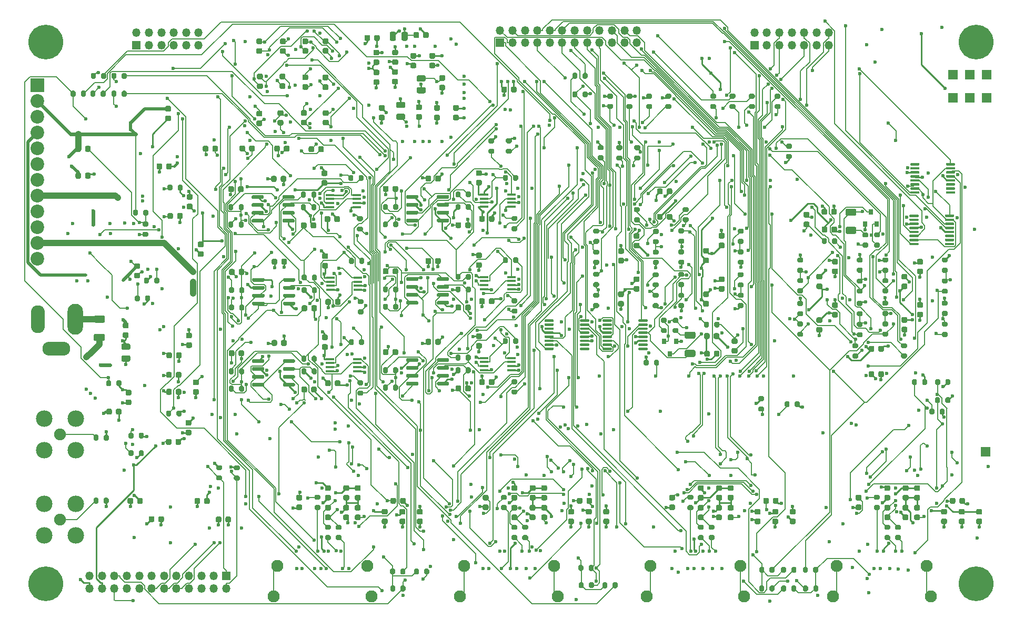
<source format=gbl>
G04 #@! TF.GenerationSoftware,KiCad,Pcbnew,(5.1.9-0-10_14)*
G04 #@! TF.CreationDate,2021-06-30T17:42:43-05:00*
G04 #@! TF.ProjectId,covg_daq_v2,636f7667-5f64-4617-915f-76322e6b6963,rev?*
G04 #@! TF.SameCoordinates,Original*
G04 #@! TF.FileFunction,Copper,L6,Bot*
G04 #@! TF.FilePolarity,Positive*
%FSLAX46Y46*%
G04 Gerber Fmt 4.6, Leading zero omitted, Abs format (unit mm)*
G04 Created by KiCad (PCBNEW (5.1.9-0-10_14)) date 2021-06-30 17:42:43*
%MOMM*%
%LPD*%
G01*
G04 APERTURE LIST*
G04 #@! TA.AperFunction,ComponentPad*
%ADD10C,1.950000*%
G04 #@! TD*
G04 #@! TA.AperFunction,ComponentPad*
%ADD11O,1.350000X1.350000*%
G04 #@! TD*
G04 #@! TA.AperFunction,ComponentPad*
%ADD12R,1.350000X1.350000*%
G04 #@! TD*
G04 #@! TA.AperFunction,ComponentPad*
%ADD13O,4.500000X2.250000*%
G04 #@! TD*
G04 #@! TA.AperFunction,ComponentPad*
%ADD14O,2.250000X4.500000*%
G04 #@! TD*
G04 #@! TA.AperFunction,ComponentPad*
%ADD15O,2.500000X5.000000*%
G04 #@! TD*
G04 #@! TA.AperFunction,ComponentPad*
%ADD16C,2.667000*%
G04 #@! TD*
G04 #@! TA.AperFunction,ComponentPad*
%ADD17C,1.905000*%
G04 #@! TD*
G04 #@! TA.AperFunction,ComponentPad*
%ADD18R,1.500000X1.500000*%
G04 #@! TD*
G04 #@! TA.AperFunction,SMDPad,CuDef*
%ADD19R,0.800000X0.900000*%
G04 #@! TD*
G04 #@! TA.AperFunction,ComponentPad*
%ADD20C,2.200000*%
G04 #@! TD*
G04 #@! TA.AperFunction,ComponentPad*
%ADD21R,2.200000X2.200000*%
G04 #@! TD*
G04 #@! TA.AperFunction,SMDPad,CuDef*
%ADD22R,1.450000X0.450000*%
G04 #@! TD*
G04 #@! TA.AperFunction,ComponentPad*
%ADD23C,5.600000*%
G04 #@! TD*
G04 #@! TA.AperFunction,ViaPad*
%ADD24C,0.600000*%
G04 #@! TD*
G04 #@! TA.AperFunction,Conductor*
%ADD25C,0.254000*%
G04 #@! TD*
G04 #@! TA.AperFunction,Conductor*
%ADD26C,1.000000*%
G04 #@! TD*
G04 #@! TA.AperFunction,Conductor*
%ADD27C,0.600000*%
G04 #@! TD*
G04 #@! TA.AperFunction,Conductor*
%ADD28C,0.400000*%
G04 #@! TD*
G04 #@! TA.AperFunction,Conductor*
%ADD29C,0.127000*%
G04 #@! TD*
G04 #@! TA.AperFunction,Conductor*
%ADD30C,0.508000*%
G04 #@! TD*
G04 #@! TA.AperFunction,Conductor*
%ADD31C,0.152400*%
G04 #@! TD*
G04 APERTURE END LIST*
D10*
X40650000Y1960000D03*
X56350000Y1960000D03*
X55750000Y6860000D03*
X41250000Y6860000D03*
G04 #@! TA.AperFunction,SMDPad,CuDef*
G36*
G01*
X78836400Y83290600D02*
X78836400Y83790600D01*
G75*
G02*
X79061400Y84015600I225000J0D01*
G01*
X79511400Y84015600D01*
G75*
G02*
X79736400Y83790600I0J-225000D01*
G01*
X79736400Y83290600D01*
G75*
G02*
X79511400Y83065600I-225000J0D01*
G01*
X79061400Y83065600D01*
G75*
G02*
X78836400Y83290600I0J225000D01*
G01*
G37*
G04 #@! TD.AperFunction*
G04 #@! TA.AperFunction,SMDPad,CuDef*
G36*
G01*
X77286400Y83290600D02*
X77286400Y83790600D01*
G75*
G02*
X77511400Y84015600I225000J0D01*
G01*
X77961400Y84015600D01*
G75*
G02*
X78186400Y83790600I0J-225000D01*
G01*
X78186400Y83290600D01*
G75*
G02*
X77961400Y83065600I-225000J0D01*
G01*
X77511400Y83065600D01*
G75*
G02*
X77286400Y83290600I0J225000D01*
G01*
G37*
G04 #@! TD.AperFunction*
G04 #@! TA.AperFunction,SMDPad,CuDef*
G36*
G01*
X28655200Y57510800D02*
X29155200Y57510800D01*
G75*
G02*
X29380200Y57285800I0J-225000D01*
G01*
X29380200Y56835800D01*
G75*
G02*
X29155200Y56610800I-225000J0D01*
G01*
X28655200Y56610800D01*
G75*
G02*
X28430200Y56835800I0J225000D01*
G01*
X28430200Y57285800D01*
G75*
G02*
X28655200Y57510800I225000J0D01*
G01*
G37*
G04 #@! TD.AperFunction*
G04 #@! TA.AperFunction,SMDPad,CuDef*
G36*
G01*
X28655200Y59060800D02*
X29155200Y59060800D01*
G75*
G02*
X29380200Y58835800I0J-225000D01*
G01*
X29380200Y58385800D01*
G75*
G02*
X29155200Y58160800I-225000J0D01*
G01*
X28655200Y58160800D01*
G75*
G02*
X28430200Y58385800I0J225000D01*
G01*
X28430200Y58835800D01*
G75*
G02*
X28655200Y59060800I225000J0D01*
G01*
G37*
G04 #@! TD.AperFunction*
G04 #@! TA.AperFunction,SMDPad,CuDef*
G36*
G01*
X18039200Y17572800D02*
X18039200Y17072800D01*
G75*
G02*
X17814200Y16847800I-225000J0D01*
G01*
X17364200Y16847800D01*
G75*
G02*
X17139200Y17072800I0J225000D01*
G01*
X17139200Y17572800D01*
G75*
G02*
X17364200Y17797800I225000J0D01*
G01*
X17814200Y17797800D01*
G75*
G02*
X18039200Y17572800I0J-225000D01*
G01*
G37*
G04 #@! TD.AperFunction*
G04 #@! TA.AperFunction,SMDPad,CuDef*
G36*
G01*
X19589200Y17572800D02*
X19589200Y17072800D01*
G75*
G02*
X19364200Y16847800I-225000J0D01*
G01*
X18914200Y16847800D01*
G75*
G02*
X18689200Y17072800I0J225000D01*
G01*
X18689200Y17572800D01*
G75*
G02*
X18914200Y17797800I225000J0D01*
G01*
X19364200Y17797800D01*
G75*
G02*
X19589200Y17572800I0J-225000D01*
G01*
G37*
G04 #@! TD.AperFunction*
G04 #@! TA.AperFunction,SMDPad,CuDef*
G36*
G01*
X28808800Y17547400D02*
X28808800Y17047400D01*
G75*
G02*
X28583800Y16822400I-225000J0D01*
G01*
X28133800Y16822400D01*
G75*
G02*
X27908800Y17047400I0J225000D01*
G01*
X27908800Y17547400D01*
G75*
G02*
X28133800Y17772400I225000J0D01*
G01*
X28583800Y17772400D01*
G75*
G02*
X28808800Y17547400I0J-225000D01*
G01*
G37*
G04 #@! TD.AperFunction*
G04 #@! TA.AperFunction,SMDPad,CuDef*
G36*
G01*
X30358800Y17547400D02*
X30358800Y17047400D01*
G75*
G02*
X30133800Y16822400I-225000J0D01*
G01*
X29683800Y16822400D01*
G75*
G02*
X29458800Y17047400I0J225000D01*
G01*
X29458800Y17547400D01*
G75*
G02*
X29683800Y17772400I225000J0D01*
G01*
X30133800Y17772400D01*
G75*
G02*
X30358800Y17547400I0J-225000D01*
G01*
G37*
G04 #@! TD.AperFunction*
G04 #@! TA.AperFunction,SMDPad,CuDef*
G36*
G01*
X32237800Y14575600D02*
X32237800Y14075600D01*
G75*
G02*
X32012800Y13850600I-225000J0D01*
G01*
X31562800Y13850600D01*
G75*
G02*
X31337800Y14075600I0J225000D01*
G01*
X31337800Y14575600D01*
G75*
G02*
X31562800Y14800600I225000J0D01*
G01*
X32012800Y14800600D01*
G75*
G02*
X32237800Y14575600I0J-225000D01*
G01*
G37*
G04 #@! TD.AperFunction*
G04 #@! TA.AperFunction,SMDPad,CuDef*
G36*
G01*
X33787800Y14575600D02*
X33787800Y14075600D01*
G75*
G02*
X33562800Y13850600I-225000J0D01*
G01*
X33112800Y13850600D01*
G75*
G02*
X32887800Y14075600I0J225000D01*
G01*
X32887800Y14575600D01*
G75*
G02*
X33112800Y14800600I225000J0D01*
G01*
X33562800Y14800600D01*
G75*
G02*
X33787800Y14575600I0J-225000D01*
G01*
G37*
G04 #@! TD.AperFunction*
G04 #@! TA.AperFunction,SMDPad,CuDef*
G36*
G01*
X21442800Y14626400D02*
X21442800Y14126400D01*
G75*
G02*
X21217800Y13901400I-225000J0D01*
G01*
X20767800Y13901400D01*
G75*
G02*
X20542800Y14126400I0J225000D01*
G01*
X20542800Y14626400D01*
G75*
G02*
X20767800Y14851400I225000J0D01*
G01*
X21217800Y14851400D01*
G75*
G02*
X21442800Y14626400I0J-225000D01*
G01*
G37*
G04 #@! TD.AperFunction*
G04 #@! TA.AperFunction,SMDPad,CuDef*
G36*
G01*
X22992800Y14626400D02*
X22992800Y14126400D01*
G75*
G02*
X22767800Y13901400I-225000J0D01*
G01*
X22317800Y13901400D01*
G75*
G02*
X22092800Y14126400I0J225000D01*
G01*
X22092800Y14626400D01*
G75*
G02*
X22317800Y14851400I225000J0D01*
G01*
X22767800Y14851400D01*
G75*
G02*
X22992800Y14626400I0J-225000D01*
G01*
G37*
G04 #@! TD.AperFunction*
D11*
X99077200Y93084400D03*
X99077200Y91084400D03*
X97077200Y93084400D03*
X97077200Y91084400D03*
X95077200Y93084400D03*
X95077200Y91084400D03*
X93077200Y93084400D03*
X93077200Y91084400D03*
X91077200Y93084400D03*
X91077200Y91084400D03*
X89077200Y93084400D03*
X89077200Y91084400D03*
X87077200Y93084400D03*
X87077200Y91084400D03*
X85077200Y93084400D03*
X85077200Y91084400D03*
X83077200Y93084400D03*
X83077200Y91084400D03*
X81077200Y93084400D03*
X81077200Y91084400D03*
X79077200Y93084400D03*
X79077200Y91084400D03*
X77077200Y93084400D03*
D12*
X77077200Y91084400D03*
D11*
X28570400Y92679400D03*
X28570400Y90679400D03*
X26570400Y92679400D03*
X26570400Y90679400D03*
X24570400Y92679400D03*
X24570400Y90679400D03*
X22570400Y92679400D03*
X22570400Y90679400D03*
X20570400Y92679400D03*
X20570400Y90679400D03*
X18570400Y92679400D03*
D12*
X18570400Y90679400D03*
G04 #@! TA.AperFunction,SMDPad,CuDef*
G36*
G01*
X17334200Y41648800D02*
X16384200Y41648800D01*
G75*
G02*
X16134200Y41898800I0J250000D01*
G01*
X16134200Y42398800D01*
G75*
G02*
X16384200Y42648800I250000J0D01*
G01*
X17334200Y42648800D01*
G75*
G02*
X17584200Y42398800I0J-250000D01*
G01*
X17584200Y41898800D01*
G75*
G02*
X17334200Y41648800I-250000J0D01*
G01*
G37*
G04 #@! TD.AperFunction*
G04 #@! TA.AperFunction,SMDPad,CuDef*
G36*
G01*
X17334200Y39748800D02*
X16384200Y39748800D01*
G75*
G02*
X16134200Y39998800I0J250000D01*
G01*
X16134200Y40498800D01*
G75*
G02*
X16384200Y40748800I250000J0D01*
G01*
X17334200Y40748800D01*
G75*
G02*
X17584200Y40498800I0J-250000D01*
G01*
X17584200Y39998800D01*
G75*
G02*
X17334200Y39748800I-250000J0D01*
G01*
G37*
G04 #@! TD.AperFunction*
G04 #@! TA.AperFunction,SMDPad,CuDef*
G36*
G01*
X126626000Y3500800D02*
X126626000Y2950800D01*
G75*
G02*
X126426000Y2750800I-200000J0D01*
G01*
X126026000Y2750800D01*
G75*
G02*
X125826000Y2950800I0J200000D01*
G01*
X125826000Y3500800D01*
G75*
G02*
X126026000Y3700800I200000J0D01*
G01*
X126426000Y3700800D01*
G75*
G02*
X126626000Y3500800I0J-200000D01*
G01*
G37*
G04 #@! TD.AperFunction*
G04 #@! TA.AperFunction,SMDPad,CuDef*
G36*
G01*
X128276000Y3500800D02*
X128276000Y2950800D01*
G75*
G02*
X128076000Y2750800I-200000J0D01*
G01*
X127676000Y2750800D01*
G75*
G02*
X127476000Y2950800I0J200000D01*
G01*
X127476000Y3500800D01*
G75*
G02*
X127676000Y3700800I200000J0D01*
G01*
X128076000Y3700800D01*
G75*
G02*
X128276000Y3500800I0J-200000D01*
G01*
G37*
G04 #@! TD.AperFunction*
G04 #@! TA.AperFunction,SMDPad,CuDef*
G36*
G01*
X120430000Y2950800D02*
X120430000Y3500800D01*
G75*
G02*
X120630000Y3700800I200000J0D01*
G01*
X121030000Y3700800D01*
G75*
G02*
X121230000Y3500800I0J-200000D01*
G01*
X121230000Y2950800D01*
G75*
G02*
X121030000Y2750800I-200000J0D01*
G01*
X120630000Y2750800D01*
G75*
G02*
X120430000Y2950800I0J200000D01*
G01*
G37*
G04 #@! TD.AperFunction*
G04 #@! TA.AperFunction,SMDPad,CuDef*
G36*
G01*
X118780000Y2950800D02*
X118780000Y3500800D01*
G75*
G02*
X118980000Y3700800I200000J0D01*
G01*
X119380000Y3700800D01*
G75*
G02*
X119580000Y3500800I0J-200000D01*
G01*
X119580000Y2950800D01*
G75*
G02*
X119380000Y2750800I-200000J0D01*
G01*
X118980000Y2750800D01*
G75*
G02*
X118780000Y2950800I0J200000D01*
G01*
G37*
G04 #@! TD.AperFunction*
G04 #@! TA.AperFunction,SMDPad,CuDef*
G36*
G01*
X126600000Y6498000D02*
X126600000Y5948000D01*
G75*
G02*
X126400000Y5748000I-200000J0D01*
G01*
X126000000Y5748000D01*
G75*
G02*
X125800000Y5948000I0J200000D01*
G01*
X125800000Y6498000D01*
G75*
G02*
X126000000Y6698000I200000J0D01*
G01*
X126400000Y6698000D01*
G75*
G02*
X126600000Y6498000I0J-200000D01*
G01*
G37*
G04 #@! TD.AperFunction*
G04 #@! TA.AperFunction,SMDPad,CuDef*
G36*
G01*
X128250000Y6498000D02*
X128250000Y5948000D01*
G75*
G02*
X128050000Y5748000I-200000J0D01*
G01*
X127650000Y5748000D01*
G75*
G02*
X127450000Y5948000I0J200000D01*
G01*
X127450000Y6498000D01*
G75*
G02*
X127650000Y6698000I200000J0D01*
G01*
X128050000Y6698000D01*
G75*
G02*
X128250000Y6498000I0J-200000D01*
G01*
G37*
G04 #@! TD.AperFunction*
G04 #@! TA.AperFunction,SMDPad,CuDef*
G36*
G01*
X120440000Y5948000D02*
X120440000Y6498000D01*
G75*
G02*
X120640000Y6698000I200000J0D01*
G01*
X121040000Y6698000D01*
G75*
G02*
X121240000Y6498000I0J-200000D01*
G01*
X121240000Y5948000D01*
G75*
G02*
X121040000Y5748000I-200000J0D01*
G01*
X120640000Y5748000D01*
G75*
G02*
X120440000Y5948000I0J200000D01*
G01*
G37*
G04 #@! TD.AperFunction*
G04 #@! TA.AperFunction,SMDPad,CuDef*
G36*
G01*
X118790000Y5948000D02*
X118790000Y6498000D01*
G75*
G02*
X118990000Y6698000I200000J0D01*
G01*
X119390000Y6698000D01*
G75*
G02*
X119590000Y6498000I0J-200000D01*
G01*
X119590000Y5948000D01*
G75*
G02*
X119390000Y5748000I-200000J0D01*
G01*
X118990000Y5748000D01*
G75*
G02*
X118790000Y5948000I0J200000D01*
G01*
G37*
G04 #@! TD.AperFunction*
G04 #@! TA.AperFunction,SMDPad,CuDef*
G36*
G01*
X123103000Y3500800D02*
X123103000Y2950800D01*
G75*
G02*
X122903000Y2750800I-200000J0D01*
G01*
X122503000Y2750800D01*
G75*
G02*
X122303000Y2950800I0J200000D01*
G01*
X122303000Y3500800D01*
G75*
G02*
X122503000Y3700800I200000J0D01*
G01*
X122903000Y3700800D01*
G75*
G02*
X123103000Y3500800I0J-200000D01*
G01*
G37*
G04 #@! TD.AperFunction*
G04 #@! TA.AperFunction,SMDPad,CuDef*
G36*
G01*
X124753000Y3500800D02*
X124753000Y2950800D01*
G75*
G02*
X124553000Y2750800I-200000J0D01*
G01*
X124153000Y2750800D01*
G75*
G02*
X123953000Y2950800I0J200000D01*
G01*
X123953000Y3500800D01*
G75*
G02*
X124153000Y3700800I200000J0D01*
G01*
X124553000Y3700800D01*
G75*
G02*
X124753000Y3500800I0J-200000D01*
G01*
G37*
G04 #@! TD.AperFunction*
G04 #@! TA.AperFunction,SMDPad,CuDef*
G36*
G01*
X123945000Y5948000D02*
X123945000Y6498000D01*
G75*
G02*
X124145000Y6698000I200000J0D01*
G01*
X124545000Y6698000D01*
G75*
G02*
X124745000Y6498000I0J-200000D01*
G01*
X124745000Y5948000D01*
G75*
G02*
X124545000Y5748000I-200000J0D01*
G01*
X124145000Y5748000D01*
G75*
G02*
X123945000Y5948000I0J200000D01*
G01*
G37*
G04 #@! TD.AperFunction*
G04 #@! TA.AperFunction,SMDPad,CuDef*
G36*
G01*
X122295000Y5948000D02*
X122295000Y6498000D01*
G75*
G02*
X122495000Y6698000I200000J0D01*
G01*
X122895000Y6698000D01*
G75*
G02*
X123095000Y6498000I0J-200000D01*
G01*
X123095000Y5948000D01*
G75*
G02*
X122895000Y5748000I-200000J0D01*
G01*
X122495000Y5748000D01*
G75*
G02*
X122295000Y5948000I0J200000D01*
G01*
G37*
G04 #@! TD.AperFunction*
G04 #@! TA.AperFunction,SMDPad,CuDef*
G36*
G01*
X61029400Y5668600D02*
X61029400Y6218600D01*
G75*
G02*
X61229400Y6418600I200000J0D01*
G01*
X61629400Y6418600D01*
G75*
G02*
X61829400Y6218600I0J-200000D01*
G01*
X61829400Y5668600D01*
G75*
G02*
X61629400Y5468600I-200000J0D01*
G01*
X61229400Y5468600D01*
G75*
G02*
X61029400Y5668600I0J200000D01*
G01*
G37*
G04 #@! TD.AperFunction*
G04 #@! TA.AperFunction,SMDPad,CuDef*
G36*
G01*
X59379400Y5668600D02*
X59379400Y6218600D01*
G75*
G02*
X59579400Y6418600I200000J0D01*
G01*
X59979400Y6418600D01*
G75*
G02*
X60179400Y6218600I0J-200000D01*
G01*
X60179400Y5668600D01*
G75*
G02*
X59979400Y5468600I-200000J0D01*
G01*
X59579400Y5468600D01*
G75*
G02*
X59379400Y5668600I0J200000D01*
G01*
G37*
G04 #@! TD.AperFunction*
G04 #@! TA.AperFunction,SMDPad,CuDef*
G36*
G01*
X95192400Y3458800D02*
X95192400Y4008800D01*
G75*
G02*
X95392400Y4208800I200000J0D01*
G01*
X95792400Y4208800D01*
G75*
G02*
X95992400Y4008800I0J-200000D01*
G01*
X95992400Y3458800D01*
G75*
G02*
X95792400Y3258800I-200000J0D01*
G01*
X95392400Y3258800D01*
G75*
G02*
X95192400Y3458800I0J200000D01*
G01*
G37*
G04 #@! TD.AperFunction*
G04 #@! TA.AperFunction,SMDPad,CuDef*
G36*
G01*
X93542400Y3458800D02*
X93542400Y4008800D01*
G75*
G02*
X93742400Y4208800I200000J0D01*
G01*
X94142400Y4208800D01*
G75*
G02*
X94342400Y4008800I0J-200000D01*
G01*
X94342400Y3458800D01*
G75*
G02*
X94142400Y3258800I-200000J0D01*
G01*
X93742400Y3258800D01*
G75*
G02*
X93542400Y3458800I0J200000D01*
G01*
G37*
G04 #@! TD.AperFunction*
G04 #@! TA.AperFunction,SMDPad,CuDef*
G36*
G01*
X64864800Y5668600D02*
X64864800Y6218600D01*
G75*
G02*
X65064800Y6418600I200000J0D01*
G01*
X65464800Y6418600D01*
G75*
G02*
X65664800Y6218600I0J-200000D01*
G01*
X65664800Y5668600D01*
G75*
G02*
X65464800Y5468600I-200000J0D01*
G01*
X65064800Y5468600D01*
G75*
G02*
X64864800Y5668600I0J200000D01*
G01*
G37*
G04 #@! TD.AperFunction*
G04 #@! TA.AperFunction,SMDPad,CuDef*
G36*
G01*
X63214800Y5668600D02*
X63214800Y6218600D01*
G75*
G02*
X63414800Y6418600I200000J0D01*
G01*
X63814800Y6418600D01*
G75*
G02*
X64014800Y6218600I0J-200000D01*
G01*
X64014800Y5668600D01*
G75*
G02*
X63814800Y5468600I-200000J0D01*
G01*
X63414800Y5468600D01*
G75*
G02*
X63214800Y5668600I0J200000D01*
G01*
G37*
G04 #@! TD.AperFunction*
G04 #@! TA.AperFunction,SMDPad,CuDef*
G36*
G01*
X91382400Y3484200D02*
X91382400Y4034200D01*
G75*
G02*
X91582400Y4234200I200000J0D01*
G01*
X91982400Y4234200D01*
G75*
G02*
X92182400Y4034200I0J-200000D01*
G01*
X92182400Y3484200D01*
G75*
G02*
X91982400Y3284200I-200000J0D01*
G01*
X91582400Y3284200D01*
G75*
G02*
X91382400Y3484200I0J200000D01*
G01*
G37*
G04 #@! TD.AperFunction*
G04 #@! TA.AperFunction,SMDPad,CuDef*
G36*
G01*
X89732400Y3484200D02*
X89732400Y4034200D01*
G75*
G02*
X89932400Y4234200I200000J0D01*
G01*
X90332400Y4234200D01*
G75*
G02*
X90532400Y4034200I0J-200000D01*
G01*
X90532400Y3484200D01*
G75*
G02*
X90332400Y3284200I-200000J0D01*
G01*
X89932400Y3284200D01*
G75*
G02*
X89732400Y3484200I0J200000D01*
G01*
G37*
G04 #@! TD.AperFunction*
G04 #@! TA.AperFunction,SMDPad,CuDef*
G36*
G01*
X61054800Y2950800D02*
X61054800Y3500800D01*
G75*
G02*
X61254800Y3700800I200000J0D01*
G01*
X61654800Y3700800D01*
G75*
G02*
X61854800Y3500800I0J-200000D01*
G01*
X61854800Y2950800D01*
G75*
G02*
X61654800Y2750800I-200000J0D01*
G01*
X61254800Y2750800D01*
G75*
G02*
X61054800Y2950800I0J200000D01*
G01*
G37*
G04 #@! TD.AperFunction*
G04 #@! TA.AperFunction,SMDPad,CuDef*
G36*
G01*
X59404800Y2950800D02*
X59404800Y3500800D01*
G75*
G02*
X59604800Y3700800I200000J0D01*
G01*
X60004800Y3700800D01*
G75*
G02*
X60204800Y3500800I0J-200000D01*
G01*
X60204800Y2950800D01*
G75*
G02*
X60004800Y2750800I-200000J0D01*
G01*
X59604800Y2750800D01*
G75*
G02*
X59404800Y2950800I0J200000D01*
G01*
G37*
G04 #@! TD.AperFunction*
G04 #@! TA.AperFunction,SMDPad,CuDef*
G36*
G01*
X91331600Y6252800D02*
X91331600Y6802800D01*
G75*
G02*
X91531600Y7002800I200000J0D01*
G01*
X91931600Y7002800D01*
G75*
G02*
X92131600Y6802800I0J-200000D01*
G01*
X92131600Y6252800D01*
G75*
G02*
X91931600Y6052800I-200000J0D01*
G01*
X91531600Y6052800D01*
G75*
G02*
X91331600Y6252800I0J200000D01*
G01*
G37*
G04 #@! TD.AperFunction*
G04 #@! TA.AperFunction,SMDPad,CuDef*
G36*
G01*
X89681600Y6252800D02*
X89681600Y6802800D01*
G75*
G02*
X89881600Y7002800I200000J0D01*
G01*
X90281600Y7002800D01*
G75*
G02*
X90481600Y6802800I0J-200000D01*
G01*
X90481600Y6252800D01*
G75*
G02*
X90281600Y6052800I-200000J0D01*
G01*
X89881600Y6052800D01*
G75*
G02*
X89681600Y6252800I0J200000D01*
G01*
G37*
G04 #@! TD.AperFunction*
G04 #@! TA.AperFunction,SMDPad,CuDef*
G36*
G01*
X138790000Y51526800D02*
X139340000Y51526800D01*
G75*
G02*
X139540000Y51326800I0J-200000D01*
G01*
X139540000Y50926800D01*
G75*
G02*
X139340000Y50726800I-200000J0D01*
G01*
X138790000Y50726800D01*
G75*
G02*
X138590000Y50926800I0J200000D01*
G01*
X138590000Y51326800D01*
G75*
G02*
X138790000Y51526800I200000J0D01*
G01*
G37*
G04 #@! TD.AperFunction*
G04 #@! TA.AperFunction,SMDPad,CuDef*
G36*
G01*
X138790000Y53176800D02*
X139340000Y53176800D01*
G75*
G02*
X139540000Y52976800I0J-200000D01*
G01*
X139540000Y52576800D01*
G75*
G02*
X139340000Y52376800I-200000J0D01*
G01*
X138790000Y52376800D01*
G75*
G02*
X138590000Y52576800I0J200000D01*
G01*
X138590000Y52976800D01*
G75*
G02*
X138790000Y53176800I200000J0D01*
G01*
G37*
G04 #@! TD.AperFunction*
G04 #@! TA.AperFunction,SMDPad,CuDef*
G36*
G01*
X148366000Y51476000D02*
X148916000Y51476000D01*
G75*
G02*
X149116000Y51276000I0J-200000D01*
G01*
X149116000Y50876000D01*
G75*
G02*
X148916000Y50676000I-200000J0D01*
G01*
X148366000Y50676000D01*
G75*
G02*
X148166000Y50876000I0J200000D01*
G01*
X148166000Y51276000D01*
G75*
G02*
X148366000Y51476000I200000J0D01*
G01*
G37*
G04 #@! TD.AperFunction*
G04 #@! TA.AperFunction,SMDPad,CuDef*
G36*
G01*
X148366000Y53126000D02*
X148916000Y53126000D01*
G75*
G02*
X149116000Y52926000I0J-200000D01*
G01*
X149116000Y52526000D01*
G75*
G02*
X148916000Y52326000I-200000J0D01*
G01*
X148366000Y52326000D01*
G75*
G02*
X148166000Y52526000I0J200000D01*
G01*
X148166000Y52926000D01*
G75*
G02*
X148366000Y53126000I200000J0D01*
G01*
G37*
G04 #@! TD.AperFunction*
G04 #@! TA.AperFunction,SMDPad,CuDef*
G36*
G01*
X138790000Y54854200D02*
X139340000Y54854200D01*
G75*
G02*
X139540000Y54654200I0J-200000D01*
G01*
X139540000Y54254200D01*
G75*
G02*
X139340000Y54054200I-200000J0D01*
G01*
X138790000Y54054200D01*
G75*
G02*
X138590000Y54254200I0J200000D01*
G01*
X138590000Y54654200D01*
G75*
G02*
X138790000Y54854200I200000J0D01*
G01*
G37*
G04 #@! TD.AperFunction*
G04 #@! TA.AperFunction,SMDPad,CuDef*
G36*
G01*
X138790000Y56504200D02*
X139340000Y56504200D01*
G75*
G02*
X139540000Y56304200I0J-200000D01*
G01*
X139540000Y55904200D01*
G75*
G02*
X139340000Y55704200I-200000J0D01*
G01*
X138790000Y55704200D01*
G75*
G02*
X138590000Y55904200I0J200000D01*
G01*
X138590000Y56304200D01*
G75*
G02*
X138790000Y56504200I200000J0D01*
G01*
G37*
G04 #@! TD.AperFunction*
G04 #@! TA.AperFunction,SMDPad,CuDef*
G36*
G01*
X148366000Y54854200D02*
X148916000Y54854200D01*
G75*
G02*
X149116000Y54654200I0J-200000D01*
G01*
X149116000Y54254200D01*
G75*
G02*
X148916000Y54054200I-200000J0D01*
G01*
X148366000Y54054200D01*
G75*
G02*
X148166000Y54254200I0J200000D01*
G01*
X148166000Y54654200D01*
G75*
G02*
X148366000Y54854200I200000J0D01*
G01*
G37*
G04 #@! TD.AperFunction*
G04 #@! TA.AperFunction,SMDPad,CuDef*
G36*
G01*
X148366000Y56504200D02*
X148916000Y56504200D01*
G75*
G02*
X149116000Y56304200I0J-200000D01*
G01*
X149116000Y55904200D01*
G75*
G02*
X148916000Y55704200I-200000J0D01*
G01*
X148366000Y55704200D01*
G75*
G02*
X148166000Y55904200I0J200000D01*
G01*
X148166000Y56304200D01*
G75*
G02*
X148366000Y56504200I200000J0D01*
G01*
G37*
G04 #@! TD.AperFunction*
G04 #@! TA.AperFunction,SMDPad,CuDef*
G36*
G01*
X138778000Y44571000D02*
X139328000Y44571000D01*
G75*
G02*
X139528000Y44371000I0J-200000D01*
G01*
X139528000Y43971000D01*
G75*
G02*
X139328000Y43771000I-200000J0D01*
G01*
X138778000Y43771000D01*
G75*
G02*
X138578000Y43971000I0J200000D01*
G01*
X138578000Y44371000D01*
G75*
G02*
X138778000Y44571000I200000J0D01*
G01*
G37*
G04 #@! TD.AperFunction*
G04 #@! TA.AperFunction,SMDPad,CuDef*
G36*
G01*
X138778000Y46221000D02*
X139328000Y46221000D01*
G75*
G02*
X139528000Y46021000I0J-200000D01*
G01*
X139528000Y45621000D01*
G75*
G02*
X139328000Y45421000I-200000J0D01*
G01*
X138778000Y45421000D01*
G75*
G02*
X138578000Y45621000I0J200000D01*
G01*
X138578000Y46021000D01*
G75*
G02*
X138778000Y46221000I200000J0D01*
G01*
G37*
G04 #@! TD.AperFunction*
G04 #@! TA.AperFunction,SMDPad,CuDef*
G36*
G01*
X148354000Y44520200D02*
X148904000Y44520200D01*
G75*
G02*
X149104000Y44320200I0J-200000D01*
G01*
X149104000Y43920200D01*
G75*
G02*
X148904000Y43720200I-200000J0D01*
G01*
X148354000Y43720200D01*
G75*
G02*
X148154000Y43920200I0J200000D01*
G01*
X148154000Y44320200D01*
G75*
G02*
X148354000Y44520200I200000J0D01*
G01*
G37*
G04 #@! TD.AperFunction*
G04 #@! TA.AperFunction,SMDPad,CuDef*
G36*
G01*
X148354000Y46170200D02*
X148904000Y46170200D01*
G75*
G02*
X149104000Y45970200I0J-200000D01*
G01*
X149104000Y45570200D01*
G75*
G02*
X148904000Y45370200I-200000J0D01*
G01*
X148354000Y45370200D01*
G75*
G02*
X148154000Y45570200I0J200000D01*
G01*
X148154000Y45970200D01*
G75*
G02*
X148354000Y46170200I200000J0D01*
G01*
G37*
G04 #@! TD.AperFunction*
G04 #@! TA.AperFunction,SMDPad,CuDef*
G36*
G01*
X138778000Y47898400D02*
X139328000Y47898400D01*
G75*
G02*
X139528000Y47698400I0J-200000D01*
G01*
X139528000Y47298400D01*
G75*
G02*
X139328000Y47098400I-200000J0D01*
G01*
X138778000Y47098400D01*
G75*
G02*
X138578000Y47298400I0J200000D01*
G01*
X138578000Y47698400D01*
G75*
G02*
X138778000Y47898400I200000J0D01*
G01*
G37*
G04 #@! TD.AperFunction*
G04 #@! TA.AperFunction,SMDPad,CuDef*
G36*
G01*
X138778000Y49548400D02*
X139328000Y49548400D01*
G75*
G02*
X139528000Y49348400I0J-200000D01*
G01*
X139528000Y48948400D01*
G75*
G02*
X139328000Y48748400I-200000J0D01*
G01*
X138778000Y48748400D01*
G75*
G02*
X138578000Y48948400I0J200000D01*
G01*
X138578000Y49348400D01*
G75*
G02*
X138778000Y49548400I200000J0D01*
G01*
G37*
G04 #@! TD.AperFunction*
G04 #@! TA.AperFunction,SMDPad,CuDef*
G36*
G01*
X148354000Y47898400D02*
X148904000Y47898400D01*
G75*
G02*
X149104000Y47698400I0J-200000D01*
G01*
X149104000Y47298400D01*
G75*
G02*
X148904000Y47098400I-200000J0D01*
G01*
X148354000Y47098400D01*
G75*
G02*
X148154000Y47298400I0J200000D01*
G01*
X148154000Y47698400D01*
G75*
G02*
X148354000Y47898400I200000J0D01*
G01*
G37*
G04 #@! TD.AperFunction*
G04 #@! TA.AperFunction,SMDPad,CuDef*
G36*
G01*
X148354000Y49548400D02*
X148904000Y49548400D01*
G75*
G02*
X149104000Y49348400I0J-200000D01*
G01*
X149104000Y48948400D01*
G75*
G02*
X148904000Y48748400I-200000J0D01*
G01*
X148354000Y48748400D01*
G75*
G02*
X148154000Y48948400I0J200000D01*
G01*
X148154000Y49348400D01*
G75*
G02*
X148354000Y49548400I200000J0D01*
G01*
G37*
G04 #@! TD.AperFunction*
G04 #@! TA.AperFunction,SMDPad,CuDef*
G36*
G01*
X125093000Y44536800D02*
X125643000Y44536800D01*
G75*
G02*
X125843000Y44336800I0J-200000D01*
G01*
X125843000Y43936800D01*
G75*
G02*
X125643000Y43736800I-200000J0D01*
G01*
X125093000Y43736800D01*
G75*
G02*
X124893000Y43936800I0J200000D01*
G01*
X124893000Y44336800D01*
G75*
G02*
X125093000Y44536800I200000J0D01*
G01*
G37*
G04 #@! TD.AperFunction*
G04 #@! TA.AperFunction,SMDPad,CuDef*
G36*
G01*
X125093000Y46186800D02*
X125643000Y46186800D01*
G75*
G02*
X125843000Y45986800I0J-200000D01*
G01*
X125843000Y45586800D01*
G75*
G02*
X125643000Y45386800I-200000J0D01*
G01*
X125093000Y45386800D01*
G75*
G02*
X124893000Y45586800I0J200000D01*
G01*
X124893000Y45986800D01*
G75*
G02*
X125093000Y46186800I200000J0D01*
G01*
G37*
G04 #@! TD.AperFunction*
G04 #@! TA.AperFunction,SMDPad,CuDef*
G36*
G01*
X134669000Y44486000D02*
X135219000Y44486000D01*
G75*
G02*
X135419000Y44286000I0J-200000D01*
G01*
X135419000Y43886000D01*
G75*
G02*
X135219000Y43686000I-200000J0D01*
G01*
X134669000Y43686000D01*
G75*
G02*
X134469000Y43886000I0J200000D01*
G01*
X134469000Y44286000D01*
G75*
G02*
X134669000Y44486000I200000J0D01*
G01*
G37*
G04 #@! TD.AperFunction*
G04 #@! TA.AperFunction,SMDPad,CuDef*
G36*
G01*
X134669000Y46136000D02*
X135219000Y46136000D01*
G75*
G02*
X135419000Y45936000I0J-200000D01*
G01*
X135419000Y45536000D01*
G75*
G02*
X135219000Y45336000I-200000J0D01*
G01*
X134669000Y45336000D01*
G75*
G02*
X134469000Y45536000I0J200000D01*
G01*
X134469000Y45936000D01*
G75*
G02*
X134669000Y46136000I200000J0D01*
G01*
G37*
G04 #@! TD.AperFunction*
G04 #@! TA.AperFunction,SMDPad,CuDef*
G36*
G01*
X125093000Y47864200D02*
X125643000Y47864200D01*
G75*
G02*
X125843000Y47664200I0J-200000D01*
G01*
X125843000Y47264200D01*
G75*
G02*
X125643000Y47064200I-200000J0D01*
G01*
X125093000Y47064200D01*
G75*
G02*
X124893000Y47264200I0J200000D01*
G01*
X124893000Y47664200D01*
G75*
G02*
X125093000Y47864200I200000J0D01*
G01*
G37*
G04 #@! TD.AperFunction*
G04 #@! TA.AperFunction,SMDPad,CuDef*
G36*
G01*
X125093000Y49514200D02*
X125643000Y49514200D01*
G75*
G02*
X125843000Y49314200I0J-200000D01*
G01*
X125843000Y48914200D01*
G75*
G02*
X125643000Y48714200I-200000J0D01*
G01*
X125093000Y48714200D01*
G75*
G02*
X124893000Y48914200I0J200000D01*
G01*
X124893000Y49314200D01*
G75*
G02*
X125093000Y49514200I200000J0D01*
G01*
G37*
G04 #@! TD.AperFunction*
G04 #@! TA.AperFunction,SMDPad,CuDef*
G36*
G01*
X134669000Y47864200D02*
X135219000Y47864200D01*
G75*
G02*
X135419000Y47664200I0J-200000D01*
G01*
X135419000Y47264200D01*
G75*
G02*
X135219000Y47064200I-200000J0D01*
G01*
X134669000Y47064200D01*
G75*
G02*
X134469000Y47264200I0J200000D01*
G01*
X134469000Y47664200D01*
G75*
G02*
X134669000Y47864200I200000J0D01*
G01*
G37*
G04 #@! TD.AperFunction*
G04 #@! TA.AperFunction,SMDPad,CuDef*
G36*
G01*
X134669000Y49514200D02*
X135219000Y49514200D01*
G75*
G02*
X135419000Y49314200I0J-200000D01*
G01*
X135419000Y48914200D01*
G75*
G02*
X135219000Y48714200I-200000J0D01*
G01*
X134669000Y48714200D01*
G75*
G02*
X134469000Y48914200I0J200000D01*
G01*
X134469000Y49314200D01*
G75*
G02*
X134669000Y49514200I200000J0D01*
G01*
G37*
G04 #@! TD.AperFunction*
G04 #@! TA.AperFunction,SMDPad,CuDef*
G36*
G01*
X125101000Y51528800D02*
X125651000Y51528800D01*
G75*
G02*
X125851000Y51328800I0J-200000D01*
G01*
X125851000Y50928800D01*
G75*
G02*
X125651000Y50728800I-200000J0D01*
G01*
X125101000Y50728800D01*
G75*
G02*
X124901000Y50928800I0J200000D01*
G01*
X124901000Y51328800D01*
G75*
G02*
X125101000Y51528800I200000J0D01*
G01*
G37*
G04 #@! TD.AperFunction*
G04 #@! TA.AperFunction,SMDPad,CuDef*
G36*
G01*
X125101000Y53178800D02*
X125651000Y53178800D01*
G75*
G02*
X125851000Y52978800I0J-200000D01*
G01*
X125851000Y52578800D01*
G75*
G02*
X125651000Y52378800I-200000J0D01*
G01*
X125101000Y52378800D01*
G75*
G02*
X124901000Y52578800I0J200000D01*
G01*
X124901000Y52978800D01*
G75*
G02*
X125101000Y53178800I200000J0D01*
G01*
G37*
G04 #@! TD.AperFunction*
G04 #@! TA.AperFunction,SMDPad,CuDef*
G36*
G01*
X134676000Y51478000D02*
X135226000Y51478000D01*
G75*
G02*
X135426000Y51278000I0J-200000D01*
G01*
X135426000Y50878000D01*
G75*
G02*
X135226000Y50678000I-200000J0D01*
G01*
X134676000Y50678000D01*
G75*
G02*
X134476000Y50878000I0J200000D01*
G01*
X134476000Y51278000D01*
G75*
G02*
X134676000Y51478000I200000J0D01*
G01*
G37*
G04 #@! TD.AperFunction*
G04 #@! TA.AperFunction,SMDPad,CuDef*
G36*
G01*
X134676000Y53128000D02*
X135226000Y53128000D01*
G75*
G02*
X135426000Y52928000I0J-200000D01*
G01*
X135426000Y52528000D01*
G75*
G02*
X135226000Y52328000I-200000J0D01*
G01*
X134676000Y52328000D01*
G75*
G02*
X134476000Y52528000I0J200000D01*
G01*
X134476000Y52928000D01*
G75*
G02*
X134676000Y53128000I200000J0D01*
G01*
G37*
G04 #@! TD.AperFunction*
G04 #@! TA.AperFunction,SMDPad,CuDef*
G36*
G01*
X125101000Y54856200D02*
X125651000Y54856200D01*
G75*
G02*
X125851000Y54656200I0J-200000D01*
G01*
X125851000Y54256200D01*
G75*
G02*
X125651000Y54056200I-200000J0D01*
G01*
X125101000Y54056200D01*
G75*
G02*
X124901000Y54256200I0J200000D01*
G01*
X124901000Y54656200D01*
G75*
G02*
X125101000Y54856200I200000J0D01*
G01*
G37*
G04 #@! TD.AperFunction*
G04 #@! TA.AperFunction,SMDPad,CuDef*
G36*
G01*
X125101000Y56506200D02*
X125651000Y56506200D01*
G75*
G02*
X125851000Y56306200I0J-200000D01*
G01*
X125851000Y55906200D01*
G75*
G02*
X125651000Y55706200I-200000J0D01*
G01*
X125101000Y55706200D01*
G75*
G02*
X124901000Y55906200I0J200000D01*
G01*
X124901000Y56306200D01*
G75*
G02*
X125101000Y56506200I200000J0D01*
G01*
G37*
G04 #@! TD.AperFunction*
G04 #@! TA.AperFunction,SMDPad,CuDef*
G36*
G01*
X134676000Y54856200D02*
X135226000Y54856200D01*
G75*
G02*
X135426000Y54656200I0J-200000D01*
G01*
X135426000Y54256200D01*
G75*
G02*
X135226000Y54056200I-200000J0D01*
G01*
X134676000Y54056200D01*
G75*
G02*
X134476000Y54256200I0J200000D01*
G01*
X134476000Y54656200D01*
G75*
G02*
X134676000Y54856200I200000J0D01*
G01*
G37*
G04 #@! TD.AperFunction*
G04 #@! TA.AperFunction,SMDPad,CuDef*
G36*
G01*
X134676000Y56506200D02*
X135226000Y56506200D01*
G75*
G02*
X135426000Y56306200I0J-200000D01*
G01*
X135426000Y55906200D01*
G75*
G02*
X135226000Y55706200I-200000J0D01*
G01*
X134676000Y55706200D01*
G75*
G02*
X134476000Y55906200I0J200000D01*
G01*
X134476000Y56306200D01*
G75*
G02*
X134676000Y56506200I200000J0D01*
G01*
G37*
G04 #@! TD.AperFunction*
G04 #@! TA.AperFunction,SMDPad,CuDef*
G36*
G01*
X116083000Y60333800D02*
X115533000Y60333800D01*
G75*
G02*
X115333000Y60533800I0J200000D01*
G01*
X115333000Y60933800D01*
G75*
G02*
X115533000Y61133800I200000J0D01*
G01*
X116083000Y61133800D01*
G75*
G02*
X116283000Y60933800I0J-200000D01*
G01*
X116283000Y60533800D01*
G75*
G02*
X116083000Y60333800I-200000J0D01*
G01*
G37*
G04 #@! TD.AperFunction*
G04 #@! TA.AperFunction,SMDPad,CuDef*
G36*
G01*
X116083000Y58683800D02*
X115533000Y58683800D01*
G75*
G02*
X115333000Y58883800I0J200000D01*
G01*
X115333000Y59283800D01*
G75*
G02*
X115533000Y59483800I200000J0D01*
G01*
X116083000Y59483800D01*
G75*
G02*
X116283000Y59283800I0J-200000D01*
G01*
X116283000Y58883800D01*
G75*
G02*
X116083000Y58683800I-200000J0D01*
G01*
G37*
G04 #@! TD.AperFunction*
G04 #@! TA.AperFunction,SMDPad,CuDef*
G36*
G01*
X106507000Y60384600D02*
X105957000Y60384600D01*
G75*
G02*
X105757000Y60584600I0J200000D01*
G01*
X105757000Y60984600D01*
G75*
G02*
X105957000Y61184600I200000J0D01*
G01*
X106507000Y61184600D01*
G75*
G02*
X106707000Y60984600I0J-200000D01*
G01*
X106707000Y60584600D01*
G75*
G02*
X106507000Y60384600I-200000J0D01*
G01*
G37*
G04 #@! TD.AperFunction*
G04 #@! TA.AperFunction,SMDPad,CuDef*
G36*
G01*
X106507000Y58734600D02*
X105957000Y58734600D01*
G75*
G02*
X105757000Y58934600I0J200000D01*
G01*
X105757000Y59334600D01*
G75*
G02*
X105957000Y59534600I200000J0D01*
G01*
X106507000Y59534600D01*
G75*
G02*
X106707000Y59334600I0J-200000D01*
G01*
X106707000Y58934600D01*
G75*
G02*
X106507000Y58734600I-200000J0D01*
G01*
G37*
G04 #@! TD.AperFunction*
G04 #@! TA.AperFunction,SMDPad,CuDef*
G36*
G01*
X116075000Y53341800D02*
X115525000Y53341800D01*
G75*
G02*
X115325000Y53541800I0J200000D01*
G01*
X115325000Y53941800D01*
G75*
G02*
X115525000Y54141800I200000J0D01*
G01*
X116075000Y54141800D01*
G75*
G02*
X116275000Y53941800I0J-200000D01*
G01*
X116275000Y53541800D01*
G75*
G02*
X116075000Y53341800I-200000J0D01*
G01*
G37*
G04 #@! TD.AperFunction*
G04 #@! TA.AperFunction,SMDPad,CuDef*
G36*
G01*
X116075000Y51691800D02*
X115525000Y51691800D01*
G75*
G02*
X115325000Y51891800I0J200000D01*
G01*
X115325000Y52291800D01*
G75*
G02*
X115525000Y52491800I200000J0D01*
G01*
X116075000Y52491800D01*
G75*
G02*
X116275000Y52291800I0J-200000D01*
G01*
X116275000Y51891800D01*
G75*
G02*
X116075000Y51691800I-200000J0D01*
G01*
G37*
G04 #@! TD.AperFunction*
G04 #@! TA.AperFunction,SMDPad,CuDef*
G36*
G01*
X106499000Y53392600D02*
X105949000Y53392600D01*
G75*
G02*
X105749000Y53592600I0J200000D01*
G01*
X105749000Y53992600D01*
G75*
G02*
X105949000Y54192600I200000J0D01*
G01*
X106499000Y54192600D01*
G75*
G02*
X106699000Y53992600I0J-200000D01*
G01*
X106699000Y53592600D01*
G75*
G02*
X106499000Y53392600I-200000J0D01*
G01*
G37*
G04 #@! TD.AperFunction*
G04 #@! TA.AperFunction,SMDPad,CuDef*
G36*
G01*
X106499000Y51742600D02*
X105949000Y51742600D01*
G75*
G02*
X105749000Y51942600I0J200000D01*
G01*
X105749000Y52342600D01*
G75*
G02*
X105949000Y52542600I200000J0D01*
G01*
X106499000Y52542600D01*
G75*
G02*
X106699000Y52342600I0J-200000D01*
G01*
X106699000Y51942600D01*
G75*
G02*
X106499000Y51742600I-200000J0D01*
G01*
G37*
G04 #@! TD.AperFunction*
G04 #@! TA.AperFunction,SMDPad,CuDef*
G36*
G01*
X116083000Y57006400D02*
X115533000Y57006400D01*
G75*
G02*
X115333000Y57206400I0J200000D01*
G01*
X115333000Y57606400D01*
G75*
G02*
X115533000Y57806400I200000J0D01*
G01*
X116083000Y57806400D01*
G75*
G02*
X116283000Y57606400I0J-200000D01*
G01*
X116283000Y57206400D01*
G75*
G02*
X116083000Y57006400I-200000J0D01*
G01*
G37*
G04 #@! TD.AperFunction*
G04 #@! TA.AperFunction,SMDPad,CuDef*
G36*
G01*
X116083000Y55356400D02*
X115533000Y55356400D01*
G75*
G02*
X115333000Y55556400I0J200000D01*
G01*
X115333000Y55956400D01*
G75*
G02*
X115533000Y56156400I200000J0D01*
G01*
X116083000Y56156400D01*
G75*
G02*
X116283000Y55956400I0J-200000D01*
G01*
X116283000Y55556400D01*
G75*
G02*
X116083000Y55356400I-200000J0D01*
G01*
G37*
G04 #@! TD.AperFunction*
G04 #@! TA.AperFunction,SMDPad,CuDef*
G36*
G01*
X106507000Y57006400D02*
X105957000Y57006400D01*
G75*
G02*
X105757000Y57206400I0J200000D01*
G01*
X105757000Y57606400D01*
G75*
G02*
X105957000Y57806400I200000J0D01*
G01*
X106507000Y57806400D01*
G75*
G02*
X106707000Y57606400I0J-200000D01*
G01*
X106707000Y57206400D01*
G75*
G02*
X106507000Y57006400I-200000J0D01*
G01*
G37*
G04 #@! TD.AperFunction*
G04 #@! TA.AperFunction,SMDPad,CuDef*
G36*
G01*
X106507000Y55356400D02*
X105957000Y55356400D01*
G75*
G02*
X105757000Y55556400I0J200000D01*
G01*
X105757000Y55956400D01*
G75*
G02*
X105957000Y56156400I200000J0D01*
G01*
X106507000Y56156400D01*
G75*
G02*
X106707000Y55956400I0J-200000D01*
G01*
X106707000Y55556400D01*
G75*
G02*
X106507000Y55356400I-200000J0D01*
G01*
G37*
G04 #@! TD.AperFunction*
G04 #@! TA.AperFunction,SMDPad,CuDef*
G36*
G01*
X116075000Y50014400D02*
X115525000Y50014400D01*
G75*
G02*
X115325000Y50214400I0J200000D01*
G01*
X115325000Y50614400D01*
G75*
G02*
X115525000Y50814400I200000J0D01*
G01*
X116075000Y50814400D01*
G75*
G02*
X116275000Y50614400I0J-200000D01*
G01*
X116275000Y50214400D01*
G75*
G02*
X116075000Y50014400I-200000J0D01*
G01*
G37*
G04 #@! TD.AperFunction*
G04 #@! TA.AperFunction,SMDPad,CuDef*
G36*
G01*
X116075000Y48364400D02*
X115525000Y48364400D01*
G75*
G02*
X115325000Y48564400I0J200000D01*
G01*
X115325000Y48964400D01*
G75*
G02*
X115525000Y49164400I200000J0D01*
G01*
X116075000Y49164400D01*
G75*
G02*
X116275000Y48964400I0J-200000D01*
G01*
X116275000Y48564400D01*
G75*
G02*
X116075000Y48364400I-200000J0D01*
G01*
G37*
G04 #@! TD.AperFunction*
G04 #@! TA.AperFunction,SMDPad,CuDef*
G36*
G01*
X106499000Y50014400D02*
X105949000Y50014400D01*
G75*
G02*
X105749000Y50214400I0J200000D01*
G01*
X105749000Y50614400D01*
G75*
G02*
X105949000Y50814400I200000J0D01*
G01*
X106499000Y50814400D01*
G75*
G02*
X106699000Y50614400I0J-200000D01*
G01*
X106699000Y50214400D01*
G75*
G02*
X106499000Y50014400I-200000J0D01*
G01*
G37*
G04 #@! TD.AperFunction*
G04 #@! TA.AperFunction,SMDPad,CuDef*
G36*
G01*
X106499000Y48364400D02*
X105949000Y48364400D01*
G75*
G02*
X105749000Y48564400I0J200000D01*
G01*
X105749000Y48964400D01*
G75*
G02*
X105949000Y49164400I200000J0D01*
G01*
X106499000Y49164400D01*
G75*
G02*
X106699000Y48964400I0J-200000D01*
G01*
X106699000Y48564400D01*
G75*
G02*
X106499000Y48364400I-200000J0D01*
G01*
G37*
G04 #@! TD.AperFunction*
G04 #@! TA.AperFunction,SMDPad,CuDef*
G36*
G01*
X102385000Y53343800D02*
X101835000Y53343800D01*
G75*
G02*
X101635000Y53543800I0J200000D01*
G01*
X101635000Y53943800D01*
G75*
G02*
X101835000Y54143800I200000J0D01*
G01*
X102385000Y54143800D01*
G75*
G02*
X102585000Y53943800I0J-200000D01*
G01*
X102585000Y53543800D01*
G75*
G02*
X102385000Y53343800I-200000J0D01*
G01*
G37*
G04 #@! TD.AperFunction*
G04 #@! TA.AperFunction,SMDPad,CuDef*
G36*
G01*
X102385000Y51693800D02*
X101835000Y51693800D01*
G75*
G02*
X101635000Y51893800I0J200000D01*
G01*
X101635000Y52293800D01*
G75*
G02*
X101835000Y52493800I200000J0D01*
G01*
X102385000Y52493800D01*
G75*
G02*
X102585000Y52293800I0J-200000D01*
G01*
X102585000Y51893800D01*
G75*
G02*
X102385000Y51693800I-200000J0D01*
G01*
G37*
G04 #@! TD.AperFunction*
G04 #@! TA.AperFunction,SMDPad,CuDef*
G36*
G01*
X92809600Y53394600D02*
X92259600Y53394600D01*
G75*
G02*
X92059600Y53594600I0J200000D01*
G01*
X92059600Y53994600D01*
G75*
G02*
X92259600Y54194600I200000J0D01*
G01*
X92809600Y54194600D01*
G75*
G02*
X93009600Y53994600I0J-200000D01*
G01*
X93009600Y53594600D01*
G75*
G02*
X92809600Y53394600I-200000J0D01*
G01*
G37*
G04 #@! TD.AperFunction*
G04 #@! TA.AperFunction,SMDPad,CuDef*
G36*
G01*
X92809600Y51744600D02*
X92259600Y51744600D01*
G75*
G02*
X92059600Y51944600I0J200000D01*
G01*
X92059600Y52344600D01*
G75*
G02*
X92259600Y52544600I200000J0D01*
G01*
X92809600Y52544600D01*
G75*
G02*
X93009600Y52344600I0J-200000D01*
G01*
X93009600Y51944600D01*
G75*
G02*
X92809600Y51744600I-200000J0D01*
G01*
G37*
G04 #@! TD.AperFunction*
G04 #@! TA.AperFunction,SMDPad,CuDef*
G36*
G01*
X102398000Y60299600D02*
X101848000Y60299600D01*
G75*
G02*
X101648000Y60499600I0J200000D01*
G01*
X101648000Y60899600D01*
G75*
G02*
X101848000Y61099600I200000J0D01*
G01*
X102398000Y61099600D01*
G75*
G02*
X102598000Y60899600I0J-200000D01*
G01*
X102598000Y60499600D01*
G75*
G02*
X102398000Y60299600I-200000J0D01*
G01*
G37*
G04 #@! TD.AperFunction*
G04 #@! TA.AperFunction,SMDPad,CuDef*
G36*
G01*
X102398000Y58649600D02*
X101848000Y58649600D01*
G75*
G02*
X101648000Y58849600I0J200000D01*
G01*
X101648000Y59249600D01*
G75*
G02*
X101848000Y59449600I200000J0D01*
G01*
X102398000Y59449600D01*
G75*
G02*
X102598000Y59249600I0J-200000D01*
G01*
X102598000Y58849600D01*
G75*
G02*
X102398000Y58649600I-200000J0D01*
G01*
G37*
G04 #@! TD.AperFunction*
G04 #@! TA.AperFunction,SMDPad,CuDef*
G36*
G01*
X92821800Y60350400D02*
X92271800Y60350400D01*
G75*
G02*
X92071800Y60550400I0J200000D01*
G01*
X92071800Y60950400D01*
G75*
G02*
X92271800Y61150400I200000J0D01*
G01*
X92821800Y61150400D01*
G75*
G02*
X93021800Y60950400I0J-200000D01*
G01*
X93021800Y60550400D01*
G75*
G02*
X92821800Y60350400I-200000J0D01*
G01*
G37*
G04 #@! TD.AperFunction*
G04 #@! TA.AperFunction,SMDPad,CuDef*
G36*
G01*
X92821800Y58700400D02*
X92271800Y58700400D01*
G75*
G02*
X92071800Y58900400I0J200000D01*
G01*
X92071800Y59300400D01*
G75*
G02*
X92271800Y59500400I200000J0D01*
G01*
X92821800Y59500400D01*
G75*
G02*
X93021800Y59300400I0J-200000D01*
G01*
X93021800Y58900400D01*
G75*
G02*
X92821800Y58700400I-200000J0D01*
G01*
G37*
G04 #@! TD.AperFunction*
G04 #@! TA.AperFunction,SMDPad,CuDef*
G36*
G01*
X102385000Y50016400D02*
X101835000Y50016400D01*
G75*
G02*
X101635000Y50216400I0J200000D01*
G01*
X101635000Y50616400D01*
G75*
G02*
X101835000Y50816400I200000J0D01*
G01*
X102385000Y50816400D01*
G75*
G02*
X102585000Y50616400I0J-200000D01*
G01*
X102585000Y50216400D01*
G75*
G02*
X102385000Y50016400I-200000J0D01*
G01*
G37*
G04 #@! TD.AperFunction*
G04 #@! TA.AperFunction,SMDPad,CuDef*
G36*
G01*
X102385000Y48366400D02*
X101835000Y48366400D01*
G75*
G02*
X101635000Y48566400I0J200000D01*
G01*
X101635000Y48966400D01*
G75*
G02*
X101835000Y49166400I200000J0D01*
G01*
X102385000Y49166400D01*
G75*
G02*
X102585000Y48966400I0J-200000D01*
G01*
X102585000Y48566400D01*
G75*
G02*
X102385000Y48366400I-200000J0D01*
G01*
G37*
G04 #@! TD.AperFunction*
G04 #@! TA.AperFunction,SMDPad,CuDef*
G36*
G01*
X92809600Y50016400D02*
X92259600Y50016400D01*
G75*
G02*
X92059600Y50216400I0J200000D01*
G01*
X92059600Y50616400D01*
G75*
G02*
X92259600Y50816400I200000J0D01*
G01*
X92809600Y50816400D01*
G75*
G02*
X93009600Y50616400I0J-200000D01*
G01*
X93009600Y50216400D01*
G75*
G02*
X92809600Y50016400I-200000J0D01*
G01*
G37*
G04 #@! TD.AperFunction*
G04 #@! TA.AperFunction,SMDPad,CuDef*
G36*
G01*
X92809600Y48366400D02*
X92259600Y48366400D01*
G75*
G02*
X92059600Y48566400I0J200000D01*
G01*
X92059600Y48966400D01*
G75*
G02*
X92259600Y49166400I200000J0D01*
G01*
X92809600Y49166400D01*
G75*
G02*
X93009600Y48966400I0J-200000D01*
G01*
X93009600Y48566400D01*
G75*
G02*
X92809600Y48366400I-200000J0D01*
G01*
G37*
G04 #@! TD.AperFunction*
G04 #@! TA.AperFunction,SMDPad,CuDef*
G36*
G01*
X102398000Y56972200D02*
X101848000Y56972200D01*
G75*
G02*
X101648000Y57172200I0J200000D01*
G01*
X101648000Y57572200D01*
G75*
G02*
X101848000Y57772200I200000J0D01*
G01*
X102398000Y57772200D01*
G75*
G02*
X102598000Y57572200I0J-200000D01*
G01*
X102598000Y57172200D01*
G75*
G02*
X102398000Y56972200I-200000J0D01*
G01*
G37*
G04 #@! TD.AperFunction*
G04 #@! TA.AperFunction,SMDPad,CuDef*
G36*
G01*
X102398000Y55322200D02*
X101848000Y55322200D01*
G75*
G02*
X101648000Y55522200I0J200000D01*
G01*
X101648000Y55922200D01*
G75*
G02*
X101848000Y56122200I200000J0D01*
G01*
X102398000Y56122200D01*
G75*
G02*
X102598000Y55922200I0J-200000D01*
G01*
X102598000Y55522200D01*
G75*
G02*
X102398000Y55322200I-200000J0D01*
G01*
G37*
G04 #@! TD.AperFunction*
G04 #@! TA.AperFunction,SMDPad,CuDef*
G36*
G01*
X92821800Y56972200D02*
X92271800Y56972200D01*
G75*
G02*
X92071800Y57172200I0J200000D01*
G01*
X92071800Y57572200D01*
G75*
G02*
X92271800Y57772200I200000J0D01*
G01*
X92821800Y57772200D01*
G75*
G02*
X93021800Y57572200I0J-200000D01*
G01*
X93021800Y57172200D01*
G75*
G02*
X92821800Y56972200I-200000J0D01*
G01*
G37*
G04 #@! TD.AperFunction*
G04 #@! TA.AperFunction,SMDPad,CuDef*
G36*
G01*
X92821800Y55322200D02*
X92271800Y55322200D01*
G75*
G02*
X92071800Y55522200I0J200000D01*
G01*
X92071800Y55922200D01*
G75*
G02*
X92271800Y56122200I200000J0D01*
G01*
X92821800Y56122200D01*
G75*
G02*
X93021800Y55922200I0J-200000D01*
G01*
X93021800Y55522200D01*
G75*
G02*
X92821800Y55322200I-200000J0D01*
G01*
G37*
G04 #@! TD.AperFunction*
G04 #@! TA.AperFunction,SMDPad,CuDef*
G36*
G01*
X128691000Y45972600D02*
X128191000Y45972600D01*
G75*
G02*
X127966000Y46197600I0J225000D01*
G01*
X127966000Y46647600D01*
G75*
G02*
X128191000Y46872600I225000J0D01*
G01*
X128691000Y46872600D01*
G75*
G02*
X128916000Y46647600I0J-225000D01*
G01*
X128916000Y46197600D01*
G75*
G02*
X128691000Y45972600I-225000J0D01*
G01*
G37*
G04 #@! TD.AperFunction*
G04 #@! TA.AperFunction,SMDPad,CuDef*
G36*
G01*
X128691000Y44422600D02*
X128191000Y44422600D01*
G75*
G02*
X127966000Y44647600I0J225000D01*
G01*
X127966000Y45097600D01*
G75*
G02*
X128191000Y45322600I225000J0D01*
G01*
X128691000Y45322600D01*
G75*
G02*
X128916000Y45097600I0J-225000D01*
G01*
X128916000Y44647600D01*
G75*
G02*
X128691000Y44422600I-225000J0D01*
G01*
G37*
G04 #@! TD.AperFunction*
G04 #@! TA.AperFunction,SMDPad,CuDef*
G36*
G01*
X131206000Y48385600D02*
X130706000Y48385600D01*
G75*
G02*
X130481000Y48610600I0J225000D01*
G01*
X130481000Y49060600D01*
G75*
G02*
X130706000Y49285600I225000J0D01*
G01*
X131206000Y49285600D01*
G75*
G02*
X131431000Y49060600I0J-225000D01*
G01*
X131431000Y48610600D01*
G75*
G02*
X131206000Y48385600I-225000J0D01*
G01*
G37*
G04 #@! TD.AperFunction*
G04 #@! TA.AperFunction,SMDPad,CuDef*
G36*
G01*
X131206000Y46835600D02*
X130706000Y46835600D01*
G75*
G02*
X130481000Y47060600I0J225000D01*
G01*
X130481000Y47510600D01*
G75*
G02*
X130706000Y47735600I225000J0D01*
G01*
X131206000Y47735600D01*
G75*
G02*
X131431000Y47510600I0J-225000D01*
G01*
X131431000Y47060600D01*
G75*
G02*
X131206000Y46835600I-225000J0D01*
G01*
G37*
G04 #@! TD.AperFunction*
G04 #@! TA.AperFunction,SMDPad,CuDef*
G36*
G01*
X128699000Y52964600D02*
X128199000Y52964600D01*
G75*
G02*
X127974000Y53189600I0J225000D01*
G01*
X127974000Y53639600D01*
G75*
G02*
X128199000Y53864600I225000J0D01*
G01*
X128699000Y53864600D01*
G75*
G02*
X128924000Y53639600I0J-225000D01*
G01*
X128924000Y53189600D01*
G75*
G02*
X128699000Y52964600I-225000J0D01*
G01*
G37*
G04 #@! TD.AperFunction*
G04 #@! TA.AperFunction,SMDPad,CuDef*
G36*
G01*
X128699000Y51414600D02*
X128199000Y51414600D01*
G75*
G02*
X127974000Y51639600I0J225000D01*
G01*
X127974000Y52089600D01*
G75*
G02*
X128199000Y52314600I225000J0D01*
G01*
X128699000Y52314600D01*
G75*
G02*
X128924000Y52089600I0J-225000D01*
G01*
X128924000Y51639600D01*
G75*
G02*
X128699000Y51414600I-225000J0D01*
G01*
G37*
G04 #@! TD.AperFunction*
G04 #@! TA.AperFunction,SMDPad,CuDef*
G36*
G01*
X131214000Y55377600D02*
X130714000Y55377600D01*
G75*
G02*
X130489000Y55602600I0J225000D01*
G01*
X130489000Y56052600D01*
G75*
G02*
X130714000Y56277600I225000J0D01*
G01*
X131214000Y56277600D01*
G75*
G02*
X131439000Y56052600I0J-225000D01*
G01*
X131439000Y55602600D01*
G75*
G02*
X131214000Y55377600I-225000J0D01*
G01*
G37*
G04 #@! TD.AperFunction*
G04 #@! TA.AperFunction,SMDPad,CuDef*
G36*
G01*
X131214000Y53827600D02*
X130714000Y53827600D01*
G75*
G02*
X130489000Y54052600I0J225000D01*
G01*
X130489000Y54502600D01*
G75*
G02*
X130714000Y54727600I225000J0D01*
G01*
X131214000Y54727600D01*
G75*
G02*
X131439000Y54502600I0J-225000D01*
G01*
X131439000Y54052600D01*
G75*
G02*
X131214000Y53827600I-225000J0D01*
G01*
G37*
G04 #@! TD.AperFunction*
G04 #@! TA.AperFunction,SMDPad,CuDef*
G36*
G01*
X142389000Y52962600D02*
X141889000Y52962600D01*
G75*
G02*
X141664000Y53187600I0J225000D01*
G01*
X141664000Y53637600D01*
G75*
G02*
X141889000Y53862600I225000J0D01*
G01*
X142389000Y53862600D01*
G75*
G02*
X142614000Y53637600I0J-225000D01*
G01*
X142614000Y53187600D01*
G75*
G02*
X142389000Y52962600I-225000J0D01*
G01*
G37*
G04 #@! TD.AperFunction*
G04 #@! TA.AperFunction,SMDPad,CuDef*
G36*
G01*
X142389000Y51412600D02*
X141889000Y51412600D01*
G75*
G02*
X141664000Y51637600I0J225000D01*
G01*
X141664000Y52087600D01*
G75*
G02*
X141889000Y52312600I225000J0D01*
G01*
X142389000Y52312600D01*
G75*
G02*
X142614000Y52087600I0J-225000D01*
G01*
X142614000Y51637600D01*
G75*
G02*
X142389000Y51412600I-225000J0D01*
G01*
G37*
G04 #@! TD.AperFunction*
G04 #@! TA.AperFunction,SMDPad,CuDef*
G36*
G01*
X144903000Y55375600D02*
X144403000Y55375600D01*
G75*
G02*
X144178000Y55600600I0J225000D01*
G01*
X144178000Y56050600D01*
G75*
G02*
X144403000Y56275600I225000J0D01*
G01*
X144903000Y56275600D01*
G75*
G02*
X145128000Y56050600I0J-225000D01*
G01*
X145128000Y55600600D01*
G75*
G02*
X144903000Y55375600I-225000J0D01*
G01*
G37*
G04 #@! TD.AperFunction*
G04 #@! TA.AperFunction,SMDPad,CuDef*
G36*
G01*
X144903000Y53825600D02*
X144403000Y53825600D01*
G75*
G02*
X144178000Y54050600I0J225000D01*
G01*
X144178000Y54500600D01*
G75*
G02*
X144403000Y54725600I225000J0D01*
G01*
X144903000Y54725600D01*
G75*
G02*
X145128000Y54500600I0J-225000D01*
G01*
X145128000Y54050600D01*
G75*
G02*
X144903000Y53825600I-225000J0D01*
G01*
G37*
G04 #@! TD.AperFunction*
G04 #@! TA.AperFunction,SMDPad,CuDef*
G36*
G01*
X142377000Y46006800D02*
X141877000Y46006800D01*
G75*
G02*
X141652000Y46231800I0J225000D01*
G01*
X141652000Y46681800D01*
G75*
G02*
X141877000Y46906800I225000J0D01*
G01*
X142377000Y46906800D01*
G75*
G02*
X142602000Y46681800I0J-225000D01*
G01*
X142602000Y46231800D01*
G75*
G02*
X142377000Y46006800I-225000J0D01*
G01*
G37*
G04 #@! TD.AperFunction*
G04 #@! TA.AperFunction,SMDPad,CuDef*
G36*
G01*
X142377000Y44456800D02*
X141877000Y44456800D01*
G75*
G02*
X141652000Y44681800I0J225000D01*
G01*
X141652000Y45131800D01*
G75*
G02*
X141877000Y45356800I225000J0D01*
G01*
X142377000Y45356800D01*
G75*
G02*
X142602000Y45131800I0J-225000D01*
G01*
X142602000Y44681800D01*
G75*
G02*
X142377000Y44456800I-225000J0D01*
G01*
G37*
G04 #@! TD.AperFunction*
G04 #@! TA.AperFunction,SMDPad,CuDef*
G36*
G01*
X144891000Y48419800D02*
X144391000Y48419800D01*
G75*
G02*
X144166000Y48644800I0J225000D01*
G01*
X144166000Y49094800D01*
G75*
G02*
X144391000Y49319800I225000J0D01*
G01*
X144891000Y49319800D01*
G75*
G02*
X145116000Y49094800I0J-225000D01*
G01*
X145116000Y48644800D01*
G75*
G02*
X144891000Y48419800I-225000J0D01*
G01*
G37*
G04 #@! TD.AperFunction*
G04 #@! TA.AperFunction,SMDPad,CuDef*
G36*
G01*
X144891000Y46869800D02*
X144391000Y46869800D01*
G75*
G02*
X144166000Y47094800I0J225000D01*
G01*
X144166000Y47544800D01*
G75*
G02*
X144391000Y47769800I225000J0D01*
G01*
X144891000Y47769800D01*
G75*
G02*
X145116000Y47544800I0J-225000D01*
G01*
X145116000Y47094800D01*
G75*
G02*
X144891000Y46869800I-225000J0D01*
G01*
G37*
G04 #@! TD.AperFunction*
G04 #@! TA.AperFunction,SMDPad,CuDef*
G36*
G01*
X112484000Y58898000D02*
X112984000Y58898000D01*
G75*
G02*
X113209000Y58673000I0J-225000D01*
G01*
X113209000Y58223000D01*
G75*
G02*
X112984000Y57998000I-225000J0D01*
G01*
X112484000Y57998000D01*
G75*
G02*
X112259000Y58223000I0J225000D01*
G01*
X112259000Y58673000D01*
G75*
G02*
X112484000Y58898000I225000J0D01*
G01*
G37*
G04 #@! TD.AperFunction*
G04 #@! TA.AperFunction,SMDPad,CuDef*
G36*
G01*
X112484000Y60448000D02*
X112984000Y60448000D01*
G75*
G02*
X113209000Y60223000I0J-225000D01*
G01*
X113209000Y59773000D01*
G75*
G02*
X112984000Y59548000I-225000J0D01*
G01*
X112484000Y59548000D01*
G75*
G02*
X112259000Y59773000I0J225000D01*
G01*
X112259000Y60223000D01*
G75*
G02*
X112484000Y60448000I225000J0D01*
G01*
G37*
G04 #@! TD.AperFunction*
G04 #@! TA.AperFunction,SMDPad,CuDef*
G36*
G01*
X109970000Y56485000D02*
X110470000Y56485000D01*
G75*
G02*
X110695000Y56260000I0J-225000D01*
G01*
X110695000Y55810000D01*
G75*
G02*
X110470000Y55585000I-225000J0D01*
G01*
X109970000Y55585000D01*
G75*
G02*
X109745000Y55810000I0J225000D01*
G01*
X109745000Y56260000D01*
G75*
G02*
X109970000Y56485000I225000J0D01*
G01*
G37*
G04 #@! TD.AperFunction*
G04 #@! TA.AperFunction,SMDPad,CuDef*
G36*
G01*
X109970000Y58035000D02*
X110470000Y58035000D01*
G75*
G02*
X110695000Y57810000I0J-225000D01*
G01*
X110695000Y57360000D01*
G75*
G02*
X110470000Y57135000I-225000J0D01*
G01*
X109970000Y57135000D01*
G75*
G02*
X109745000Y57360000I0J225000D01*
G01*
X109745000Y57810000D01*
G75*
G02*
X109970000Y58035000I225000J0D01*
G01*
G37*
G04 #@! TD.AperFunction*
G04 #@! TA.AperFunction,SMDPad,CuDef*
G36*
G01*
X112477000Y51906000D02*
X112977000Y51906000D01*
G75*
G02*
X113202000Y51681000I0J-225000D01*
G01*
X113202000Y51231000D01*
G75*
G02*
X112977000Y51006000I-225000J0D01*
G01*
X112477000Y51006000D01*
G75*
G02*
X112252000Y51231000I0J225000D01*
G01*
X112252000Y51681000D01*
G75*
G02*
X112477000Y51906000I225000J0D01*
G01*
G37*
G04 #@! TD.AperFunction*
G04 #@! TA.AperFunction,SMDPad,CuDef*
G36*
G01*
X112477000Y53456000D02*
X112977000Y53456000D01*
G75*
G02*
X113202000Y53231000I0J-225000D01*
G01*
X113202000Y52781000D01*
G75*
G02*
X112977000Y52556000I-225000J0D01*
G01*
X112477000Y52556000D01*
G75*
G02*
X112252000Y52781000I0J225000D01*
G01*
X112252000Y53231000D01*
G75*
G02*
X112477000Y53456000I225000J0D01*
G01*
G37*
G04 #@! TD.AperFunction*
G04 #@! TA.AperFunction,SMDPad,CuDef*
G36*
G01*
X109962000Y49493000D02*
X110462000Y49493000D01*
G75*
G02*
X110687000Y49268000I0J-225000D01*
G01*
X110687000Y48818000D01*
G75*
G02*
X110462000Y48593000I-225000J0D01*
G01*
X109962000Y48593000D01*
G75*
G02*
X109737000Y48818000I0J225000D01*
G01*
X109737000Y49268000D01*
G75*
G02*
X109962000Y49493000I225000J0D01*
G01*
G37*
G04 #@! TD.AperFunction*
G04 #@! TA.AperFunction,SMDPad,CuDef*
G36*
G01*
X109962000Y51043000D02*
X110462000Y51043000D01*
G75*
G02*
X110687000Y50818000I0J-225000D01*
G01*
X110687000Y50368000D01*
G75*
G02*
X110462000Y50143000I-225000J0D01*
G01*
X109962000Y50143000D01*
G75*
G02*
X109737000Y50368000I0J225000D01*
G01*
X109737000Y50818000D01*
G75*
G02*
X109962000Y51043000I225000J0D01*
G01*
G37*
G04 #@! TD.AperFunction*
G04 #@! TA.AperFunction,SMDPad,CuDef*
G36*
G01*
X98787000Y51908000D02*
X99287000Y51908000D01*
G75*
G02*
X99512000Y51683000I0J-225000D01*
G01*
X99512000Y51233000D01*
G75*
G02*
X99287000Y51008000I-225000J0D01*
G01*
X98787000Y51008000D01*
G75*
G02*
X98562000Y51233000I0J225000D01*
G01*
X98562000Y51683000D01*
G75*
G02*
X98787000Y51908000I225000J0D01*
G01*
G37*
G04 #@! TD.AperFunction*
G04 #@! TA.AperFunction,SMDPad,CuDef*
G36*
G01*
X98787000Y53458000D02*
X99287000Y53458000D01*
G75*
G02*
X99512000Y53233000I0J-225000D01*
G01*
X99512000Y52783000D01*
G75*
G02*
X99287000Y52558000I-225000J0D01*
G01*
X98787000Y52558000D01*
G75*
G02*
X98562000Y52783000I0J225000D01*
G01*
X98562000Y53233000D01*
G75*
G02*
X98787000Y53458000I225000J0D01*
G01*
G37*
G04 #@! TD.AperFunction*
G04 #@! TA.AperFunction,SMDPad,CuDef*
G36*
G01*
X96272400Y49495000D02*
X96772400Y49495000D01*
G75*
G02*
X96997400Y49270000I0J-225000D01*
G01*
X96997400Y48820000D01*
G75*
G02*
X96772400Y48595000I-225000J0D01*
G01*
X96272400Y48595000D01*
G75*
G02*
X96047400Y48820000I0J225000D01*
G01*
X96047400Y49270000D01*
G75*
G02*
X96272400Y49495000I225000J0D01*
G01*
G37*
G04 #@! TD.AperFunction*
G04 #@! TA.AperFunction,SMDPad,CuDef*
G36*
G01*
X96272400Y51045000D02*
X96772400Y51045000D01*
G75*
G02*
X96997400Y50820000I0J-225000D01*
G01*
X96997400Y50370000D01*
G75*
G02*
X96772400Y50145000I-225000J0D01*
G01*
X96272400Y50145000D01*
G75*
G02*
X96047400Y50370000I0J225000D01*
G01*
X96047400Y50820000D01*
G75*
G02*
X96272400Y51045000I225000J0D01*
G01*
G37*
G04 #@! TD.AperFunction*
G04 #@! TA.AperFunction,SMDPad,CuDef*
G36*
G01*
X98799200Y58863800D02*
X99299200Y58863800D01*
G75*
G02*
X99524200Y58638800I0J-225000D01*
G01*
X99524200Y58188800D01*
G75*
G02*
X99299200Y57963800I-225000J0D01*
G01*
X98799200Y57963800D01*
G75*
G02*
X98574200Y58188800I0J225000D01*
G01*
X98574200Y58638800D01*
G75*
G02*
X98799200Y58863800I225000J0D01*
G01*
G37*
G04 #@! TD.AperFunction*
G04 #@! TA.AperFunction,SMDPad,CuDef*
G36*
G01*
X98799200Y60413800D02*
X99299200Y60413800D01*
G75*
G02*
X99524200Y60188800I0J-225000D01*
G01*
X99524200Y59738800D01*
G75*
G02*
X99299200Y59513800I-225000J0D01*
G01*
X98799200Y59513800D01*
G75*
G02*
X98574200Y59738800I0J225000D01*
G01*
X98574200Y60188800D01*
G75*
G02*
X98799200Y60413800I225000J0D01*
G01*
G37*
G04 #@! TD.AperFunction*
G04 #@! TA.AperFunction,SMDPad,CuDef*
G36*
G01*
X96284600Y56450800D02*
X96784600Y56450800D01*
G75*
G02*
X97009600Y56225800I0J-225000D01*
G01*
X97009600Y55775800D01*
G75*
G02*
X96784600Y55550800I-225000J0D01*
G01*
X96284600Y55550800D01*
G75*
G02*
X96059600Y55775800I0J225000D01*
G01*
X96059600Y56225800D01*
G75*
G02*
X96284600Y56450800I225000J0D01*
G01*
G37*
G04 #@! TD.AperFunction*
G04 #@! TA.AperFunction,SMDPad,CuDef*
G36*
G01*
X96284600Y58000800D02*
X96784600Y58000800D01*
G75*
G02*
X97009600Y57775800I0J-225000D01*
G01*
X97009600Y57325800D01*
G75*
G02*
X96784600Y57100800I-225000J0D01*
G01*
X96284600Y57100800D01*
G75*
G02*
X96059600Y57325800I0J225000D01*
G01*
X96059600Y57775800D01*
G75*
G02*
X96284600Y58000800I225000J0D01*
G01*
G37*
G04 #@! TD.AperFunction*
G04 #@! TA.AperFunction,SMDPad,CuDef*
G36*
G01*
X13321800Y27233200D02*
X13321800Y27783200D01*
G75*
G02*
X13521800Y27983200I200000J0D01*
G01*
X13921800Y27983200D01*
G75*
G02*
X14121800Y27783200I0J-200000D01*
G01*
X14121800Y27233200D01*
G75*
G02*
X13921800Y27033200I-200000J0D01*
G01*
X13521800Y27033200D01*
G75*
G02*
X13321800Y27233200I0J200000D01*
G01*
G37*
G04 #@! TD.AperFunction*
G04 #@! TA.AperFunction,SMDPad,CuDef*
G36*
G01*
X11671800Y27233200D02*
X11671800Y27783200D01*
G75*
G02*
X11871800Y27983200I200000J0D01*
G01*
X12271800Y27983200D01*
G75*
G02*
X12471800Y27783200I0J-200000D01*
G01*
X12471800Y27233200D01*
G75*
G02*
X12271800Y27033200I-200000J0D01*
G01*
X11871800Y27033200D01*
G75*
G02*
X11671800Y27233200I0J200000D01*
G01*
G37*
G04 #@! TD.AperFunction*
G04 #@! TA.AperFunction,SMDPad,CuDef*
G36*
G01*
X13302800Y17073200D02*
X13302800Y17623200D01*
G75*
G02*
X13502800Y17823200I200000J0D01*
G01*
X13902800Y17823200D01*
G75*
G02*
X14102800Y17623200I0J-200000D01*
G01*
X14102800Y17073200D01*
G75*
G02*
X13902800Y16873200I-200000J0D01*
G01*
X13502800Y16873200D01*
G75*
G02*
X13302800Y17073200I0J200000D01*
G01*
G37*
G04 #@! TD.AperFunction*
G04 #@! TA.AperFunction,SMDPad,CuDef*
G36*
G01*
X11652800Y17073200D02*
X11652800Y17623200D01*
G75*
G02*
X11852800Y17823200I200000J0D01*
G01*
X12252800Y17823200D01*
G75*
G02*
X12452800Y17623200I0J-200000D01*
G01*
X12452800Y17073200D01*
G75*
G02*
X12252800Y16873200I-200000J0D01*
G01*
X11852800Y16873200D01*
G75*
G02*
X11652800Y17073200I0J200000D01*
G01*
G37*
G04 #@! TD.AperFunction*
D11*
X11020000Y3207000D03*
X11020000Y5207000D03*
X13020000Y3207000D03*
X13020000Y5207000D03*
X15020000Y3207000D03*
X15020000Y5207000D03*
X17020000Y3207000D03*
X17020000Y5207000D03*
X19020000Y3207000D03*
X19020000Y5207000D03*
X21020000Y3207000D03*
X21020000Y5207000D03*
X23020000Y3207000D03*
X23020000Y5207000D03*
X25020000Y3207000D03*
X25020000Y5207000D03*
X27020000Y3207000D03*
X27020000Y5207000D03*
X29020000Y3207000D03*
X29020000Y5207000D03*
X31020000Y3207000D03*
X31020000Y5207000D03*
X33020000Y3207000D03*
D12*
X33020000Y5207000D03*
D11*
X130000000Y92679400D03*
X130000000Y90679400D03*
X128000000Y92679400D03*
X128000000Y90679400D03*
X126000000Y92679400D03*
X126000000Y90679400D03*
X124000000Y92679400D03*
X124000000Y90679400D03*
X122000000Y92679400D03*
X122000000Y90679400D03*
X120000000Y92679400D03*
X120000000Y90679400D03*
X118000000Y92679400D03*
D12*
X118000000Y90679400D03*
D13*
X5705800Y41858200D03*
D14*
X2705800Y46558200D03*
D15*
X8705800Y46558200D03*
D16*
X8842700Y16850100D03*
X3742900Y16850100D03*
X3742900Y11750300D03*
X8842700Y11750300D03*
D17*
X6292800Y14300200D03*
D16*
X8842700Y30566100D03*
X3742900Y30566100D03*
X3742900Y25466300D03*
X8842700Y25466300D03*
D17*
X6292800Y28016200D03*
G04 #@! TA.AperFunction,SMDPad,CuDef*
G36*
G01*
X148810000Y66865400D02*
X148810000Y67065400D01*
G75*
G02*
X148910000Y67165400I100000J0D01*
G01*
X150185000Y67165400D01*
G75*
G02*
X150285000Y67065400I0J-100000D01*
G01*
X150285000Y66865400D01*
G75*
G02*
X150185000Y66765400I-100000J0D01*
G01*
X148910000Y66765400D01*
G75*
G02*
X148810000Y66865400I0J100000D01*
G01*
G37*
G04 #@! TD.AperFunction*
G04 #@! TA.AperFunction,SMDPad,CuDef*
G36*
G01*
X148810000Y67515400D02*
X148810000Y67715400D01*
G75*
G02*
X148910000Y67815400I100000J0D01*
G01*
X150185000Y67815400D01*
G75*
G02*
X150285000Y67715400I0J-100000D01*
G01*
X150285000Y67515400D01*
G75*
G02*
X150185000Y67415400I-100000J0D01*
G01*
X148910000Y67415400D01*
G75*
G02*
X148810000Y67515400I0J100000D01*
G01*
G37*
G04 #@! TD.AperFunction*
G04 #@! TA.AperFunction,SMDPad,CuDef*
G36*
G01*
X148810000Y68165400D02*
X148810000Y68365400D01*
G75*
G02*
X148910000Y68465400I100000J0D01*
G01*
X150185000Y68465400D01*
G75*
G02*
X150285000Y68365400I0J-100000D01*
G01*
X150285000Y68165400D01*
G75*
G02*
X150185000Y68065400I-100000J0D01*
G01*
X148910000Y68065400D01*
G75*
G02*
X148810000Y68165400I0J100000D01*
G01*
G37*
G04 #@! TD.AperFunction*
G04 #@! TA.AperFunction,SMDPad,CuDef*
G36*
G01*
X148810000Y68815400D02*
X148810000Y69015400D01*
G75*
G02*
X148910000Y69115400I100000J0D01*
G01*
X150185000Y69115400D01*
G75*
G02*
X150285000Y69015400I0J-100000D01*
G01*
X150285000Y68815400D01*
G75*
G02*
X150185000Y68715400I-100000J0D01*
G01*
X148910000Y68715400D01*
G75*
G02*
X148810000Y68815400I0J100000D01*
G01*
G37*
G04 #@! TD.AperFunction*
G04 #@! TA.AperFunction,SMDPad,CuDef*
G36*
G01*
X148810000Y69465400D02*
X148810000Y69665400D01*
G75*
G02*
X148910000Y69765400I100000J0D01*
G01*
X150185000Y69765400D01*
G75*
G02*
X150285000Y69665400I0J-100000D01*
G01*
X150285000Y69465400D01*
G75*
G02*
X150185000Y69365400I-100000J0D01*
G01*
X148910000Y69365400D01*
G75*
G02*
X148810000Y69465400I0J100000D01*
G01*
G37*
G04 #@! TD.AperFunction*
G04 #@! TA.AperFunction,SMDPad,CuDef*
G36*
G01*
X148810000Y70115400D02*
X148810000Y70315400D01*
G75*
G02*
X148910000Y70415400I100000J0D01*
G01*
X150185000Y70415400D01*
G75*
G02*
X150285000Y70315400I0J-100000D01*
G01*
X150285000Y70115400D01*
G75*
G02*
X150185000Y70015400I-100000J0D01*
G01*
X148910000Y70015400D01*
G75*
G02*
X148810000Y70115400I0J100000D01*
G01*
G37*
G04 #@! TD.AperFunction*
G04 #@! TA.AperFunction,SMDPad,CuDef*
G36*
G01*
X148810000Y70765400D02*
X148810000Y70965400D01*
G75*
G02*
X148910000Y71065400I100000J0D01*
G01*
X150185000Y71065400D01*
G75*
G02*
X150285000Y70965400I0J-100000D01*
G01*
X150285000Y70765400D01*
G75*
G02*
X150185000Y70665400I-100000J0D01*
G01*
X148910000Y70665400D01*
G75*
G02*
X148810000Y70765400I0J100000D01*
G01*
G37*
G04 #@! TD.AperFunction*
G04 #@! TA.AperFunction,SMDPad,CuDef*
G36*
G01*
X148810000Y71415400D02*
X148810000Y71615400D01*
G75*
G02*
X148910000Y71715400I100000J0D01*
G01*
X150185000Y71715400D01*
G75*
G02*
X150285000Y71615400I0J-100000D01*
G01*
X150285000Y71415400D01*
G75*
G02*
X150185000Y71315400I-100000J0D01*
G01*
X148910000Y71315400D01*
G75*
G02*
X148810000Y71415400I0J100000D01*
G01*
G37*
G04 #@! TD.AperFunction*
G04 #@! TA.AperFunction,SMDPad,CuDef*
G36*
G01*
X143085000Y71415400D02*
X143085000Y71615400D01*
G75*
G02*
X143185000Y71715400I100000J0D01*
G01*
X144460000Y71715400D01*
G75*
G02*
X144560000Y71615400I0J-100000D01*
G01*
X144560000Y71415400D01*
G75*
G02*
X144460000Y71315400I-100000J0D01*
G01*
X143185000Y71315400D01*
G75*
G02*
X143085000Y71415400I0J100000D01*
G01*
G37*
G04 #@! TD.AperFunction*
G04 #@! TA.AperFunction,SMDPad,CuDef*
G36*
G01*
X143085000Y70765400D02*
X143085000Y70965400D01*
G75*
G02*
X143185000Y71065400I100000J0D01*
G01*
X144460000Y71065400D01*
G75*
G02*
X144560000Y70965400I0J-100000D01*
G01*
X144560000Y70765400D01*
G75*
G02*
X144460000Y70665400I-100000J0D01*
G01*
X143185000Y70665400D01*
G75*
G02*
X143085000Y70765400I0J100000D01*
G01*
G37*
G04 #@! TD.AperFunction*
G04 #@! TA.AperFunction,SMDPad,CuDef*
G36*
G01*
X143085000Y70115400D02*
X143085000Y70315400D01*
G75*
G02*
X143185000Y70415400I100000J0D01*
G01*
X144460000Y70415400D01*
G75*
G02*
X144560000Y70315400I0J-100000D01*
G01*
X144560000Y70115400D01*
G75*
G02*
X144460000Y70015400I-100000J0D01*
G01*
X143185000Y70015400D01*
G75*
G02*
X143085000Y70115400I0J100000D01*
G01*
G37*
G04 #@! TD.AperFunction*
G04 #@! TA.AperFunction,SMDPad,CuDef*
G36*
G01*
X143085000Y69465400D02*
X143085000Y69665400D01*
G75*
G02*
X143185000Y69765400I100000J0D01*
G01*
X144460000Y69765400D01*
G75*
G02*
X144560000Y69665400I0J-100000D01*
G01*
X144560000Y69465400D01*
G75*
G02*
X144460000Y69365400I-100000J0D01*
G01*
X143185000Y69365400D01*
G75*
G02*
X143085000Y69465400I0J100000D01*
G01*
G37*
G04 #@! TD.AperFunction*
G04 #@! TA.AperFunction,SMDPad,CuDef*
G36*
G01*
X143085000Y68815400D02*
X143085000Y69015400D01*
G75*
G02*
X143185000Y69115400I100000J0D01*
G01*
X144460000Y69115400D01*
G75*
G02*
X144560000Y69015400I0J-100000D01*
G01*
X144560000Y68815400D01*
G75*
G02*
X144460000Y68715400I-100000J0D01*
G01*
X143185000Y68715400D01*
G75*
G02*
X143085000Y68815400I0J100000D01*
G01*
G37*
G04 #@! TD.AperFunction*
G04 #@! TA.AperFunction,SMDPad,CuDef*
G36*
G01*
X143085000Y68165400D02*
X143085000Y68365400D01*
G75*
G02*
X143185000Y68465400I100000J0D01*
G01*
X144460000Y68465400D01*
G75*
G02*
X144560000Y68365400I0J-100000D01*
G01*
X144560000Y68165400D01*
G75*
G02*
X144460000Y68065400I-100000J0D01*
G01*
X143185000Y68065400D01*
G75*
G02*
X143085000Y68165400I0J100000D01*
G01*
G37*
G04 #@! TD.AperFunction*
G04 #@! TA.AperFunction,SMDPad,CuDef*
G36*
G01*
X143085000Y67515400D02*
X143085000Y67715400D01*
G75*
G02*
X143185000Y67815400I100000J0D01*
G01*
X144460000Y67815400D01*
G75*
G02*
X144560000Y67715400I0J-100000D01*
G01*
X144560000Y67515400D01*
G75*
G02*
X144460000Y67415400I-100000J0D01*
G01*
X143185000Y67415400D01*
G75*
G02*
X143085000Y67515400I0J100000D01*
G01*
G37*
G04 #@! TD.AperFunction*
G04 #@! TA.AperFunction,SMDPad,CuDef*
G36*
G01*
X143085000Y66865400D02*
X143085000Y67065400D01*
G75*
G02*
X143185000Y67165400I100000J0D01*
G01*
X144460000Y67165400D01*
G75*
G02*
X144560000Y67065400I0J-100000D01*
G01*
X144560000Y66865400D01*
G75*
G02*
X144460000Y66765400I-100000J0D01*
G01*
X143185000Y66765400D01*
G75*
G02*
X143085000Y66865400I0J100000D01*
G01*
G37*
G04 #@! TD.AperFunction*
G04 #@! TA.AperFunction,SMDPad,CuDef*
G36*
G01*
X148667000Y58579000D02*
X148667000Y58779000D01*
G75*
G02*
X148767000Y58879000I100000J0D01*
G01*
X150042000Y58879000D01*
G75*
G02*
X150142000Y58779000I0J-100000D01*
G01*
X150142000Y58579000D01*
G75*
G02*
X150042000Y58479000I-100000J0D01*
G01*
X148767000Y58479000D01*
G75*
G02*
X148667000Y58579000I0J100000D01*
G01*
G37*
G04 #@! TD.AperFunction*
G04 #@! TA.AperFunction,SMDPad,CuDef*
G36*
G01*
X148667000Y59229000D02*
X148667000Y59429000D01*
G75*
G02*
X148767000Y59529000I100000J0D01*
G01*
X150042000Y59529000D01*
G75*
G02*
X150142000Y59429000I0J-100000D01*
G01*
X150142000Y59229000D01*
G75*
G02*
X150042000Y59129000I-100000J0D01*
G01*
X148767000Y59129000D01*
G75*
G02*
X148667000Y59229000I0J100000D01*
G01*
G37*
G04 #@! TD.AperFunction*
G04 #@! TA.AperFunction,SMDPad,CuDef*
G36*
G01*
X148667000Y59879000D02*
X148667000Y60079000D01*
G75*
G02*
X148767000Y60179000I100000J0D01*
G01*
X150042000Y60179000D01*
G75*
G02*
X150142000Y60079000I0J-100000D01*
G01*
X150142000Y59879000D01*
G75*
G02*
X150042000Y59779000I-100000J0D01*
G01*
X148767000Y59779000D01*
G75*
G02*
X148667000Y59879000I0J100000D01*
G01*
G37*
G04 #@! TD.AperFunction*
G04 #@! TA.AperFunction,SMDPad,CuDef*
G36*
G01*
X148667000Y60529000D02*
X148667000Y60729000D01*
G75*
G02*
X148767000Y60829000I100000J0D01*
G01*
X150042000Y60829000D01*
G75*
G02*
X150142000Y60729000I0J-100000D01*
G01*
X150142000Y60529000D01*
G75*
G02*
X150042000Y60429000I-100000J0D01*
G01*
X148767000Y60429000D01*
G75*
G02*
X148667000Y60529000I0J100000D01*
G01*
G37*
G04 #@! TD.AperFunction*
G04 #@! TA.AperFunction,SMDPad,CuDef*
G36*
G01*
X148667000Y61179000D02*
X148667000Y61379000D01*
G75*
G02*
X148767000Y61479000I100000J0D01*
G01*
X150042000Y61479000D01*
G75*
G02*
X150142000Y61379000I0J-100000D01*
G01*
X150142000Y61179000D01*
G75*
G02*
X150042000Y61079000I-100000J0D01*
G01*
X148767000Y61079000D01*
G75*
G02*
X148667000Y61179000I0J100000D01*
G01*
G37*
G04 #@! TD.AperFunction*
G04 #@! TA.AperFunction,SMDPad,CuDef*
G36*
G01*
X148667000Y61829000D02*
X148667000Y62029000D01*
G75*
G02*
X148767000Y62129000I100000J0D01*
G01*
X150042000Y62129000D01*
G75*
G02*
X150142000Y62029000I0J-100000D01*
G01*
X150142000Y61829000D01*
G75*
G02*
X150042000Y61729000I-100000J0D01*
G01*
X148767000Y61729000D01*
G75*
G02*
X148667000Y61829000I0J100000D01*
G01*
G37*
G04 #@! TD.AperFunction*
G04 #@! TA.AperFunction,SMDPad,CuDef*
G36*
G01*
X148667000Y62479000D02*
X148667000Y62679000D01*
G75*
G02*
X148767000Y62779000I100000J0D01*
G01*
X150042000Y62779000D01*
G75*
G02*
X150142000Y62679000I0J-100000D01*
G01*
X150142000Y62479000D01*
G75*
G02*
X150042000Y62379000I-100000J0D01*
G01*
X148767000Y62379000D01*
G75*
G02*
X148667000Y62479000I0J100000D01*
G01*
G37*
G04 #@! TD.AperFunction*
G04 #@! TA.AperFunction,SMDPad,CuDef*
G36*
G01*
X148667000Y63129000D02*
X148667000Y63329000D01*
G75*
G02*
X148767000Y63429000I100000J0D01*
G01*
X150042000Y63429000D01*
G75*
G02*
X150142000Y63329000I0J-100000D01*
G01*
X150142000Y63129000D01*
G75*
G02*
X150042000Y63029000I-100000J0D01*
G01*
X148767000Y63029000D01*
G75*
G02*
X148667000Y63129000I0J100000D01*
G01*
G37*
G04 #@! TD.AperFunction*
G04 #@! TA.AperFunction,SMDPad,CuDef*
G36*
G01*
X142942000Y63129000D02*
X142942000Y63329000D01*
G75*
G02*
X143042000Y63429000I100000J0D01*
G01*
X144317000Y63429000D01*
G75*
G02*
X144417000Y63329000I0J-100000D01*
G01*
X144417000Y63129000D01*
G75*
G02*
X144317000Y63029000I-100000J0D01*
G01*
X143042000Y63029000D01*
G75*
G02*
X142942000Y63129000I0J100000D01*
G01*
G37*
G04 #@! TD.AperFunction*
G04 #@! TA.AperFunction,SMDPad,CuDef*
G36*
G01*
X142942000Y62479000D02*
X142942000Y62679000D01*
G75*
G02*
X143042000Y62779000I100000J0D01*
G01*
X144317000Y62779000D01*
G75*
G02*
X144417000Y62679000I0J-100000D01*
G01*
X144417000Y62479000D01*
G75*
G02*
X144317000Y62379000I-100000J0D01*
G01*
X143042000Y62379000D01*
G75*
G02*
X142942000Y62479000I0J100000D01*
G01*
G37*
G04 #@! TD.AperFunction*
G04 #@! TA.AperFunction,SMDPad,CuDef*
G36*
G01*
X142942000Y61829000D02*
X142942000Y62029000D01*
G75*
G02*
X143042000Y62129000I100000J0D01*
G01*
X144317000Y62129000D01*
G75*
G02*
X144417000Y62029000I0J-100000D01*
G01*
X144417000Y61829000D01*
G75*
G02*
X144317000Y61729000I-100000J0D01*
G01*
X143042000Y61729000D01*
G75*
G02*
X142942000Y61829000I0J100000D01*
G01*
G37*
G04 #@! TD.AperFunction*
G04 #@! TA.AperFunction,SMDPad,CuDef*
G36*
G01*
X142942000Y61179000D02*
X142942000Y61379000D01*
G75*
G02*
X143042000Y61479000I100000J0D01*
G01*
X144317000Y61479000D01*
G75*
G02*
X144417000Y61379000I0J-100000D01*
G01*
X144417000Y61179000D01*
G75*
G02*
X144317000Y61079000I-100000J0D01*
G01*
X143042000Y61079000D01*
G75*
G02*
X142942000Y61179000I0J100000D01*
G01*
G37*
G04 #@! TD.AperFunction*
G04 #@! TA.AperFunction,SMDPad,CuDef*
G36*
G01*
X142942000Y60529000D02*
X142942000Y60729000D01*
G75*
G02*
X143042000Y60829000I100000J0D01*
G01*
X144317000Y60829000D01*
G75*
G02*
X144417000Y60729000I0J-100000D01*
G01*
X144417000Y60529000D01*
G75*
G02*
X144317000Y60429000I-100000J0D01*
G01*
X143042000Y60429000D01*
G75*
G02*
X142942000Y60529000I0J100000D01*
G01*
G37*
G04 #@! TD.AperFunction*
G04 #@! TA.AperFunction,SMDPad,CuDef*
G36*
G01*
X142942000Y59879000D02*
X142942000Y60079000D01*
G75*
G02*
X143042000Y60179000I100000J0D01*
G01*
X144317000Y60179000D01*
G75*
G02*
X144417000Y60079000I0J-100000D01*
G01*
X144417000Y59879000D01*
G75*
G02*
X144317000Y59779000I-100000J0D01*
G01*
X143042000Y59779000D01*
G75*
G02*
X142942000Y59879000I0J100000D01*
G01*
G37*
G04 #@! TD.AperFunction*
G04 #@! TA.AperFunction,SMDPad,CuDef*
G36*
G01*
X142942000Y59229000D02*
X142942000Y59429000D01*
G75*
G02*
X143042000Y59529000I100000J0D01*
G01*
X144317000Y59529000D01*
G75*
G02*
X144417000Y59429000I0J-100000D01*
G01*
X144417000Y59229000D01*
G75*
G02*
X144317000Y59129000I-100000J0D01*
G01*
X143042000Y59129000D01*
G75*
G02*
X142942000Y59229000I0J100000D01*
G01*
G37*
G04 #@! TD.AperFunction*
G04 #@! TA.AperFunction,SMDPad,CuDef*
G36*
G01*
X142942000Y58579000D02*
X142942000Y58779000D01*
G75*
G02*
X143042000Y58879000I100000J0D01*
G01*
X144317000Y58879000D01*
G75*
G02*
X144417000Y58779000I0J-100000D01*
G01*
X144417000Y58579000D01*
G75*
G02*
X144317000Y58479000I-100000J0D01*
G01*
X143042000Y58479000D01*
G75*
G02*
X142942000Y58579000I0J100000D01*
G01*
G37*
G04 #@! TD.AperFunction*
G04 #@! TA.AperFunction,SMDPad,CuDef*
G36*
G01*
X66917400Y62323200D02*
X66917400Y62623200D01*
G75*
G02*
X67067400Y62773200I150000J0D01*
G01*
X68717400Y62773200D01*
G75*
G02*
X68867400Y62623200I0J-150000D01*
G01*
X68867400Y62323200D01*
G75*
G02*
X68717400Y62173200I-150000J0D01*
G01*
X67067400Y62173200D01*
G75*
G02*
X66917400Y62323200I0J150000D01*
G01*
G37*
G04 #@! TD.AperFunction*
G04 #@! TA.AperFunction,SMDPad,CuDef*
G36*
G01*
X66917400Y63593200D02*
X66917400Y63893200D01*
G75*
G02*
X67067400Y64043200I150000J0D01*
G01*
X68717400Y64043200D01*
G75*
G02*
X68867400Y63893200I0J-150000D01*
G01*
X68867400Y63593200D01*
G75*
G02*
X68717400Y63443200I-150000J0D01*
G01*
X67067400Y63443200D01*
G75*
G02*
X66917400Y63593200I0J150000D01*
G01*
G37*
G04 #@! TD.AperFunction*
G04 #@! TA.AperFunction,SMDPad,CuDef*
G36*
G01*
X66917400Y64863200D02*
X66917400Y65163200D01*
G75*
G02*
X67067400Y65313200I150000J0D01*
G01*
X68717400Y65313200D01*
G75*
G02*
X68867400Y65163200I0J-150000D01*
G01*
X68867400Y64863200D01*
G75*
G02*
X68717400Y64713200I-150000J0D01*
G01*
X67067400Y64713200D01*
G75*
G02*
X66917400Y64863200I0J150000D01*
G01*
G37*
G04 #@! TD.AperFunction*
G04 #@! TA.AperFunction,SMDPad,CuDef*
G36*
G01*
X66917400Y66133200D02*
X66917400Y66433200D01*
G75*
G02*
X67067400Y66583200I150000J0D01*
G01*
X68717400Y66583200D01*
G75*
G02*
X68867400Y66433200I0J-150000D01*
G01*
X68867400Y66133200D01*
G75*
G02*
X68717400Y65983200I-150000J0D01*
G01*
X67067400Y65983200D01*
G75*
G02*
X66917400Y66133200I0J150000D01*
G01*
G37*
G04 #@! TD.AperFunction*
G04 #@! TA.AperFunction,SMDPad,CuDef*
G36*
G01*
X61967400Y66133200D02*
X61967400Y66433200D01*
G75*
G02*
X62117400Y66583200I150000J0D01*
G01*
X63767400Y66583200D01*
G75*
G02*
X63917400Y66433200I0J-150000D01*
G01*
X63917400Y66133200D01*
G75*
G02*
X63767400Y65983200I-150000J0D01*
G01*
X62117400Y65983200D01*
G75*
G02*
X61967400Y66133200I0J150000D01*
G01*
G37*
G04 #@! TD.AperFunction*
G04 #@! TA.AperFunction,SMDPad,CuDef*
G36*
G01*
X61967400Y64863200D02*
X61967400Y65163200D01*
G75*
G02*
X62117400Y65313200I150000J0D01*
G01*
X63767400Y65313200D01*
G75*
G02*
X63917400Y65163200I0J-150000D01*
G01*
X63917400Y64863200D01*
G75*
G02*
X63767400Y64713200I-150000J0D01*
G01*
X62117400Y64713200D01*
G75*
G02*
X61967400Y64863200I0J150000D01*
G01*
G37*
G04 #@! TD.AperFunction*
G04 #@! TA.AperFunction,SMDPad,CuDef*
G36*
G01*
X61967400Y63593200D02*
X61967400Y63893200D01*
G75*
G02*
X62117400Y64043200I150000J0D01*
G01*
X63767400Y64043200D01*
G75*
G02*
X63917400Y63893200I0J-150000D01*
G01*
X63917400Y63593200D01*
G75*
G02*
X63767400Y63443200I-150000J0D01*
G01*
X62117400Y63443200D01*
G75*
G02*
X61967400Y63593200I0J150000D01*
G01*
G37*
G04 #@! TD.AperFunction*
G04 #@! TA.AperFunction,SMDPad,CuDef*
G36*
G01*
X61967400Y62323200D02*
X61967400Y62623200D01*
G75*
G02*
X62117400Y62773200I150000J0D01*
G01*
X63767400Y62773200D01*
G75*
G02*
X63917400Y62623200I0J-150000D01*
G01*
X63917400Y62323200D01*
G75*
G02*
X63767400Y62173200I-150000J0D01*
G01*
X62117400Y62173200D01*
G75*
G02*
X61967400Y62323200I0J150000D01*
G01*
G37*
G04 #@! TD.AperFunction*
G04 #@! TA.AperFunction,SMDPad,CuDef*
G36*
G01*
X66919400Y36039200D02*
X66919400Y36339200D01*
G75*
G02*
X67069400Y36489200I150000J0D01*
G01*
X68719400Y36489200D01*
G75*
G02*
X68869400Y36339200I0J-150000D01*
G01*
X68869400Y36039200D01*
G75*
G02*
X68719400Y35889200I-150000J0D01*
G01*
X67069400Y35889200D01*
G75*
G02*
X66919400Y36039200I0J150000D01*
G01*
G37*
G04 #@! TD.AperFunction*
G04 #@! TA.AperFunction,SMDPad,CuDef*
G36*
G01*
X66919400Y37309200D02*
X66919400Y37609200D01*
G75*
G02*
X67069400Y37759200I150000J0D01*
G01*
X68719400Y37759200D01*
G75*
G02*
X68869400Y37609200I0J-150000D01*
G01*
X68869400Y37309200D01*
G75*
G02*
X68719400Y37159200I-150000J0D01*
G01*
X67069400Y37159200D01*
G75*
G02*
X66919400Y37309200I0J150000D01*
G01*
G37*
G04 #@! TD.AperFunction*
G04 #@! TA.AperFunction,SMDPad,CuDef*
G36*
G01*
X66919400Y38579200D02*
X66919400Y38879200D01*
G75*
G02*
X67069400Y39029200I150000J0D01*
G01*
X68719400Y39029200D01*
G75*
G02*
X68869400Y38879200I0J-150000D01*
G01*
X68869400Y38579200D01*
G75*
G02*
X68719400Y38429200I-150000J0D01*
G01*
X67069400Y38429200D01*
G75*
G02*
X66919400Y38579200I0J150000D01*
G01*
G37*
G04 #@! TD.AperFunction*
G04 #@! TA.AperFunction,SMDPad,CuDef*
G36*
G01*
X66919400Y39849200D02*
X66919400Y40149200D01*
G75*
G02*
X67069400Y40299200I150000J0D01*
G01*
X68719400Y40299200D01*
G75*
G02*
X68869400Y40149200I0J-150000D01*
G01*
X68869400Y39849200D01*
G75*
G02*
X68719400Y39699200I-150000J0D01*
G01*
X67069400Y39699200D01*
G75*
G02*
X66919400Y39849200I0J150000D01*
G01*
G37*
G04 #@! TD.AperFunction*
G04 #@! TA.AperFunction,SMDPad,CuDef*
G36*
G01*
X61969400Y39849200D02*
X61969400Y40149200D01*
G75*
G02*
X62119400Y40299200I150000J0D01*
G01*
X63769400Y40299200D01*
G75*
G02*
X63919400Y40149200I0J-150000D01*
G01*
X63919400Y39849200D01*
G75*
G02*
X63769400Y39699200I-150000J0D01*
G01*
X62119400Y39699200D01*
G75*
G02*
X61969400Y39849200I0J150000D01*
G01*
G37*
G04 #@! TD.AperFunction*
G04 #@! TA.AperFunction,SMDPad,CuDef*
G36*
G01*
X61969400Y38579200D02*
X61969400Y38879200D01*
G75*
G02*
X62119400Y39029200I150000J0D01*
G01*
X63769400Y39029200D01*
G75*
G02*
X63919400Y38879200I0J-150000D01*
G01*
X63919400Y38579200D01*
G75*
G02*
X63769400Y38429200I-150000J0D01*
G01*
X62119400Y38429200D01*
G75*
G02*
X61969400Y38579200I0J150000D01*
G01*
G37*
G04 #@! TD.AperFunction*
G04 #@! TA.AperFunction,SMDPad,CuDef*
G36*
G01*
X61969400Y37309200D02*
X61969400Y37609200D01*
G75*
G02*
X62119400Y37759200I150000J0D01*
G01*
X63769400Y37759200D01*
G75*
G02*
X63919400Y37609200I0J-150000D01*
G01*
X63919400Y37309200D01*
G75*
G02*
X63769400Y37159200I-150000J0D01*
G01*
X62119400Y37159200D01*
G75*
G02*
X61969400Y37309200I0J150000D01*
G01*
G37*
G04 #@! TD.AperFunction*
G04 #@! TA.AperFunction,SMDPad,CuDef*
G36*
G01*
X61969400Y36039200D02*
X61969400Y36339200D01*
G75*
G02*
X62119400Y36489200I150000J0D01*
G01*
X63769400Y36489200D01*
G75*
G02*
X63919400Y36339200I0J-150000D01*
G01*
X63919400Y36039200D01*
G75*
G02*
X63769400Y35889200I-150000J0D01*
G01*
X62119400Y35889200D01*
G75*
G02*
X61969400Y36039200I0J150000D01*
G01*
G37*
G04 #@! TD.AperFunction*
G04 #@! TA.AperFunction,SMDPad,CuDef*
G36*
G01*
X66918400Y49061200D02*
X66918400Y49361200D01*
G75*
G02*
X67068400Y49511200I150000J0D01*
G01*
X68718400Y49511200D01*
G75*
G02*
X68868400Y49361200I0J-150000D01*
G01*
X68868400Y49061200D01*
G75*
G02*
X68718400Y48911200I-150000J0D01*
G01*
X67068400Y48911200D01*
G75*
G02*
X66918400Y49061200I0J150000D01*
G01*
G37*
G04 #@! TD.AperFunction*
G04 #@! TA.AperFunction,SMDPad,CuDef*
G36*
G01*
X66918400Y50331200D02*
X66918400Y50631200D01*
G75*
G02*
X67068400Y50781200I150000J0D01*
G01*
X68718400Y50781200D01*
G75*
G02*
X68868400Y50631200I0J-150000D01*
G01*
X68868400Y50331200D01*
G75*
G02*
X68718400Y50181200I-150000J0D01*
G01*
X67068400Y50181200D01*
G75*
G02*
X66918400Y50331200I0J150000D01*
G01*
G37*
G04 #@! TD.AperFunction*
G04 #@! TA.AperFunction,SMDPad,CuDef*
G36*
G01*
X66918400Y51601200D02*
X66918400Y51901200D01*
G75*
G02*
X67068400Y52051200I150000J0D01*
G01*
X68718400Y52051200D01*
G75*
G02*
X68868400Y51901200I0J-150000D01*
G01*
X68868400Y51601200D01*
G75*
G02*
X68718400Y51451200I-150000J0D01*
G01*
X67068400Y51451200D01*
G75*
G02*
X66918400Y51601200I0J150000D01*
G01*
G37*
G04 #@! TD.AperFunction*
G04 #@! TA.AperFunction,SMDPad,CuDef*
G36*
G01*
X66918400Y52871200D02*
X66918400Y53171200D01*
G75*
G02*
X67068400Y53321200I150000J0D01*
G01*
X68718400Y53321200D01*
G75*
G02*
X68868400Y53171200I0J-150000D01*
G01*
X68868400Y52871200D01*
G75*
G02*
X68718400Y52721200I-150000J0D01*
G01*
X67068400Y52721200D01*
G75*
G02*
X66918400Y52871200I0J150000D01*
G01*
G37*
G04 #@! TD.AperFunction*
G04 #@! TA.AperFunction,SMDPad,CuDef*
G36*
G01*
X61968400Y52871200D02*
X61968400Y53171200D01*
G75*
G02*
X62118400Y53321200I150000J0D01*
G01*
X63768400Y53321200D01*
G75*
G02*
X63918400Y53171200I0J-150000D01*
G01*
X63918400Y52871200D01*
G75*
G02*
X63768400Y52721200I-150000J0D01*
G01*
X62118400Y52721200D01*
G75*
G02*
X61968400Y52871200I0J150000D01*
G01*
G37*
G04 #@! TD.AperFunction*
G04 #@! TA.AperFunction,SMDPad,CuDef*
G36*
G01*
X61968400Y51601200D02*
X61968400Y51901200D01*
G75*
G02*
X62118400Y52051200I150000J0D01*
G01*
X63768400Y52051200D01*
G75*
G02*
X63918400Y51901200I0J-150000D01*
G01*
X63918400Y51601200D01*
G75*
G02*
X63768400Y51451200I-150000J0D01*
G01*
X62118400Y51451200D01*
G75*
G02*
X61968400Y51601200I0J150000D01*
G01*
G37*
G04 #@! TD.AperFunction*
G04 #@! TA.AperFunction,SMDPad,CuDef*
G36*
G01*
X61968400Y50331200D02*
X61968400Y50631200D01*
G75*
G02*
X62118400Y50781200I150000J0D01*
G01*
X63768400Y50781200D01*
G75*
G02*
X63918400Y50631200I0J-150000D01*
G01*
X63918400Y50331200D01*
G75*
G02*
X63768400Y50181200I-150000J0D01*
G01*
X62118400Y50181200D01*
G75*
G02*
X61968400Y50331200I0J150000D01*
G01*
G37*
G04 #@! TD.AperFunction*
G04 #@! TA.AperFunction,SMDPad,CuDef*
G36*
G01*
X61968400Y49061200D02*
X61968400Y49361200D01*
G75*
G02*
X62118400Y49511200I150000J0D01*
G01*
X63768400Y49511200D01*
G75*
G02*
X63918400Y49361200I0J-150000D01*
G01*
X63918400Y49061200D01*
G75*
G02*
X63768400Y48911200I-150000J0D01*
G01*
X62118400Y48911200D01*
G75*
G02*
X61968400Y49061200I0J150000D01*
G01*
G37*
G04 #@! TD.AperFunction*
G04 #@! TA.AperFunction,SMDPad,CuDef*
G36*
G01*
X42161400Y48948200D02*
X42161400Y49248200D01*
G75*
G02*
X42311400Y49398200I150000J0D01*
G01*
X43961400Y49398200D01*
G75*
G02*
X44111400Y49248200I0J-150000D01*
G01*
X44111400Y48948200D01*
G75*
G02*
X43961400Y48798200I-150000J0D01*
G01*
X42311400Y48798200D01*
G75*
G02*
X42161400Y48948200I0J150000D01*
G01*
G37*
G04 #@! TD.AperFunction*
G04 #@! TA.AperFunction,SMDPad,CuDef*
G36*
G01*
X42161400Y50218200D02*
X42161400Y50518200D01*
G75*
G02*
X42311400Y50668200I150000J0D01*
G01*
X43961400Y50668200D01*
G75*
G02*
X44111400Y50518200I0J-150000D01*
G01*
X44111400Y50218200D01*
G75*
G02*
X43961400Y50068200I-150000J0D01*
G01*
X42311400Y50068200D01*
G75*
G02*
X42161400Y50218200I0J150000D01*
G01*
G37*
G04 #@! TD.AperFunction*
G04 #@! TA.AperFunction,SMDPad,CuDef*
G36*
G01*
X42161400Y51488200D02*
X42161400Y51788200D01*
G75*
G02*
X42311400Y51938200I150000J0D01*
G01*
X43961400Y51938200D01*
G75*
G02*
X44111400Y51788200I0J-150000D01*
G01*
X44111400Y51488200D01*
G75*
G02*
X43961400Y51338200I-150000J0D01*
G01*
X42311400Y51338200D01*
G75*
G02*
X42161400Y51488200I0J150000D01*
G01*
G37*
G04 #@! TD.AperFunction*
G04 #@! TA.AperFunction,SMDPad,CuDef*
G36*
G01*
X42161400Y52758200D02*
X42161400Y53058200D01*
G75*
G02*
X42311400Y53208200I150000J0D01*
G01*
X43961400Y53208200D01*
G75*
G02*
X44111400Y53058200I0J-150000D01*
G01*
X44111400Y52758200D01*
G75*
G02*
X43961400Y52608200I-150000J0D01*
G01*
X42311400Y52608200D01*
G75*
G02*
X42161400Y52758200I0J150000D01*
G01*
G37*
G04 #@! TD.AperFunction*
G04 #@! TA.AperFunction,SMDPad,CuDef*
G36*
G01*
X37211400Y52758200D02*
X37211400Y53058200D01*
G75*
G02*
X37361400Y53208200I150000J0D01*
G01*
X39011400Y53208200D01*
G75*
G02*
X39161400Y53058200I0J-150000D01*
G01*
X39161400Y52758200D01*
G75*
G02*
X39011400Y52608200I-150000J0D01*
G01*
X37361400Y52608200D01*
G75*
G02*
X37211400Y52758200I0J150000D01*
G01*
G37*
G04 #@! TD.AperFunction*
G04 #@! TA.AperFunction,SMDPad,CuDef*
G36*
G01*
X37211400Y51488200D02*
X37211400Y51788200D01*
G75*
G02*
X37361400Y51938200I150000J0D01*
G01*
X39011400Y51938200D01*
G75*
G02*
X39161400Y51788200I0J-150000D01*
G01*
X39161400Y51488200D01*
G75*
G02*
X39011400Y51338200I-150000J0D01*
G01*
X37361400Y51338200D01*
G75*
G02*
X37211400Y51488200I0J150000D01*
G01*
G37*
G04 #@! TD.AperFunction*
G04 #@! TA.AperFunction,SMDPad,CuDef*
G36*
G01*
X37211400Y50218200D02*
X37211400Y50518200D01*
G75*
G02*
X37361400Y50668200I150000J0D01*
G01*
X39011400Y50668200D01*
G75*
G02*
X39161400Y50518200I0J-150000D01*
G01*
X39161400Y50218200D01*
G75*
G02*
X39011400Y50068200I-150000J0D01*
G01*
X37361400Y50068200D01*
G75*
G02*
X37211400Y50218200I0J150000D01*
G01*
G37*
G04 #@! TD.AperFunction*
G04 #@! TA.AperFunction,SMDPad,CuDef*
G36*
G01*
X37211400Y48948200D02*
X37211400Y49248200D01*
G75*
G02*
X37361400Y49398200I150000J0D01*
G01*
X39011400Y49398200D01*
G75*
G02*
X39161400Y49248200I0J-150000D01*
G01*
X39161400Y48948200D01*
G75*
G02*
X39011400Y48798200I-150000J0D01*
G01*
X37361400Y48798200D01*
G75*
G02*
X37211400Y48948200I0J150000D01*
G01*
G37*
G04 #@! TD.AperFunction*
G04 #@! TA.AperFunction,SMDPad,CuDef*
G36*
G01*
X42057400Y62283200D02*
X42057400Y62583200D01*
G75*
G02*
X42207400Y62733200I150000J0D01*
G01*
X43857400Y62733200D01*
G75*
G02*
X44007400Y62583200I0J-150000D01*
G01*
X44007400Y62283200D01*
G75*
G02*
X43857400Y62133200I-150000J0D01*
G01*
X42207400Y62133200D01*
G75*
G02*
X42057400Y62283200I0J150000D01*
G01*
G37*
G04 #@! TD.AperFunction*
G04 #@! TA.AperFunction,SMDPad,CuDef*
G36*
G01*
X42057400Y63553200D02*
X42057400Y63853200D01*
G75*
G02*
X42207400Y64003200I150000J0D01*
G01*
X43857400Y64003200D01*
G75*
G02*
X44007400Y63853200I0J-150000D01*
G01*
X44007400Y63553200D01*
G75*
G02*
X43857400Y63403200I-150000J0D01*
G01*
X42207400Y63403200D01*
G75*
G02*
X42057400Y63553200I0J150000D01*
G01*
G37*
G04 #@! TD.AperFunction*
G04 #@! TA.AperFunction,SMDPad,CuDef*
G36*
G01*
X42057400Y64823200D02*
X42057400Y65123200D01*
G75*
G02*
X42207400Y65273200I150000J0D01*
G01*
X43857400Y65273200D01*
G75*
G02*
X44007400Y65123200I0J-150000D01*
G01*
X44007400Y64823200D01*
G75*
G02*
X43857400Y64673200I-150000J0D01*
G01*
X42207400Y64673200D01*
G75*
G02*
X42057400Y64823200I0J150000D01*
G01*
G37*
G04 #@! TD.AperFunction*
G04 #@! TA.AperFunction,SMDPad,CuDef*
G36*
G01*
X42057400Y66093200D02*
X42057400Y66393200D01*
G75*
G02*
X42207400Y66543200I150000J0D01*
G01*
X43857400Y66543200D01*
G75*
G02*
X44007400Y66393200I0J-150000D01*
G01*
X44007400Y66093200D01*
G75*
G02*
X43857400Y65943200I-150000J0D01*
G01*
X42207400Y65943200D01*
G75*
G02*
X42057400Y66093200I0J150000D01*
G01*
G37*
G04 #@! TD.AperFunction*
G04 #@! TA.AperFunction,SMDPad,CuDef*
G36*
G01*
X37107400Y66093200D02*
X37107400Y66393200D01*
G75*
G02*
X37257400Y66543200I150000J0D01*
G01*
X38907400Y66543200D01*
G75*
G02*
X39057400Y66393200I0J-150000D01*
G01*
X39057400Y66093200D01*
G75*
G02*
X38907400Y65943200I-150000J0D01*
G01*
X37257400Y65943200D01*
G75*
G02*
X37107400Y66093200I0J150000D01*
G01*
G37*
G04 #@! TD.AperFunction*
G04 #@! TA.AperFunction,SMDPad,CuDef*
G36*
G01*
X37107400Y64823200D02*
X37107400Y65123200D01*
G75*
G02*
X37257400Y65273200I150000J0D01*
G01*
X38907400Y65273200D01*
G75*
G02*
X39057400Y65123200I0J-150000D01*
G01*
X39057400Y64823200D01*
G75*
G02*
X38907400Y64673200I-150000J0D01*
G01*
X37257400Y64673200D01*
G75*
G02*
X37107400Y64823200I0J150000D01*
G01*
G37*
G04 #@! TD.AperFunction*
G04 #@! TA.AperFunction,SMDPad,CuDef*
G36*
G01*
X37107400Y63553200D02*
X37107400Y63853200D01*
G75*
G02*
X37257400Y64003200I150000J0D01*
G01*
X38907400Y64003200D01*
G75*
G02*
X39057400Y63853200I0J-150000D01*
G01*
X39057400Y63553200D01*
G75*
G02*
X38907400Y63403200I-150000J0D01*
G01*
X37257400Y63403200D01*
G75*
G02*
X37107400Y63553200I0J150000D01*
G01*
G37*
G04 #@! TD.AperFunction*
G04 #@! TA.AperFunction,SMDPad,CuDef*
G36*
G01*
X37107400Y62283200D02*
X37107400Y62583200D01*
G75*
G02*
X37257400Y62733200I150000J0D01*
G01*
X38907400Y62733200D01*
G75*
G02*
X39057400Y62583200I0J-150000D01*
G01*
X39057400Y62283200D01*
G75*
G02*
X38907400Y62133200I-150000J0D01*
G01*
X37257400Y62133200D01*
G75*
G02*
X37107400Y62283200I0J150000D01*
G01*
G37*
G04 #@! TD.AperFunction*
G04 #@! TA.AperFunction,SMDPad,CuDef*
G36*
G01*
X42131400Y35868200D02*
X42131400Y36168200D01*
G75*
G02*
X42281400Y36318200I150000J0D01*
G01*
X43931400Y36318200D01*
G75*
G02*
X44081400Y36168200I0J-150000D01*
G01*
X44081400Y35868200D01*
G75*
G02*
X43931400Y35718200I-150000J0D01*
G01*
X42281400Y35718200D01*
G75*
G02*
X42131400Y35868200I0J150000D01*
G01*
G37*
G04 #@! TD.AperFunction*
G04 #@! TA.AperFunction,SMDPad,CuDef*
G36*
G01*
X42131400Y37138200D02*
X42131400Y37438200D01*
G75*
G02*
X42281400Y37588200I150000J0D01*
G01*
X43931400Y37588200D01*
G75*
G02*
X44081400Y37438200I0J-150000D01*
G01*
X44081400Y37138200D01*
G75*
G02*
X43931400Y36988200I-150000J0D01*
G01*
X42281400Y36988200D01*
G75*
G02*
X42131400Y37138200I0J150000D01*
G01*
G37*
G04 #@! TD.AperFunction*
G04 #@! TA.AperFunction,SMDPad,CuDef*
G36*
G01*
X42131400Y38408200D02*
X42131400Y38708200D01*
G75*
G02*
X42281400Y38858200I150000J0D01*
G01*
X43931400Y38858200D01*
G75*
G02*
X44081400Y38708200I0J-150000D01*
G01*
X44081400Y38408200D01*
G75*
G02*
X43931400Y38258200I-150000J0D01*
G01*
X42281400Y38258200D01*
G75*
G02*
X42131400Y38408200I0J150000D01*
G01*
G37*
G04 #@! TD.AperFunction*
G04 #@! TA.AperFunction,SMDPad,CuDef*
G36*
G01*
X42131400Y39678200D02*
X42131400Y39978200D01*
G75*
G02*
X42281400Y40128200I150000J0D01*
G01*
X43931400Y40128200D01*
G75*
G02*
X44081400Y39978200I0J-150000D01*
G01*
X44081400Y39678200D01*
G75*
G02*
X43931400Y39528200I-150000J0D01*
G01*
X42281400Y39528200D01*
G75*
G02*
X42131400Y39678200I0J150000D01*
G01*
G37*
G04 #@! TD.AperFunction*
G04 #@! TA.AperFunction,SMDPad,CuDef*
G36*
G01*
X37181400Y39678200D02*
X37181400Y39978200D01*
G75*
G02*
X37331400Y40128200I150000J0D01*
G01*
X38981400Y40128200D01*
G75*
G02*
X39131400Y39978200I0J-150000D01*
G01*
X39131400Y39678200D01*
G75*
G02*
X38981400Y39528200I-150000J0D01*
G01*
X37331400Y39528200D01*
G75*
G02*
X37181400Y39678200I0J150000D01*
G01*
G37*
G04 #@! TD.AperFunction*
G04 #@! TA.AperFunction,SMDPad,CuDef*
G36*
G01*
X37181400Y38408200D02*
X37181400Y38708200D01*
G75*
G02*
X37331400Y38858200I150000J0D01*
G01*
X38981400Y38858200D01*
G75*
G02*
X39131400Y38708200I0J-150000D01*
G01*
X39131400Y38408200D01*
G75*
G02*
X38981400Y38258200I-150000J0D01*
G01*
X37331400Y38258200D01*
G75*
G02*
X37181400Y38408200I0J150000D01*
G01*
G37*
G04 #@! TD.AperFunction*
G04 #@! TA.AperFunction,SMDPad,CuDef*
G36*
G01*
X37181400Y37138200D02*
X37181400Y37438200D01*
G75*
G02*
X37331400Y37588200I150000J0D01*
G01*
X38981400Y37588200D01*
G75*
G02*
X39131400Y37438200I0J-150000D01*
G01*
X39131400Y37138200D01*
G75*
G02*
X38981400Y36988200I-150000J0D01*
G01*
X37331400Y36988200D01*
G75*
G02*
X37181400Y37138200I0J150000D01*
G01*
G37*
G04 #@! TD.AperFunction*
G04 #@! TA.AperFunction,SMDPad,CuDef*
G36*
G01*
X37181400Y35868200D02*
X37181400Y36168200D01*
G75*
G02*
X37331400Y36318200I150000J0D01*
G01*
X38981400Y36318200D01*
G75*
G02*
X39131400Y36168200I0J-150000D01*
G01*
X39131400Y35868200D01*
G75*
G02*
X38981400Y35718200I-150000J0D01*
G01*
X37331400Y35718200D01*
G75*
G02*
X37181400Y35868200I0J150000D01*
G01*
G37*
G04 #@! TD.AperFunction*
G04 #@! TA.AperFunction,SMDPad,CuDef*
G36*
G01*
X85701800Y46444000D02*
X85701800Y46244000D01*
G75*
G02*
X85601800Y46144000I-100000J0D01*
G01*
X84326800Y46144000D01*
G75*
G02*
X84226800Y46244000I0J100000D01*
G01*
X84226800Y46444000D01*
G75*
G02*
X84326800Y46544000I100000J0D01*
G01*
X85601800Y46544000D01*
G75*
G02*
X85701800Y46444000I0J-100000D01*
G01*
G37*
G04 #@! TD.AperFunction*
G04 #@! TA.AperFunction,SMDPad,CuDef*
G36*
G01*
X85701800Y45794000D02*
X85701800Y45594000D01*
G75*
G02*
X85601800Y45494000I-100000J0D01*
G01*
X84326800Y45494000D01*
G75*
G02*
X84226800Y45594000I0J100000D01*
G01*
X84226800Y45794000D01*
G75*
G02*
X84326800Y45894000I100000J0D01*
G01*
X85601800Y45894000D01*
G75*
G02*
X85701800Y45794000I0J-100000D01*
G01*
G37*
G04 #@! TD.AperFunction*
G04 #@! TA.AperFunction,SMDPad,CuDef*
G36*
G01*
X85701800Y45144000D02*
X85701800Y44944000D01*
G75*
G02*
X85601800Y44844000I-100000J0D01*
G01*
X84326800Y44844000D01*
G75*
G02*
X84226800Y44944000I0J100000D01*
G01*
X84226800Y45144000D01*
G75*
G02*
X84326800Y45244000I100000J0D01*
G01*
X85601800Y45244000D01*
G75*
G02*
X85701800Y45144000I0J-100000D01*
G01*
G37*
G04 #@! TD.AperFunction*
G04 #@! TA.AperFunction,SMDPad,CuDef*
G36*
G01*
X85701800Y44494000D02*
X85701800Y44294000D01*
G75*
G02*
X85601800Y44194000I-100000J0D01*
G01*
X84326800Y44194000D01*
G75*
G02*
X84226800Y44294000I0J100000D01*
G01*
X84226800Y44494000D01*
G75*
G02*
X84326800Y44594000I100000J0D01*
G01*
X85601800Y44594000D01*
G75*
G02*
X85701800Y44494000I0J-100000D01*
G01*
G37*
G04 #@! TD.AperFunction*
G04 #@! TA.AperFunction,SMDPad,CuDef*
G36*
G01*
X85701800Y43844000D02*
X85701800Y43644000D01*
G75*
G02*
X85601800Y43544000I-100000J0D01*
G01*
X84326800Y43544000D01*
G75*
G02*
X84226800Y43644000I0J100000D01*
G01*
X84226800Y43844000D01*
G75*
G02*
X84326800Y43944000I100000J0D01*
G01*
X85601800Y43944000D01*
G75*
G02*
X85701800Y43844000I0J-100000D01*
G01*
G37*
G04 #@! TD.AperFunction*
G04 #@! TA.AperFunction,SMDPad,CuDef*
G36*
G01*
X85701800Y43194000D02*
X85701800Y42994000D01*
G75*
G02*
X85601800Y42894000I-100000J0D01*
G01*
X84326800Y42894000D01*
G75*
G02*
X84226800Y42994000I0J100000D01*
G01*
X84226800Y43194000D01*
G75*
G02*
X84326800Y43294000I100000J0D01*
G01*
X85601800Y43294000D01*
G75*
G02*
X85701800Y43194000I0J-100000D01*
G01*
G37*
G04 #@! TD.AperFunction*
G04 #@! TA.AperFunction,SMDPad,CuDef*
G36*
G01*
X85701800Y42544000D02*
X85701800Y42344000D01*
G75*
G02*
X85601800Y42244000I-100000J0D01*
G01*
X84326800Y42244000D01*
G75*
G02*
X84226800Y42344000I0J100000D01*
G01*
X84226800Y42544000D01*
G75*
G02*
X84326800Y42644000I100000J0D01*
G01*
X85601800Y42644000D01*
G75*
G02*
X85701800Y42544000I0J-100000D01*
G01*
G37*
G04 #@! TD.AperFunction*
G04 #@! TA.AperFunction,SMDPad,CuDef*
G36*
G01*
X85701800Y41894000D02*
X85701800Y41694000D01*
G75*
G02*
X85601800Y41594000I-100000J0D01*
G01*
X84326800Y41594000D01*
G75*
G02*
X84226800Y41694000I0J100000D01*
G01*
X84226800Y41894000D01*
G75*
G02*
X84326800Y41994000I100000J0D01*
G01*
X85601800Y41994000D01*
G75*
G02*
X85701800Y41894000I0J-100000D01*
G01*
G37*
G04 #@! TD.AperFunction*
G04 #@! TA.AperFunction,SMDPad,CuDef*
G36*
G01*
X91426800Y41894000D02*
X91426800Y41694000D01*
G75*
G02*
X91326800Y41594000I-100000J0D01*
G01*
X90051800Y41594000D01*
G75*
G02*
X89951800Y41694000I0J100000D01*
G01*
X89951800Y41894000D01*
G75*
G02*
X90051800Y41994000I100000J0D01*
G01*
X91326800Y41994000D01*
G75*
G02*
X91426800Y41894000I0J-100000D01*
G01*
G37*
G04 #@! TD.AperFunction*
G04 #@! TA.AperFunction,SMDPad,CuDef*
G36*
G01*
X91426800Y42544000D02*
X91426800Y42344000D01*
G75*
G02*
X91326800Y42244000I-100000J0D01*
G01*
X90051800Y42244000D01*
G75*
G02*
X89951800Y42344000I0J100000D01*
G01*
X89951800Y42544000D01*
G75*
G02*
X90051800Y42644000I100000J0D01*
G01*
X91326800Y42644000D01*
G75*
G02*
X91426800Y42544000I0J-100000D01*
G01*
G37*
G04 #@! TD.AperFunction*
G04 #@! TA.AperFunction,SMDPad,CuDef*
G36*
G01*
X91426800Y43194000D02*
X91426800Y42994000D01*
G75*
G02*
X91326800Y42894000I-100000J0D01*
G01*
X90051800Y42894000D01*
G75*
G02*
X89951800Y42994000I0J100000D01*
G01*
X89951800Y43194000D01*
G75*
G02*
X90051800Y43294000I100000J0D01*
G01*
X91326800Y43294000D01*
G75*
G02*
X91426800Y43194000I0J-100000D01*
G01*
G37*
G04 #@! TD.AperFunction*
G04 #@! TA.AperFunction,SMDPad,CuDef*
G36*
G01*
X91426800Y43844000D02*
X91426800Y43644000D01*
G75*
G02*
X91326800Y43544000I-100000J0D01*
G01*
X90051800Y43544000D01*
G75*
G02*
X89951800Y43644000I0J100000D01*
G01*
X89951800Y43844000D01*
G75*
G02*
X90051800Y43944000I100000J0D01*
G01*
X91326800Y43944000D01*
G75*
G02*
X91426800Y43844000I0J-100000D01*
G01*
G37*
G04 #@! TD.AperFunction*
G04 #@! TA.AperFunction,SMDPad,CuDef*
G36*
G01*
X91426800Y44494000D02*
X91426800Y44294000D01*
G75*
G02*
X91326800Y44194000I-100000J0D01*
G01*
X90051800Y44194000D01*
G75*
G02*
X89951800Y44294000I0J100000D01*
G01*
X89951800Y44494000D01*
G75*
G02*
X90051800Y44594000I100000J0D01*
G01*
X91326800Y44594000D01*
G75*
G02*
X91426800Y44494000I0J-100000D01*
G01*
G37*
G04 #@! TD.AperFunction*
G04 #@! TA.AperFunction,SMDPad,CuDef*
G36*
G01*
X91426800Y45144000D02*
X91426800Y44944000D01*
G75*
G02*
X91326800Y44844000I-100000J0D01*
G01*
X90051800Y44844000D01*
G75*
G02*
X89951800Y44944000I0J100000D01*
G01*
X89951800Y45144000D01*
G75*
G02*
X90051800Y45244000I100000J0D01*
G01*
X91326800Y45244000D01*
G75*
G02*
X91426800Y45144000I0J-100000D01*
G01*
G37*
G04 #@! TD.AperFunction*
G04 #@! TA.AperFunction,SMDPad,CuDef*
G36*
G01*
X91426800Y45794000D02*
X91426800Y45594000D01*
G75*
G02*
X91326800Y45494000I-100000J0D01*
G01*
X90051800Y45494000D01*
G75*
G02*
X89951800Y45594000I0J100000D01*
G01*
X89951800Y45794000D01*
G75*
G02*
X90051800Y45894000I100000J0D01*
G01*
X91326800Y45894000D01*
G75*
G02*
X91426800Y45794000I0J-100000D01*
G01*
G37*
G04 #@! TD.AperFunction*
G04 #@! TA.AperFunction,SMDPad,CuDef*
G36*
G01*
X91426800Y46444000D02*
X91426800Y46244000D01*
G75*
G02*
X91326800Y46144000I-100000J0D01*
G01*
X90051800Y46144000D01*
G75*
G02*
X89951800Y46244000I0J100000D01*
G01*
X89951800Y46444000D01*
G75*
G02*
X90051800Y46544000I100000J0D01*
G01*
X91326800Y46544000D01*
G75*
G02*
X91426800Y46444000I0J-100000D01*
G01*
G37*
G04 #@! TD.AperFunction*
G04 #@! TA.AperFunction,SMDPad,CuDef*
G36*
G01*
X95074400Y46444000D02*
X95074400Y46244000D01*
G75*
G02*
X94974400Y46144000I-100000J0D01*
G01*
X93699400Y46144000D01*
G75*
G02*
X93599400Y46244000I0J100000D01*
G01*
X93599400Y46444000D01*
G75*
G02*
X93699400Y46544000I100000J0D01*
G01*
X94974400Y46544000D01*
G75*
G02*
X95074400Y46444000I0J-100000D01*
G01*
G37*
G04 #@! TD.AperFunction*
G04 #@! TA.AperFunction,SMDPad,CuDef*
G36*
G01*
X95074400Y45794000D02*
X95074400Y45594000D01*
G75*
G02*
X94974400Y45494000I-100000J0D01*
G01*
X93699400Y45494000D01*
G75*
G02*
X93599400Y45594000I0J100000D01*
G01*
X93599400Y45794000D01*
G75*
G02*
X93699400Y45894000I100000J0D01*
G01*
X94974400Y45894000D01*
G75*
G02*
X95074400Y45794000I0J-100000D01*
G01*
G37*
G04 #@! TD.AperFunction*
G04 #@! TA.AperFunction,SMDPad,CuDef*
G36*
G01*
X95074400Y45144000D02*
X95074400Y44944000D01*
G75*
G02*
X94974400Y44844000I-100000J0D01*
G01*
X93699400Y44844000D01*
G75*
G02*
X93599400Y44944000I0J100000D01*
G01*
X93599400Y45144000D01*
G75*
G02*
X93699400Y45244000I100000J0D01*
G01*
X94974400Y45244000D01*
G75*
G02*
X95074400Y45144000I0J-100000D01*
G01*
G37*
G04 #@! TD.AperFunction*
G04 #@! TA.AperFunction,SMDPad,CuDef*
G36*
G01*
X95074400Y44494000D02*
X95074400Y44294000D01*
G75*
G02*
X94974400Y44194000I-100000J0D01*
G01*
X93699400Y44194000D01*
G75*
G02*
X93599400Y44294000I0J100000D01*
G01*
X93599400Y44494000D01*
G75*
G02*
X93699400Y44594000I100000J0D01*
G01*
X94974400Y44594000D01*
G75*
G02*
X95074400Y44494000I0J-100000D01*
G01*
G37*
G04 #@! TD.AperFunction*
G04 #@! TA.AperFunction,SMDPad,CuDef*
G36*
G01*
X95074400Y43844000D02*
X95074400Y43644000D01*
G75*
G02*
X94974400Y43544000I-100000J0D01*
G01*
X93699400Y43544000D01*
G75*
G02*
X93599400Y43644000I0J100000D01*
G01*
X93599400Y43844000D01*
G75*
G02*
X93699400Y43944000I100000J0D01*
G01*
X94974400Y43944000D01*
G75*
G02*
X95074400Y43844000I0J-100000D01*
G01*
G37*
G04 #@! TD.AperFunction*
G04 #@! TA.AperFunction,SMDPad,CuDef*
G36*
G01*
X95074400Y43194000D02*
X95074400Y42994000D01*
G75*
G02*
X94974400Y42894000I-100000J0D01*
G01*
X93699400Y42894000D01*
G75*
G02*
X93599400Y42994000I0J100000D01*
G01*
X93599400Y43194000D01*
G75*
G02*
X93699400Y43294000I100000J0D01*
G01*
X94974400Y43294000D01*
G75*
G02*
X95074400Y43194000I0J-100000D01*
G01*
G37*
G04 #@! TD.AperFunction*
G04 #@! TA.AperFunction,SMDPad,CuDef*
G36*
G01*
X95074400Y42544000D02*
X95074400Y42344000D01*
G75*
G02*
X94974400Y42244000I-100000J0D01*
G01*
X93699400Y42244000D01*
G75*
G02*
X93599400Y42344000I0J100000D01*
G01*
X93599400Y42544000D01*
G75*
G02*
X93699400Y42644000I100000J0D01*
G01*
X94974400Y42644000D01*
G75*
G02*
X95074400Y42544000I0J-100000D01*
G01*
G37*
G04 #@! TD.AperFunction*
G04 #@! TA.AperFunction,SMDPad,CuDef*
G36*
G01*
X95074400Y41894000D02*
X95074400Y41694000D01*
G75*
G02*
X94974400Y41594000I-100000J0D01*
G01*
X93699400Y41594000D01*
G75*
G02*
X93599400Y41694000I0J100000D01*
G01*
X93599400Y41894000D01*
G75*
G02*
X93699400Y41994000I100000J0D01*
G01*
X94974400Y41994000D01*
G75*
G02*
X95074400Y41894000I0J-100000D01*
G01*
G37*
G04 #@! TD.AperFunction*
G04 #@! TA.AperFunction,SMDPad,CuDef*
G36*
G01*
X100799400Y41894000D02*
X100799400Y41694000D01*
G75*
G02*
X100699400Y41594000I-100000J0D01*
G01*
X99424400Y41594000D01*
G75*
G02*
X99324400Y41694000I0J100000D01*
G01*
X99324400Y41894000D01*
G75*
G02*
X99424400Y41994000I100000J0D01*
G01*
X100699400Y41994000D01*
G75*
G02*
X100799400Y41894000I0J-100000D01*
G01*
G37*
G04 #@! TD.AperFunction*
G04 #@! TA.AperFunction,SMDPad,CuDef*
G36*
G01*
X100799400Y42544000D02*
X100799400Y42344000D01*
G75*
G02*
X100699400Y42244000I-100000J0D01*
G01*
X99424400Y42244000D01*
G75*
G02*
X99324400Y42344000I0J100000D01*
G01*
X99324400Y42544000D01*
G75*
G02*
X99424400Y42644000I100000J0D01*
G01*
X100699400Y42644000D01*
G75*
G02*
X100799400Y42544000I0J-100000D01*
G01*
G37*
G04 #@! TD.AperFunction*
G04 #@! TA.AperFunction,SMDPad,CuDef*
G36*
G01*
X100799400Y43194000D02*
X100799400Y42994000D01*
G75*
G02*
X100699400Y42894000I-100000J0D01*
G01*
X99424400Y42894000D01*
G75*
G02*
X99324400Y42994000I0J100000D01*
G01*
X99324400Y43194000D01*
G75*
G02*
X99424400Y43294000I100000J0D01*
G01*
X100699400Y43294000D01*
G75*
G02*
X100799400Y43194000I0J-100000D01*
G01*
G37*
G04 #@! TD.AperFunction*
G04 #@! TA.AperFunction,SMDPad,CuDef*
G36*
G01*
X100799400Y43844000D02*
X100799400Y43644000D01*
G75*
G02*
X100699400Y43544000I-100000J0D01*
G01*
X99424400Y43544000D01*
G75*
G02*
X99324400Y43644000I0J100000D01*
G01*
X99324400Y43844000D01*
G75*
G02*
X99424400Y43944000I100000J0D01*
G01*
X100699400Y43944000D01*
G75*
G02*
X100799400Y43844000I0J-100000D01*
G01*
G37*
G04 #@! TD.AperFunction*
G04 #@! TA.AperFunction,SMDPad,CuDef*
G36*
G01*
X100799400Y44494000D02*
X100799400Y44294000D01*
G75*
G02*
X100699400Y44194000I-100000J0D01*
G01*
X99424400Y44194000D01*
G75*
G02*
X99324400Y44294000I0J100000D01*
G01*
X99324400Y44494000D01*
G75*
G02*
X99424400Y44594000I100000J0D01*
G01*
X100699400Y44594000D01*
G75*
G02*
X100799400Y44494000I0J-100000D01*
G01*
G37*
G04 #@! TD.AperFunction*
G04 #@! TA.AperFunction,SMDPad,CuDef*
G36*
G01*
X100799400Y45144000D02*
X100799400Y44944000D01*
G75*
G02*
X100699400Y44844000I-100000J0D01*
G01*
X99424400Y44844000D01*
G75*
G02*
X99324400Y44944000I0J100000D01*
G01*
X99324400Y45144000D01*
G75*
G02*
X99424400Y45244000I100000J0D01*
G01*
X100699400Y45244000D01*
G75*
G02*
X100799400Y45144000I0J-100000D01*
G01*
G37*
G04 #@! TD.AperFunction*
G04 #@! TA.AperFunction,SMDPad,CuDef*
G36*
G01*
X100799400Y45794000D02*
X100799400Y45594000D01*
G75*
G02*
X100699400Y45494000I-100000J0D01*
G01*
X99424400Y45494000D01*
G75*
G02*
X99324400Y45594000I0J100000D01*
G01*
X99324400Y45794000D01*
G75*
G02*
X99424400Y45894000I100000J0D01*
G01*
X100699400Y45894000D01*
G75*
G02*
X100799400Y45794000I0J-100000D01*
G01*
G37*
G04 #@! TD.AperFunction*
G04 #@! TA.AperFunction,SMDPad,CuDef*
G36*
G01*
X100799400Y46444000D02*
X100799400Y46244000D01*
G75*
G02*
X100699400Y46144000I-100000J0D01*
G01*
X99424400Y46144000D01*
G75*
G02*
X99324400Y46244000I0J100000D01*
G01*
X99324400Y46444000D01*
G75*
G02*
X99424400Y46544000I100000J0D01*
G01*
X100699400Y46544000D01*
G75*
G02*
X100799400Y46444000I0J-100000D01*
G01*
G37*
G04 #@! TD.AperFunction*
D18*
X155194000Y25247600D03*
X149961000Y85928200D03*
X152669000Y85928200D03*
X155391000Y85928200D03*
X152669000Y82245200D03*
X149961000Y82245200D03*
X155391000Y82245200D03*
G04 #@! TA.AperFunction,SMDPad,CuDef*
G36*
G01*
X123822000Y74028200D02*
X123272000Y74028200D01*
G75*
G02*
X123072000Y74228200I0J200000D01*
G01*
X123072000Y74628200D01*
G75*
G02*
X123272000Y74828200I200000J0D01*
G01*
X123822000Y74828200D01*
G75*
G02*
X124022000Y74628200I0J-200000D01*
G01*
X124022000Y74228200D01*
G75*
G02*
X123822000Y74028200I-200000J0D01*
G01*
G37*
G04 #@! TD.AperFunction*
G04 #@! TA.AperFunction,SMDPad,CuDef*
G36*
G01*
X123822000Y72378200D02*
X123272000Y72378200D01*
G75*
G02*
X123072000Y72578200I0J200000D01*
G01*
X123072000Y72978200D01*
G75*
G02*
X123272000Y73178200I200000J0D01*
G01*
X123822000Y73178200D01*
G75*
G02*
X124022000Y72978200I0J-200000D01*
G01*
X124022000Y72578200D01*
G75*
G02*
X123822000Y72378200I-200000J0D01*
G01*
G37*
G04 #@! TD.AperFunction*
G04 #@! TA.AperFunction,SMDPad,CuDef*
G36*
G01*
X138013000Y59738200D02*
X137463000Y59738200D01*
G75*
G02*
X137263000Y59938200I0J200000D01*
G01*
X137263000Y60338200D01*
G75*
G02*
X137463000Y60538200I200000J0D01*
G01*
X138013000Y60538200D01*
G75*
G02*
X138213000Y60338200I0J-200000D01*
G01*
X138213000Y59938200D01*
G75*
G02*
X138013000Y59738200I-200000J0D01*
G01*
G37*
G04 #@! TD.AperFunction*
G04 #@! TA.AperFunction,SMDPad,CuDef*
G36*
G01*
X138013000Y58088200D02*
X137463000Y58088200D01*
G75*
G02*
X137263000Y58288200I0J200000D01*
G01*
X137263000Y58688200D01*
G75*
G02*
X137463000Y58888200I200000J0D01*
G01*
X138013000Y58888200D01*
G75*
G02*
X138213000Y58688200I0J-200000D01*
G01*
X138213000Y58288200D01*
G75*
G02*
X138013000Y58088200I-200000J0D01*
G01*
G37*
G04 #@! TD.AperFunction*
G04 #@! TA.AperFunction,SMDPad,CuDef*
G36*
G01*
X130480000Y58885800D02*
X130480000Y59435800D01*
G75*
G02*
X130680000Y59635800I200000J0D01*
G01*
X131080000Y59635800D01*
G75*
G02*
X131280000Y59435800I0J-200000D01*
G01*
X131280000Y58885800D01*
G75*
G02*
X131080000Y58685800I-200000J0D01*
G01*
X130680000Y58685800D01*
G75*
G02*
X130480000Y58885800I0J200000D01*
G01*
G37*
G04 #@! TD.AperFunction*
G04 #@! TA.AperFunction,SMDPad,CuDef*
G36*
G01*
X128830000Y58885800D02*
X128830000Y59435800D01*
G75*
G02*
X129030000Y59635800I200000J0D01*
G01*
X129430000Y59635800D01*
G75*
G02*
X129630000Y59435800I0J-200000D01*
G01*
X129630000Y58885800D01*
G75*
G02*
X129430000Y58685800I-200000J0D01*
G01*
X129030000Y58685800D01*
G75*
G02*
X128830000Y58885800I0J200000D01*
G01*
G37*
G04 #@! TD.AperFunction*
G04 #@! TA.AperFunction,SMDPad,CuDef*
G36*
G01*
X136133000Y59738200D02*
X135583000Y59738200D01*
G75*
G02*
X135383000Y59938200I0J200000D01*
G01*
X135383000Y60338200D01*
G75*
G02*
X135583000Y60538200I200000J0D01*
G01*
X136133000Y60538200D01*
G75*
G02*
X136333000Y60338200I0J-200000D01*
G01*
X136333000Y59938200D01*
G75*
G02*
X136133000Y59738200I-200000J0D01*
G01*
G37*
G04 #@! TD.AperFunction*
G04 #@! TA.AperFunction,SMDPad,CuDef*
G36*
G01*
X136133000Y58088200D02*
X135583000Y58088200D01*
G75*
G02*
X135383000Y58288200I0J200000D01*
G01*
X135383000Y58688200D01*
G75*
G02*
X135583000Y58888200I200000J0D01*
G01*
X136133000Y58888200D01*
G75*
G02*
X136333000Y58688200I0J-200000D01*
G01*
X136333000Y58288200D01*
G75*
G02*
X136133000Y58088200I-200000J0D01*
G01*
G37*
G04 #@! TD.AperFunction*
G04 #@! TA.AperFunction,SMDPad,CuDef*
G36*
G01*
X134159001Y63235800D02*
X132908999Y63235800D01*
G75*
G02*
X132659000Y63485799I0J249999D01*
G01*
X132659000Y64110801D01*
G75*
G02*
X132908999Y64360800I249999J0D01*
G01*
X134159001Y64360800D01*
G75*
G02*
X134409000Y64110801I0J-249999D01*
G01*
X134409000Y63485799D01*
G75*
G02*
X134159001Y63235800I-249999J0D01*
G01*
G37*
G04 #@! TD.AperFunction*
G04 #@! TA.AperFunction,SMDPad,CuDef*
G36*
G01*
X134159001Y60310800D02*
X132908999Y60310800D01*
G75*
G02*
X132659000Y60560799I0J249999D01*
G01*
X132659000Y61185801D01*
G75*
G02*
X132908999Y61435800I249999J0D01*
G01*
X134159001Y61435800D01*
G75*
G02*
X134409000Y61185801I0J-249999D01*
G01*
X134409000Y60560799D01*
G75*
G02*
X134159001Y60310800I-249999J0D01*
G01*
G37*
G04 #@! TD.AperFunction*
G04 #@! TA.AperFunction,SMDPad,CuDef*
G36*
G01*
X141806000Y41053200D02*
X142356000Y41053200D01*
G75*
G02*
X142556000Y40853200I0J-200000D01*
G01*
X142556000Y40453200D01*
G75*
G02*
X142356000Y40253200I-200000J0D01*
G01*
X141806000Y40253200D01*
G75*
G02*
X141606000Y40453200I0J200000D01*
G01*
X141606000Y40853200D01*
G75*
G02*
X141806000Y41053200I200000J0D01*
G01*
G37*
G04 #@! TD.AperFunction*
G04 #@! TA.AperFunction,SMDPad,CuDef*
G36*
G01*
X141806000Y42703200D02*
X142356000Y42703200D01*
G75*
G02*
X142556000Y42503200I0J-200000D01*
G01*
X142556000Y42103200D01*
G75*
G02*
X142356000Y41903200I-200000J0D01*
G01*
X141806000Y41903200D01*
G75*
G02*
X141606000Y42103200I0J200000D01*
G01*
X141606000Y42503200D01*
G75*
G02*
X141806000Y42703200I200000J0D01*
G01*
G37*
G04 #@! TD.AperFunction*
G04 #@! TA.AperFunction,SMDPad,CuDef*
G36*
G01*
X133958000Y41041000D02*
X134508000Y41041000D01*
G75*
G02*
X134708000Y40841000I0J-200000D01*
G01*
X134708000Y40441000D01*
G75*
G02*
X134508000Y40241000I-200000J0D01*
G01*
X133958000Y40241000D01*
G75*
G02*
X133758000Y40441000I0J200000D01*
G01*
X133758000Y40841000D01*
G75*
G02*
X133958000Y41041000I200000J0D01*
G01*
G37*
G04 #@! TD.AperFunction*
G04 #@! TA.AperFunction,SMDPad,CuDef*
G36*
G01*
X133958000Y42691000D02*
X134508000Y42691000D01*
G75*
G02*
X134708000Y42491000I0J-200000D01*
G01*
X134708000Y42091000D01*
G75*
G02*
X134508000Y41891000I-200000J0D01*
G01*
X133958000Y41891000D01*
G75*
G02*
X133758000Y42091000I0J200000D01*
G01*
X133758000Y42491000D01*
G75*
G02*
X133958000Y42691000I200000J0D01*
G01*
G37*
G04 #@! TD.AperFunction*
G04 #@! TA.AperFunction,SMDPad,CuDef*
G36*
G01*
X71557400Y64357200D02*
X71557400Y64907200D01*
G75*
G02*
X71757400Y65107200I200000J0D01*
G01*
X72157400Y65107200D01*
G75*
G02*
X72357400Y64907200I0J-200000D01*
G01*
X72357400Y64357200D01*
G75*
G02*
X72157400Y64157200I-200000J0D01*
G01*
X71757400Y64157200D01*
G75*
G02*
X71557400Y64357200I0J200000D01*
G01*
G37*
G04 #@! TD.AperFunction*
G04 #@! TA.AperFunction,SMDPad,CuDef*
G36*
G01*
X69907400Y64357200D02*
X69907400Y64907200D01*
G75*
G02*
X70107400Y65107200I200000J0D01*
G01*
X70507400Y65107200D01*
G75*
G02*
X70707400Y64907200I0J-200000D01*
G01*
X70707400Y64357200D01*
G75*
G02*
X70507400Y64157200I-200000J0D01*
G01*
X70107400Y64157200D01*
G75*
G02*
X69907400Y64357200I0J200000D01*
G01*
G37*
G04 #@! TD.AperFunction*
G04 #@! TA.AperFunction,SMDPad,CuDef*
G36*
G01*
X78327400Y69606200D02*
X78327400Y69056200D01*
G75*
G02*
X78127400Y68856200I-200000J0D01*
G01*
X77727400Y68856200D01*
G75*
G02*
X77527400Y69056200I0J200000D01*
G01*
X77527400Y69606200D01*
G75*
G02*
X77727400Y69806200I200000J0D01*
G01*
X78127400Y69806200D01*
G75*
G02*
X78327400Y69606200I0J-200000D01*
G01*
G37*
G04 #@! TD.AperFunction*
G04 #@! TA.AperFunction,SMDPad,CuDef*
G36*
G01*
X79977400Y69606200D02*
X79977400Y69056200D01*
G75*
G02*
X79777400Y68856200I-200000J0D01*
G01*
X79377400Y68856200D01*
G75*
G02*
X79177400Y69056200I0J200000D01*
G01*
X79177400Y69606200D01*
G75*
G02*
X79377400Y69806200I200000J0D01*
G01*
X79777400Y69806200D01*
G75*
G02*
X79977400Y69606200I0J-200000D01*
G01*
G37*
G04 #@! TD.AperFunction*
G04 #@! TA.AperFunction,SMDPad,CuDef*
G36*
G01*
X79112400Y61540200D02*
X79662400Y61540200D01*
G75*
G02*
X79862400Y61340200I0J-200000D01*
G01*
X79862400Y60940200D01*
G75*
G02*
X79662400Y60740200I-200000J0D01*
G01*
X79112400Y60740200D01*
G75*
G02*
X78912400Y60940200I0J200000D01*
G01*
X78912400Y61340200D01*
G75*
G02*
X79112400Y61540200I200000J0D01*
G01*
G37*
G04 #@! TD.AperFunction*
G04 #@! TA.AperFunction,SMDPad,CuDef*
G36*
G01*
X79112400Y63190200D02*
X79662400Y63190200D01*
G75*
G02*
X79862400Y62990200I0J-200000D01*
G01*
X79862400Y62590200D01*
G75*
G02*
X79662400Y62390200I-200000J0D01*
G01*
X79112400Y62390200D01*
G75*
G02*
X78912400Y62590200I0J200000D01*
G01*
X78912400Y62990200D01*
G75*
G02*
X79112400Y63190200I200000J0D01*
G01*
G37*
G04 #@! TD.AperFunction*
G04 #@! TA.AperFunction,SMDPad,CuDef*
G36*
G01*
X59873400Y61563200D02*
X59873400Y62113200D01*
G75*
G02*
X60073400Y62313200I200000J0D01*
G01*
X60473400Y62313200D01*
G75*
G02*
X60673400Y62113200I0J-200000D01*
G01*
X60673400Y61563200D01*
G75*
G02*
X60473400Y61363200I-200000J0D01*
G01*
X60073400Y61363200D01*
G75*
G02*
X59873400Y61563200I0J200000D01*
G01*
G37*
G04 #@! TD.AperFunction*
G04 #@! TA.AperFunction,SMDPad,CuDef*
G36*
G01*
X58223400Y61563200D02*
X58223400Y62113200D01*
G75*
G02*
X58423400Y62313200I200000J0D01*
G01*
X58823400Y62313200D01*
G75*
G02*
X59023400Y62113200I0J-200000D01*
G01*
X59023400Y61563200D01*
G75*
G02*
X58823400Y61363200I-200000J0D01*
G01*
X58423400Y61363200D01*
G75*
G02*
X58223400Y61563200I0J200000D01*
G01*
G37*
G04 #@! TD.AperFunction*
G04 #@! TA.AperFunction,SMDPad,CuDef*
G36*
G01*
X59873400Y64357200D02*
X59873400Y64907200D01*
G75*
G02*
X60073400Y65107200I200000J0D01*
G01*
X60473400Y65107200D01*
G75*
G02*
X60673400Y64907200I0J-200000D01*
G01*
X60673400Y64357200D01*
G75*
G02*
X60473400Y64157200I-200000J0D01*
G01*
X60073400Y64157200D01*
G75*
G02*
X59873400Y64357200I0J200000D01*
G01*
G37*
G04 #@! TD.AperFunction*
G04 #@! TA.AperFunction,SMDPad,CuDef*
G36*
G01*
X58223400Y64357200D02*
X58223400Y64907200D01*
G75*
G02*
X58423400Y65107200I200000J0D01*
G01*
X58823400Y65107200D01*
G75*
G02*
X59023400Y64907200I0J-200000D01*
G01*
X59023400Y64357200D01*
G75*
G02*
X58823400Y64157200I-200000J0D01*
G01*
X58423400Y64157200D01*
G75*
G02*
X58223400Y64357200I0J200000D01*
G01*
G37*
G04 #@! TD.AperFunction*
G04 #@! TA.AperFunction,SMDPad,CuDef*
G36*
G01*
X70707400Y66939200D02*
X70707400Y66389200D01*
G75*
G02*
X70507400Y66189200I-200000J0D01*
G01*
X70107400Y66189200D01*
G75*
G02*
X69907400Y66389200I0J200000D01*
G01*
X69907400Y66939200D01*
G75*
G02*
X70107400Y67139200I200000J0D01*
G01*
X70507400Y67139200D01*
G75*
G02*
X70707400Y66939200I0J-200000D01*
G01*
G37*
G04 #@! TD.AperFunction*
G04 #@! TA.AperFunction,SMDPad,CuDef*
G36*
G01*
X72357400Y66939200D02*
X72357400Y66389200D01*
G75*
G02*
X72157400Y66189200I-200000J0D01*
G01*
X71757400Y66189200D01*
G75*
G02*
X71557400Y66389200I0J200000D01*
G01*
X71557400Y66939200D01*
G75*
G02*
X71757400Y67139200I200000J0D01*
G01*
X72157400Y67139200D01*
G75*
G02*
X72357400Y66939200I0J-200000D01*
G01*
G37*
G04 #@! TD.AperFunction*
G04 #@! TA.AperFunction,SMDPad,CuDef*
G36*
G01*
X71559400Y38073200D02*
X71559400Y38623200D01*
G75*
G02*
X71759400Y38823200I200000J0D01*
G01*
X72159400Y38823200D01*
G75*
G02*
X72359400Y38623200I0J-200000D01*
G01*
X72359400Y38073200D01*
G75*
G02*
X72159400Y37873200I-200000J0D01*
G01*
X71759400Y37873200D01*
G75*
G02*
X71559400Y38073200I0J200000D01*
G01*
G37*
G04 #@! TD.AperFunction*
G04 #@! TA.AperFunction,SMDPad,CuDef*
G36*
G01*
X69909400Y38073200D02*
X69909400Y38623200D01*
G75*
G02*
X70109400Y38823200I200000J0D01*
G01*
X70509400Y38823200D01*
G75*
G02*
X70709400Y38623200I0J-200000D01*
G01*
X70709400Y38073200D01*
G75*
G02*
X70509400Y37873200I-200000J0D01*
G01*
X70109400Y37873200D01*
G75*
G02*
X69909400Y38073200I0J200000D01*
G01*
G37*
G04 #@! TD.AperFunction*
G04 #@! TA.AperFunction,SMDPad,CuDef*
G36*
G01*
X78329400Y43322200D02*
X78329400Y42772200D01*
G75*
G02*
X78129400Y42572200I-200000J0D01*
G01*
X77729400Y42572200D01*
G75*
G02*
X77529400Y42772200I0J200000D01*
G01*
X77529400Y43322200D01*
G75*
G02*
X77729400Y43522200I200000J0D01*
G01*
X78129400Y43522200D01*
G75*
G02*
X78329400Y43322200I0J-200000D01*
G01*
G37*
G04 #@! TD.AperFunction*
G04 #@! TA.AperFunction,SMDPad,CuDef*
G36*
G01*
X79979400Y43322200D02*
X79979400Y42772200D01*
G75*
G02*
X79779400Y42572200I-200000J0D01*
G01*
X79379400Y42572200D01*
G75*
G02*
X79179400Y42772200I0J200000D01*
G01*
X79179400Y43322200D01*
G75*
G02*
X79379400Y43522200I200000J0D01*
G01*
X79779400Y43522200D01*
G75*
G02*
X79979400Y43322200I0J-200000D01*
G01*
G37*
G04 #@! TD.AperFunction*
G04 #@! TA.AperFunction,SMDPad,CuDef*
G36*
G01*
X79114400Y35256200D02*
X79664400Y35256200D01*
G75*
G02*
X79864400Y35056200I0J-200000D01*
G01*
X79864400Y34656200D01*
G75*
G02*
X79664400Y34456200I-200000J0D01*
G01*
X79114400Y34456200D01*
G75*
G02*
X78914400Y34656200I0J200000D01*
G01*
X78914400Y35056200D01*
G75*
G02*
X79114400Y35256200I200000J0D01*
G01*
G37*
G04 #@! TD.AperFunction*
G04 #@! TA.AperFunction,SMDPad,CuDef*
G36*
G01*
X79114400Y36906200D02*
X79664400Y36906200D01*
G75*
G02*
X79864400Y36706200I0J-200000D01*
G01*
X79864400Y36306200D01*
G75*
G02*
X79664400Y36106200I-200000J0D01*
G01*
X79114400Y36106200D01*
G75*
G02*
X78914400Y36306200I0J200000D01*
G01*
X78914400Y36706200D01*
G75*
G02*
X79114400Y36906200I200000J0D01*
G01*
G37*
G04 #@! TD.AperFunction*
G04 #@! TA.AperFunction,SMDPad,CuDef*
G36*
G01*
X59875400Y35279200D02*
X59875400Y35829200D01*
G75*
G02*
X60075400Y36029200I200000J0D01*
G01*
X60475400Y36029200D01*
G75*
G02*
X60675400Y35829200I0J-200000D01*
G01*
X60675400Y35279200D01*
G75*
G02*
X60475400Y35079200I-200000J0D01*
G01*
X60075400Y35079200D01*
G75*
G02*
X59875400Y35279200I0J200000D01*
G01*
G37*
G04 #@! TD.AperFunction*
G04 #@! TA.AperFunction,SMDPad,CuDef*
G36*
G01*
X58225400Y35279200D02*
X58225400Y35829200D01*
G75*
G02*
X58425400Y36029200I200000J0D01*
G01*
X58825400Y36029200D01*
G75*
G02*
X59025400Y35829200I0J-200000D01*
G01*
X59025400Y35279200D01*
G75*
G02*
X58825400Y35079200I-200000J0D01*
G01*
X58425400Y35079200D01*
G75*
G02*
X58225400Y35279200I0J200000D01*
G01*
G37*
G04 #@! TD.AperFunction*
G04 #@! TA.AperFunction,SMDPad,CuDef*
G36*
G01*
X59875400Y38073200D02*
X59875400Y38623200D01*
G75*
G02*
X60075400Y38823200I200000J0D01*
G01*
X60475400Y38823200D01*
G75*
G02*
X60675400Y38623200I0J-200000D01*
G01*
X60675400Y38073200D01*
G75*
G02*
X60475400Y37873200I-200000J0D01*
G01*
X60075400Y37873200D01*
G75*
G02*
X59875400Y38073200I0J200000D01*
G01*
G37*
G04 #@! TD.AperFunction*
G04 #@! TA.AperFunction,SMDPad,CuDef*
G36*
G01*
X58225400Y38073200D02*
X58225400Y38623200D01*
G75*
G02*
X58425400Y38823200I200000J0D01*
G01*
X58825400Y38823200D01*
G75*
G02*
X59025400Y38623200I0J-200000D01*
G01*
X59025400Y38073200D01*
G75*
G02*
X58825400Y37873200I-200000J0D01*
G01*
X58425400Y37873200D01*
G75*
G02*
X58225400Y38073200I0J200000D01*
G01*
G37*
G04 #@! TD.AperFunction*
G04 #@! TA.AperFunction,SMDPad,CuDef*
G36*
G01*
X70709400Y40655200D02*
X70709400Y40105200D01*
G75*
G02*
X70509400Y39905200I-200000J0D01*
G01*
X70109400Y39905200D01*
G75*
G02*
X69909400Y40105200I0J200000D01*
G01*
X69909400Y40655200D01*
G75*
G02*
X70109400Y40855200I200000J0D01*
G01*
X70509400Y40855200D01*
G75*
G02*
X70709400Y40655200I0J-200000D01*
G01*
G37*
G04 #@! TD.AperFunction*
G04 #@! TA.AperFunction,SMDPad,CuDef*
G36*
G01*
X72359400Y40655200D02*
X72359400Y40105200D01*
G75*
G02*
X72159400Y39905200I-200000J0D01*
G01*
X71759400Y39905200D01*
G75*
G02*
X71559400Y40105200I0J200000D01*
G01*
X71559400Y40655200D01*
G75*
G02*
X71759400Y40855200I200000J0D01*
G01*
X72159400Y40855200D01*
G75*
G02*
X72359400Y40655200I0J-200000D01*
G01*
G37*
G04 #@! TD.AperFunction*
G04 #@! TA.AperFunction,SMDPad,CuDef*
G36*
G01*
X71558400Y51095200D02*
X71558400Y51645200D01*
G75*
G02*
X71758400Y51845200I200000J0D01*
G01*
X72158400Y51845200D01*
G75*
G02*
X72358400Y51645200I0J-200000D01*
G01*
X72358400Y51095200D01*
G75*
G02*
X72158400Y50895200I-200000J0D01*
G01*
X71758400Y50895200D01*
G75*
G02*
X71558400Y51095200I0J200000D01*
G01*
G37*
G04 #@! TD.AperFunction*
G04 #@! TA.AperFunction,SMDPad,CuDef*
G36*
G01*
X69908400Y51095200D02*
X69908400Y51645200D01*
G75*
G02*
X70108400Y51845200I200000J0D01*
G01*
X70508400Y51845200D01*
G75*
G02*
X70708400Y51645200I0J-200000D01*
G01*
X70708400Y51095200D01*
G75*
G02*
X70508400Y50895200I-200000J0D01*
G01*
X70108400Y50895200D01*
G75*
G02*
X69908400Y51095200I0J200000D01*
G01*
G37*
G04 #@! TD.AperFunction*
G04 #@! TA.AperFunction,SMDPad,CuDef*
G36*
G01*
X78328400Y56344200D02*
X78328400Y55794200D01*
G75*
G02*
X78128400Y55594200I-200000J0D01*
G01*
X77728400Y55594200D01*
G75*
G02*
X77528400Y55794200I0J200000D01*
G01*
X77528400Y56344200D01*
G75*
G02*
X77728400Y56544200I200000J0D01*
G01*
X78128400Y56544200D01*
G75*
G02*
X78328400Y56344200I0J-200000D01*
G01*
G37*
G04 #@! TD.AperFunction*
G04 #@! TA.AperFunction,SMDPad,CuDef*
G36*
G01*
X79978400Y56344200D02*
X79978400Y55794200D01*
G75*
G02*
X79778400Y55594200I-200000J0D01*
G01*
X79378400Y55594200D01*
G75*
G02*
X79178400Y55794200I0J200000D01*
G01*
X79178400Y56344200D01*
G75*
G02*
X79378400Y56544200I200000J0D01*
G01*
X79778400Y56544200D01*
G75*
G02*
X79978400Y56344200I0J-200000D01*
G01*
G37*
G04 #@! TD.AperFunction*
G04 #@! TA.AperFunction,SMDPad,CuDef*
G36*
G01*
X79113400Y48278200D02*
X79663400Y48278200D01*
G75*
G02*
X79863400Y48078200I0J-200000D01*
G01*
X79863400Y47678200D01*
G75*
G02*
X79663400Y47478200I-200000J0D01*
G01*
X79113400Y47478200D01*
G75*
G02*
X78913400Y47678200I0J200000D01*
G01*
X78913400Y48078200D01*
G75*
G02*
X79113400Y48278200I200000J0D01*
G01*
G37*
G04 #@! TD.AperFunction*
G04 #@! TA.AperFunction,SMDPad,CuDef*
G36*
G01*
X79113400Y49928200D02*
X79663400Y49928200D01*
G75*
G02*
X79863400Y49728200I0J-200000D01*
G01*
X79863400Y49328200D01*
G75*
G02*
X79663400Y49128200I-200000J0D01*
G01*
X79113400Y49128200D01*
G75*
G02*
X78913400Y49328200I0J200000D01*
G01*
X78913400Y49728200D01*
G75*
G02*
X79113400Y49928200I200000J0D01*
G01*
G37*
G04 #@! TD.AperFunction*
G04 #@! TA.AperFunction,SMDPad,CuDef*
G36*
G01*
X59874400Y48301200D02*
X59874400Y48851200D01*
G75*
G02*
X60074400Y49051200I200000J0D01*
G01*
X60474400Y49051200D01*
G75*
G02*
X60674400Y48851200I0J-200000D01*
G01*
X60674400Y48301200D01*
G75*
G02*
X60474400Y48101200I-200000J0D01*
G01*
X60074400Y48101200D01*
G75*
G02*
X59874400Y48301200I0J200000D01*
G01*
G37*
G04 #@! TD.AperFunction*
G04 #@! TA.AperFunction,SMDPad,CuDef*
G36*
G01*
X58224400Y48301200D02*
X58224400Y48851200D01*
G75*
G02*
X58424400Y49051200I200000J0D01*
G01*
X58824400Y49051200D01*
G75*
G02*
X59024400Y48851200I0J-200000D01*
G01*
X59024400Y48301200D01*
G75*
G02*
X58824400Y48101200I-200000J0D01*
G01*
X58424400Y48101200D01*
G75*
G02*
X58224400Y48301200I0J200000D01*
G01*
G37*
G04 #@! TD.AperFunction*
G04 #@! TA.AperFunction,SMDPad,CuDef*
G36*
G01*
X59874400Y51095200D02*
X59874400Y51645200D01*
G75*
G02*
X60074400Y51845200I200000J0D01*
G01*
X60474400Y51845200D01*
G75*
G02*
X60674400Y51645200I0J-200000D01*
G01*
X60674400Y51095200D01*
G75*
G02*
X60474400Y50895200I-200000J0D01*
G01*
X60074400Y50895200D01*
G75*
G02*
X59874400Y51095200I0J200000D01*
G01*
G37*
G04 #@! TD.AperFunction*
G04 #@! TA.AperFunction,SMDPad,CuDef*
G36*
G01*
X58224400Y51095200D02*
X58224400Y51645200D01*
G75*
G02*
X58424400Y51845200I200000J0D01*
G01*
X58824400Y51845200D01*
G75*
G02*
X59024400Y51645200I0J-200000D01*
G01*
X59024400Y51095200D01*
G75*
G02*
X58824400Y50895200I-200000J0D01*
G01*
X58424400Y50895200D01*
G75*
G02*
X58224400Y51095200I0J200000D01*
G01*
G37*
G04 #@! TD.AperFunction*
G04 #@! TA.AperFunction,SMDPad,CuDef*
G36*
G01*
X70708400Y53677200D02*
X70708400Y53127200D01*
G75*
G02*
X70508400Y52927200I-200000J0D01*
G01*
X70108400Y52927200D01*
G75*
G02*
X69908400Y53127200I0J200000D01*
G01*
X69908400Y53677200D01*
G75*
G02*
X70108400Y53877200I200000J0D01*
G01*
X70508400Y53877200D01*
G75*
G02*
X70708400Y53677200I0J-200000D01*
G01*
G37*
G04 #@! TD.AperFunction*
G04 #@! TA.AperFunction,SMDPad,CuDef*
G36*
G01*
X72358400Y53677200D02*
X72358400Y53127200D01*
G75*
G02*
X72158400Y52927200I-200000J0D01*
G01*
X71758400Y52927200D01*
G75*
G02*
X71558400Y53127200I0J200000D01*
G01*
X71558400Y53677200D01*
G75*
G02*
X71758400Y53877200I200000J0D01*
G01*
X72158400Y53877200D01*
G75*
G02*
X72358400Y53677200I0J-200000D01*
G01*
G37*
G04 #@! TD.AperFunction*
G04 #@! TA.AperFunction,SMDPad,CuDef*
G36*
G01*
X46801400Y50982200D02*
X46801400Y51532200D01*
G75*
G02*
X47001400Y51732200I200000J0D01*
G01*
X47401400Y51732200D01*
G75*
G02*
X47601400Y51532200I0J-200000D01*
G01*
X47601400Y50982200D01*
G75*
G02*
X47401400Y50782200I-200000J0D01*
G01*
X47001400Y50782200D01*
G75*
G02*
X46801400Y50982200I0J200000D01*
G01*
G37*
G04 #@! TD.AperFunction*
G04 #@! TA.AperFunction,SMDPad,CuDef*
G36*
G01*
X45151400Y50982200D02*
X45151400Y51532200D01*
G75*
G02*
X45351400Y51732200I200000J0D01*
G01*
X45751400Y51732200D01*
G75*
G02*
X45951400Y51532200I0J-200000D01*
G01*
X45951400Y50982200D01*
G75*
G02*
X45751400Y50782200I-200000J0D01*
G01*
X45351400Y50782200D01*
G75*
G02*
X45151400Y50982200I0J200000D01*
G01*
G37*
G04 #@! TD.AperFunction*
G04 #@! TA.AperFunction,SMDPad,CuDef*
G36*
G01*
X53571400Y56231200D02*
X53571400Y55681200D01*
G75*
G02*
X53371400Y55481200I-200000J0D01*
G01*
X52971400Y55481200D01*
G75*
G02*
X52771400Y55681200I0J200000D01*
G01*
X52771400Y56231200D01*
G75*
G02*
X52971400Y56431200I200000J0D01*
G01*
X53371400Y56431200D01*
G75*
G02*
X53571400Y56231200I0J-200000D01*
G01*
G37*
G04 #@! TD.AperFunction*
G04 #@! TA.AperFunction,SMDPad,CuDef*
G36*
G01*
X55221400Y56231200D02*
X55221400Y55681200D01*
G75*
G02*
X55021400Y55481200I-200000J0D01*
G01*
X54621400Y55481200D01*
G75*
G02*
X54421400Y55681200I0J200000D01*
G01*
X54421400Y56231200D01*
G75*
G02*
X54621400Y56431200I200000J0D01*
G01*
X55021400Y56431200D01*
G75*
G02*
X55221400Y56231200I0J-200000D01*
G01*
G37*
G04 #@! TD.AperFunction*
G04 #@! TA.AperFunction,SMDPad,CuDef*
G36*
G01*
X54356400Y48165200D02*
X54906400Y48165200D01*
G75*
G02*
X55106400Y47965200I0J-200000D01*
G01*
X55106400Y47565200D01*
G75*
G02*
X54906400Y47365200I-200000J0D01*
G01*
X54356400Y47365200D01*
G75*
G02*
X54156400Y47565200I0J200000D01*
G01*
X54156400Y47965200D01*
G75*
G02*
X54356400Y48165200I200000J0D01*
G01*
G37*
G04 #@! TD.AperFunction*
G04 #@! TA.AperFunction,SMDPad,CuDef*
G36*
G01*
X54356400Y49815200D02*
X54906400Y49815200D01*
G75*
G02*
X55106400Y49615200I0J-200000D01*
G01*
X55106400Y49215200D01*
G75*
G02*
X54906400Y49015200I-200000J0D01*
G01*
X54356400Y49015200D01*
G75*
G02*
X54156400Y49215200I0J200000D01*
G01*
X54156400Y49615200D01*
G75*
G02*
X54356400Y49815200I200000J0D01*
G01*
G37*
G04 #@! TD.AperFunction*
G04 #@! TA.AperFunction,SMDPad,CuDef*
G36*
G01*
X35117400Y48188200D02*
X35117400Y48738200D01*
G75*
G02*
X35317400Y48938200I200000J0D01*
G01*
X35717400Y48938200D01*
G75*
G02*
X35917400Y48738200I0J-200000D01*
G01*
X35917400Y48188200D01*
G75*
G02*
X35717400Y47988200I-200000J0D01*
G01*
X35317400Y47988200D01*
G75*
G02*
X35117400Y48188200I0J200000D01*
G01*
G37*
G04 #@! TD.AperFunction*
G04 #@! TA.AperFunction,SMDPad,CuDef*
G36*
G01*
X33467400Y48188200D02*
X33467400Y48738200D01*
G75*
G02*
X33667400Y48938200I200000J0D01*
G01*
X34067400Y48938200D01*
G75*
G02*
X34267400Y48738200I0J-200000D01*
G01*
X34267400Y48188200D01*
G75*
G02*
X34067400Y47988200I-200000J0D01*
G01*
X33667400Y47988200D01*
G75*
G02*
X33467400Y48188200I0J200000D01*
G01*
G37*
G04 #@! TD.AperFunction*
G04 #@! TA.AperFunction,SMDPad,CuDef*
G36*
G01*
X35117400Y50982200D02*
X35117400Y51532200D01*
G75*
G02*
X35317400Y51732200I200000J0D01*
G01*
X35717400Y51732200D01*
G75*
G02*
X35917400Y51532200I0J-200000D01*
G01*
X35917400Y50982200D01*
G75*
G02*
X35717400Y50782200I-200000J0D01*
G01*
X35317400Y50782200D01*
G75*
G02*
X35117400Y50982200I0J200000D01*
G01*
G37*
G04 #@! TD.AperFunction*
G04 #@! TA.AperFunction,SMDPad,CuDef*
G36*
G01*
X33467400Y50982200D02*
X33467400Y51532200D01*
G75*
G02*
X33667400Y51732200I200000J0D01*
G01*
X34067400Y51732200D01*
G75*
G02*
X34267400Y51532200I0J-200000D01*
G01*
X34267400Y50982200D01*
G75*
G02*
X34067400Y50782200I-200000J0D01*
G01*
X33667400Y50782200D01*
G75*
G02*
X33467400Y50982200I0J200000D01*
G01*
G37*
G04 #@! TD.AperFunction*
G04 #@! TA.AperFunction,SMDPad,CuDef*
G36*
G01*
X45951400Y53564200D02*
X45951400Y53014200D01*
G75*
G02*
X45751400Y52814200I-200000J0D01*
G01*
X45351400Y52814200D01*
G75*
G02*
X45151400Y53014200I0J200000D01*
G01*
X45151400Y53564200D01*
G75*
G02*
X45351400Y53764200I200000J0D01*
G01*
X45751400Y53764200D01*
G75*
G02*
X45951400Y53564200I0J-200000D01*
G01*
G37*
G04 #@! TD.AperFunction*
G04 #@! TA.AperFunction,SMDPad,CuDef*
G36*
G01*
X47601400Y53564200D02*
X47601400Y53014200D01*
G75*
G02*
X47401400Y52814200I-200000J0D01*
G01*
X47001400Y52814200D01*
G75*
G02*
X46801400Y53014200I0J200000D01*
G01*
X46801400Y53564200D01*
G75*
G02*
X47001400Y53764200I200000J0D01*
G01*
X47401400Y53764200D01*
G75*
G02*
X47601400Y53564200I0J-200000D01*
G01*
G37*
G04 #@! TD.AperFunction*
G04 #@! TA.AperFunction,SMDPad,CuDef*
G36*
G01*
X46697400Y64317200D02*
X46697400Y64867200D01*
G75*
G02*
X46897400Y65067200I200000J0D01*
G01*
X47297400Y65067200D01*
G75*
G02*
X47497400Y64867200I0J-200000D01*
G01*
X47497400Y64317200D01*
G75*
G02*
X47297400Y64117200I-200000J0D01*
G01*
X46897400Y64117200D01*
G75*
G02*
X46697400Y64317200I0J200000D01*
G01*
G37*
G04 #@! TD.AperFunction*
G04 #@! TA.AperFunction,SMDPad,CuDef*
G36*
G01*
X45047400Y64317200D02*
X45047400Y64867200D01*
G75*
G02*
X45247400Y65067200I200000J0D01*
G01*
X45647400Y65067200D01*
G75*
G02*
X45847400Y64867200I0J-200000D01*
G01*
X45847400Y64317200D01*
G75*
G02*
X45647400Y64117200I-200000J0D01*
G01*
X45247400Y64117200D01*
G75*
G02*
X45047400Y64317200I0J200000D01*
G01*
G37*
G04 #@! TD.AperFunction*
G04 #@! TA.AperFunction,SMDPad,CuDef*
G36*
G01*
X53467400Y69566200D02*
X53467400Y69016200D01*
G75*
G02*
X53267400Y68816200I-200000J0D01*
G01*
X52867400Y68816200D01*
G75*
G02*
X52667400Y69016200I0J200000D01*
G01*
X52667400Y69566200D01*
G75*
G02*
X52867400Y69766200I200000J0D01*
G01*
X53267400Y69766200D01*
G75*
G02*
X53467400Y69566200I0J-200000D01*
G01*
G37*
G04 #@! TD.AperFunction*
G04 #@! TA.AperFunction,SMDPad,CuDef*
G36*
G01*
X55117400Y69566200D02*
X55117400Y69016200D01*
G75*
G02*
X54917400Y68816200I-200000J0D01*
G01*
X54517400Y68816200D01*
G75*
G02*
X54317400Y69016200I0J200000D01*
G01*
X54317400Y69566200D01*
G75*
G02*
X54517400Y69766200I200000J0D01*
G01*
X54917400Y69766200D01*
G75*
G02*
X55117400Y69566200I0J-200000D01*
G01*
G37*
G04 #@! TD.AperFunction*
G04 #@! TA.AperFunction,SMDPad,CuDef*
G36*
G01*
X54252400Y61500200D02*
X54802400Y61500200D01*
G75*
G02*
X55002400Y61300200I0J-200000D01*
G01*
X55002400Y60900200D01*
G75*
G02*
X54802400Y60700200I-200000J0D01*
G01*
X54252400Y60700200D01*
G75*
G02*
X54052400Y60900200I0J200000D01*
G01*
X54052400Y61300200D01*
G75*
G02*
X54252400Y61500200I200000J0D01*
G01*
G37*
G04 #@! TD.AperFunction*
G04 #@! TA.AperFunction,SMDPad,CuDef*
G36*
G01*
X54252400Y63150200D02*
X54802400Y63150200D01*
G75*
G02*
X55002400Y62950200I0J-200000D01*
G01*
X55002400Y62550200D01*
G75*
G02*
X54802400Y62350200I-200000J0D01*
G01*
X54252400Y62350200D01*
G75*
G02*
X54052400Y62550200I0J200000D01*
G01*
X54052400Y62950200D01*
G75*
G02*
X54252400Y63150200I200000J0D01*
G01*
G37*
G04 #@! TD.AperFunction*
G04 #@! TA.AperFunction,SMDPad,CuDef*
G36*
G01*
X35013400Y61523200D02*
X35013400Y62073200D01*
G75*
G02*
X35213400Y62273200I200000J0D01*
G01*
X35613400Y62273200D01*
G75*
G02*
X35813400Y62073200I0J-200000D01*
G01*
X35813400Y61523200D01*
G75*
G02*
X35613400Y61323200I-200000J0D01*
G01*
X35213400Y61323200D01*
G75*
G02*
X35013400Y61523200I0J200000D01*
G01*
G37*
G04 #@! TD.AperFunction*
G04 #@! TA.AperFunction,SMDPad,CuDef*
G36*
G01*
X33363400Y61523200D02*
X33363400Y62073200D01*
G75*
G02*
X33563400Y62273200I200000J0D01*
G01*
X33963400Y62273200D01*
G75*
G02*
X34163400Y62073200I0J-200000D01*
G01*
X34163400Y61523200D01*
G75*
G02*
X33963400Y61323200I-200000J0D01*
G01*
X33563400Y61323200D01*
G75*
G02*
X33363400Y61523200I0J200000D01*
G01*
G37*
G04 #@! TD.AperFunction*
G04 #@! TA.AperFunction,SMDPad,CuDef*
G36*
G01*
X35013400Y64317200D02*
X35013400Y64867200D01*
G75*
G02*
X35213400Y65067200I200000J0D01*
G01*
X35613400Y65067200D01*
G75*
G02*
X35813400Y64867200I0J-200000D01*
G01*
X35813400Y64317200D01*
G75*
G02*
X35613400Y64117200I-200000J0D01*
G01*
X35213400Y64117200D01*
G75*
G02*
X35013400Y64317200I0J200000D01*
G01*
G37*
G04 #@! TD.AperFunction*
G04 #@! TA.AperFunction,SMDPad,CuDef*
G36*
G01*
X33363400Y64317200D02*
X33363400Y64867200D01*
G75*
G02*
X33563400Y65067200I200000J0D01*
G01*
X33963400Y65067200D01*
G75*
G02*
X34163400Y64867200I0J-200000D01*
G01*
X34163400Y64317200D01*
G75*
G02*
X33963400Y64117200I-200000J0D01*
G01*
X33563400Y64117200D01*
G75*
G02*
X33363400Y64317200I0J200000D01*
G01*
G37*
G04 #@! TD.AperFunction*
G04 #@! TA.AperFunction,SMDPad,CuDef*
G36*
G01*
X45847400Y66899200D02*
X45847400Y66349200D01*
G75*
G02*
X45647400Y66149200I-200000J0D01*
G01*
X45247400Y66149200D01*
G75*
G02*
X45047400Y66349200I0J200000D01*
G01*
X45047400Y66899200D01*
G75*
G02*
X45247400Y67099200I200000J0D01*
G01*
X45647400Y67099200D01*
G75*
G02*
X45847400Y66899200I0J-200000D01*
G01*
G37*
G04 #@! TD.AperFunction*
G04 #@! TA.AperFunction,SMDPad,CuDef*
G36*
G01*
X47497400Y66899200D02*
X47497400Y66349200D01*
G75*
G02*
X47297400Y66149200I-200000J0D01*
G01*
X46897400Y66149200D01*
G75*
G02*
X46697400Y66349200I0J200000D01*
G01*
X46697400Y66899200D01*
G75*
G02*
X46897400Y67099200I200000J0D01*
G01*
X47297400Y67099200D01*
G75*
G02*
X47497400Y66899200I0J-200000D01*
G01*
G37*
G04 #@! TD.AperFunction*
G04 #@! TA.AperFunction,SMDPad,CuDef*
G36*
G01*
X46771400Y37902200D02*
X46771400Y38452200D01*
G75*
G02*
X46971400Y38652200I200000J0D01*
G01*
X47371400Y38652200D01*
G75*
G02*
X47571400Y38452200I0J-200000D01*
G01*
X47571400Y37902200D01*
G75*
G02*
X47371400Y37702200I-200000J0D01*
G01*
X46971400Y37702200D01*
G75*
G02*
X46771400Y37902200I0J200000D01*
G01*
G37*
G04 #@! TD.AperFunction*
G04 #@! TA.AperFunction,SMDPad,CuDef*
G36*
G01*
X45121400Y37902200D02*
X45121400Y38452200D01*
G75*
G02*
X45321400Y38652200I200000J0D01*
G01*
X45721400Y38652200D01*
G75*
G02*
X45921400Y38452200I0J-200000D01*
G01*
X45921400Y37902200D01*
G75*
G02*
X45721400Y37702200I-200000J0D01*
G01*
X45321400Y37702200D01*
G75*
G02*
X45121400Y37902200I0J200000D01*
G01*
G37*
G04 #@! TD.AperFunction*
G04 #@! TA.AperFunction,SMDPad,CuDef*
G36*
G01*
X53541400Y43151200D02*
X53541400Y42601200D01*
G75*
G02*
X53341400Y42401200I-200000J0D01*
G01*
X52941400Y42401200D01*
G75*
G02*
X52741400Y42601200I0J200000D01*
G01*
X52741400Y43151200D01*
G75*
G02*
X52941400Y43351200I200000J0D01*
G01*
X53341400Y43351200D01*
G75*
G02*
X53541400Y43151200I0J-200000D01*
G01*
G37*
G04 #@! TD.AperFunction*
G04 #@! TA.AperFunction,SMDPad,CuDef*
G36*
G01*
X55191400Y43151200D02*
X55191400Y42601200D01*
G75*
G02*
X54991400Y42401200I-200000J0D01*
G01*
X54591400Y42401200D01*
G75*
G02*
X54391400Y42601200I0J200000D01*
G01*
X54391400Y43151200D01*
G75*
G02*
X54591400Y43351200I200000J0D01*
G01*
X54991400Y43351200D01*
G75*
G02*
X55191400Y43151200I0J-200000D01*
G01*
G37*
G04 #@! TD.AperFunction*
G04 #@! TA.AperFunction,SMDPad,CuDef*
G36*
G01*
X54326400Y35085200D02*
X54876400Y35085200D01*
G75*
G02*
X55076400Y34885200I0J-200000D01*
G01*
X55076400Y34485200D01*
G75*
G02*
X54876400Y34285200I-200000J0D01*
G01*
X54326400Y34285200D01*
G75*
G02*
X54126400Y34485200I0J200000D01*
G01*
X54126400Y34885200D01*
G75*
G02*
X54326400Y35085200I200000J0D01*
G01*
G37*
G04 #@! TD.AperFunction*
G04 #@! TA.AperFunction,SMDPad,CuDef*
G36*
G01*
X54326400Y36735200D02*
X54876400Y36735200D01*
G75*
G02*
X55076400Y36535200I0J-200000D01*
G01*
X55076400Y36135200D01*
G75*
G02*
X54876400Y35935200I-200000J0D01*
G01*
X54326400Y35935200D01*
G75*
G02*
X54126400Y36135200I0J200000D01*
G01*
X54126400Y36535200D01*
G75*
G02*
X54326400Y36735200I200000J0D01*
G01*
G37*
G04 #@! TD.AperFunction*
G04 #@! TA.AperFunction,SMDPad,CuDef*
G36*
G01*
X35087400Y35108200D02*
X35087400Y35658200D01*
G75*
G02*
X35287400Y35858200I200000J0D01*
G01*
X35687400Y35858200D01*
G75*
G02*
X35887400Y35658200I0J-200000D01*
G01*
X35887400Y35108200D01*
G75*
G02*
X35687400Y34908200I-200000J0D01*
G01*
X35287400Y34908200D01*
G75*
G02*
X35087400Y35108200I0J200000D01*
G01*
G37*
G04 #@! TD.AperFunction*
G04 #@! TA.AperFunction,SMDPad,CuDef*
G36*
G01*
X33437400Y35108200D02*
X33437400Y35658200D01*
G75*
G02*
X33637400Y35858200I200000J0D01*
G01*
X34037400Y35858200D01*
G75*
G02*
X34237400Y35658200I0J-200000D01*
G01*
X34237400Y35108200D01*
G75*
G02*
X34037400Y34908200I-200000J0D01*
G01*
X33637400Y34908200D01*
G75*
G02*
X33437400Y35108200I0J200000D01*
G01*
G37*
G04 #@! TD.AperFunction*
G04 #@! TA.AperFunction,SMDPad,CuDef*
G36*
G01*
X35087400Y37902200D02*
X35087400Y38452200D01*
G75*
G02*
X35287400Y38652200I200000J0D01*
G01*
X35687400Y38652200D01*
G75*
G02*
X35887400Y38452200I0J-200000D01*
G01*
X35887400Y37902200D01*
G75*
G02*
X35687400Y37702200I-200000J0D01*
G01*
X35287400Y37702200D01*
G75*
G02*
X35087400Y37902200I0J200000D01*
G01*
G37*
G04 #@! TD.AperFunction*
G04 #@! TA.AperFunction,SMDPad,CuDef*
G36*
G01*
X33437400Y37902200D02*
X33437400Y38452200D01*
G75*
G02*
X33637400Y38652200I200000J0D01*
G01*
X34037400Y38652200D01*
G75*
G02*
X34237400Y38452200I0J-200000D01*
G01*
X34237400Y37902200D01*
G75*
G02*
X34037400Y37702200I-200000J0D01*
G01*
X33637400Y37702200D01*
G75*
G02*
X33437400Y37902200I0J200000D01*
G01*
G37*
G04 #@! TD.AperFunction*
G04 #@! TA.AperFunction,SMDPad,CuDef*
G36*
G01*
X45921400Y40484200D02*
X45921400Y39934200D01*
G75*
G02*
X45721400Y39734200I-200000J0D01*
G01*
X45321400Y39734200D01*
G75*
G02*
X45121400Y39934200I0J200000D01*
G01*
X45121400Y40484200D01*
G75*
G02*
X45321400Y40684200I200000J0D01*
G01*
X45721400Y40684200D01*
G75*
G02*
X45921400Y40484200I0J-200000D01*
G01*
G37*
G04 #@! TD.AperFunction*
G04 #@! TA.AperFunction,SMDPad,CuDef*
G36*
G01*
X47571400Y40484200D02*
X47571400Y39934200D01*
G75*
G02*
X47371400Y39734200I-200000J0D01*
G01*
X46971400Y39734200D01*
G75*
G02*
X46771400Y39934200I0J200000D01*
G01*
X46771400Y40484200D01*
G75*
G02*
X46971400Y40684200I200000J0D01*
G01*
X47371400Y40684200D01*
G75*
G02*
X47571400Y40484200I0J-200000D01*
G01*
G37*
G04 #@! TD.AperFunction*
G04 #@! TA.AperFunction,SMDPad,CuDef*
G36*
G01*
X137420000Y16643800D02*
X137970000Y16643800D01*
G75*
G02*
X138170000Y16443800I0J-200000D01*
G01*
X138170000Y16043800D01*
G75*
G02*
X137970000Y15843800I-200000J0D01*
G01*
X137420000Y15843800D01*
G75*
G02*
X137220000Y16043800I0J200000D01*
G01*
X137220000Y16443800D01*
G75*
G02*
X137420000Y16643800I200000J0D01*
G01*
G37*
G04 #@! TD.AperFunction*
G04 #@! TA.AperFunction,SMDPad,CuDef*
G36*
G01*
X137420000Y18293800D02*
X137970000Y18293800D01*
G75*
G02*
X138170000Y18093800I0J-200000D01*
G01*
X138170000Y17693800D01*
G75*
G02*
X137970000Y17493800I-200000J0D01*
G01*
X137420000Y17493800D01*
G75*
G02*
X137220000Y17693800I0J200000D01*
G01*
X137220000Y18093800D01*
G75*
G02*
X137420000Y18293800I200000J0D01*
G01*
G37*
G04 #@! TD.AperFunction*
G04 #@! TA.AperFunction,SMDPad,CuDef*
G36*
G01*
X139103000Y11817800D02*
X139653000Y11817800D01*
G75*
G02*
X139853000Y11617800I0J-200000D01*
G01*
X139853000Y11217800D01*
G75*
G02*
X139653000Y11017800I-200000J0D01*
G01*
X139103000Y11017800D01*
G75*
G02*
X138903000Y11217800I0J200000D01*
G01*
X138903000Y11617800D01*
G75*
G02*
X139103000Y11817800I200000J0D01*
G01*
G37*
G04 #@! TD.AperFunction*
G04 #@! TA.AperFunction,SMDPad,CuDef*
G36*
G01*
X139103000Y13467800D02*
X139653000Y13467800D01*
G75*
G02*
X139853000Y13267800I0J-200000D01*
G01*
X139853000Y12867800D01*
G75*
G02*
X139653000Y12667800I-200000J0D01*
G01*
X139103000Y12667800D01*
G75*
G02*
X138903000Y12867800I0J200000D01*
G01*
X138903000Y13267800D01*
G75*
G02*
X139103000Y13467800I200000J0D01*
G01*
G37*
G04 #@! TD.AperFunction*
G04 #@! TA.AperFunction,SMDPad,CuDef*
G36*
G01*
X140830000Y11817800D02*
X141380000Y11817800D01*
G75*
G02*
X141580000Y11617800I0J-200000D01*
G01*
X141580000Y11217800D01*
G75*
G02*
X141380000Y11017800I-200000J0D01*
G01*
X140830000Y11017800D01*
G75*
G02*
X140630000Y11217800I0J200000D01*
G01*
X140630000Y11617800D01*
G75*
G02*
X140830000Y11817800I200000J0D01*
G01*
G37*
G04 #@! TD.AperFunction*
G04 #@! TA.AperFunction,SMDPad,CuDef*
G36*
G01*
X140830000Y13467800D02*
X141380000Y13467800D01*
G75*
G02*
X141580000Y13267800I0J-200000D01*
G01*
X141580000Y12867800D01*
G75*
G02*
X141380000Y12667800I-200000J0D01*
G01*
X140830000Y12667800D01*
G75*
G02*
X140630000Y12867800I0J200000D01*
G01*
X140630000Y13267800D01*
G75*
G02*
X140830000Y13467800I200000J0D01*
G01*
G37*
G04 #@! TD.AperFunction*
G04 #@! TA.AperFunction,SMDPad,CuDef*
G36*
G01*
X107420000Y16643800D02*
X107970000Y16643800D01*
G75*
G02*
X108170000Y16443800I0J-200000D01*
G01*
X108170000Y16043800D01*
G75*
G02*
X107970000Y15843800I-200000J0D01*
G01*
X107420000Y15843800D01*
G75*
G02*
X107220000Y16043800I0J200000D01*
G01*
X107220000Y16443800D01*
G75*
G02*
X107420000Y16643800I200000J0D01*
G01*
G37*
G04 #@! TD.AperFunction*
G04 #@! TA.AperFunction,SMDPad,CuDef*
G36*
G01*
X107420000Y18293800D02*
X107970000Y18293800D01*
G75*
G02*
X108170000Y18093800I0J-200000D01*
G01*
X108170000Y17693800D01*
G75*
G02*
X107970000Y17493800I-200000J0D01*
G01*
X107420000Y17493800D01*
G75*
G02*
X107220000Y17693800I0J200000D01*
G01*
X107220000Y18093800D01*
G75*
G02*
X107420000Y18293800I200000J0D01*
G01*
G37*
G04 #@! TD.AperFunction*
G04 #@! TA.AperFunction,SMDPad,CuDef*
G36*
G01*
X109103000Y11817800D02*
X109653000Y11817800D01*
G75*
G02*
X109853000Y11617800I0J-200000D01*
G01*
X109853000Y11217800D01*
G75*
G02*
X109653000Y11017800I-200000J0D01*
G01*
X109103000Y11017800D01*
G75*
G02*
X108903000Y11217800I0J200000D01*
G01*
X108903000Y11617800D01*
G75*
G02*
X109103000Y11817800I200000J0D01*
G01*
G37*
G04 #@! TD.AperFunction*
G04 #@! TA.AperFunction,SMDPad,CuDef*
G36*
G01*
X109103000Y13467800D02*
X109653000Y13467800D01*
G75*
G02*
X109853000Y13267800I0J-200000D01*
G01*
X109853000Y12867800D01*
G75*
G02*
X109653000Y12667800I-200000J0D01*
G01*
X109103000Y12667800D01*
G75*
G02*
X108903000Y12867800I0J200000D01*
G01*
X108903000Y13267800D01*
G75*
G02*
X109103000Y13467800I200000J0D01*
G01*
G37*
G04 #@! TD.AperFunction*
G04 #@! TA.AperFunction,SMDPad,CuDef*
G36*
G01*
X110830000Y11817800D02*
X111380000Y11817800D01*
G75*
G02*
X111580000Y11617800I0J-200000D01*
G01*
X111580000Y11217800D01*
G75*
G02*
X111380000Y11017800I-200000J0D01*
G01*
X110830000Y11017800D01*
G75*
G02*
X110630000Y11217800I0J200000D01*
G01*
X110630000Y11617800D01*
G75*
G02*
X110830000Y11817800I200000J0D01*
G01*
G37*
G04 #@! TD.AperFunction*
G04 #@! TA.AperFunction,SMDPad,CuDef*
G36*
G01*
X110830000Y13467800D02*
X111380000Y13467800D01*
G75*
G02*
X111580000Y13267800I0J-200000D01*
G01*
X111580000Y12867800D01*
G75*
G02*
X111380000Y12667800I-200000J0D01*
G01*
X110830000Y12667800D01*
G75*
G02*
X110630000Y12867800I0J200000D01*
G01*
X110630000Y13267800D01*
G75*
G02*
X110830000Y13467800I200000J0D01*
G01*
G37*
G04 #@! TD.AperFunction*
G04 #@! TA.AperFunction,SMDPad,CuDef*
G36*
G01*
X77419800Y16643800D02*
X77969800Y16643800D01*
G75*
G02*
X78169800Y16443800I0J-200000D01*
G01*
X78169800Y16043800D01*
G75*
G02*
X77969800Y15843800I-200000J0D01*
G01*
X77419800Y15843800D01*
G75*
G02*
X77219800Y16043800I0J200000D01*
G01*
X77219800Y16443800D01*
G75*
G02*
X77419800Y16643800I200000J0D01*
G01*
G37*
G04 #@! TD.AperFunction*
G04 #@! TA.AperFunction,SMDPad,CuDef*
G36*
G01*
X77419800Y18293800D02*
X77969800Y18293800D01*
G75*
G02*
X78169800Y18093800I0J-200000D01*
G01*
X78169800Y17693800D01*
G75*
G02*
X77969800Y17493800I-200000J0D01*
G01*
X77419800Y17493800D01*
G75*
G02*
X77219800Y17693800I0J200000D01*
G01*
X77219800Y18093800D01*
G75*
G02*
X77419800Y18293800I200000J0D01*
G01*
G37*
G04 #@! TD.AperFunction*
G04 #@! TA.AperFunction,SMDPad,CuDef*
G36*
G01*
X79102600Y11817800D02*
X79652600Y11817800D01*
G75*
G02*
X79852600Y11617800I0J-200000D01*
G01*
X79852600Y11217800D01*
G75*
G02*
X79652600Y11017800I-200000J0D01*
G01*
X79102600Y11017800D01*
G75*
G02*
X78902600Y11217800I0J200000D01*
G01*
X78902600Y11617800D01*
G75*
G02*
X79102600Y11817800I200000J0D01*
G01*
G37*
G04 #@! TD.AperFunction*
G04 #@! TA.AperFunction,SMDPad,CuDef*
G36*
G01*
X79102600Y13467800D02*
X79652600Y13467800D01*
G75*
G02*
X79852600Y13267800I0J-200000D01*
G01*
X79852600Y12867800D01*
G75*
G02*
X79652600Y12667800I-200000J0D01*
G01*
X79102600Y12667800D01*
G75*
G02*
X78902600Y12867800I0J200000D01*
G01*
X78902600Y13267800D01*
G75*
G02*
X79102600Y13467800I200000J0D01*
G01*
G37*
G04 #@! TD.AperFunction*
G04 #@! TA.AperFunction,SMDPad,CuDef*
G36*
G01*
X80829800Y11817800D02*
X81379800Y11817800D01*
G75*
G02*
X81579800Y11617800I0J-200000D01*
G01*
X81579800Y11217800D01*
G75*
G02*
X81379800Y11017800I-200000J0D01*
G01*
X80829800Y11017800D01*
G75*
G02*
X80629800Y11217800I0J200000D01*
G01*
X80629800Y11617800D01*
G75*
G02*
X80829800Y11817800I200000J0D01*
G01*
G37*
G04 #@! TD.AperFunction*
G04 #@! TA.AperFunction,SMDPad,CuDef*
G36*
G01*
X80829800Y13467800D02*
X81379800Y13467800D01*
G75*
G02*
X81579800Y13267800I0J-200000D01*
G01*
X81579800Y12867800D01*
G75*
G02*
X81379800Y12667800I-200000J0D01*
G01*
X80829800Y12667800D01*
G75*
G02*
X80629800Y12867800I0J200000D01*
G01*
X80629800Y13267800D01*
G75*
G02*
X80829800Y13467800I200000J0D01*
G01*
G37*
G04 #@! TD.AperFunction*
G04 #@! TA.AperFunction,SMDPad,CuDef*
G36*
G01*
X89510600Y86037200D02*
X89510600Y85487200D01*
G75*
G02*
X89310600Y85287200I-200000J0D01*
G01*
X88910600Y85287200D01*
G75*
G02*
X88710600Y85487200I0J200000D01*
G01*
X88710600Y86037200D01*
G75*
G02*
X88910600Y86237200I200000J0D01*
G01*
X89310600Y86237200D01*
G75*
G02*
X89510600Y86037200I0J-200000D01*
G01*
G37*
G04 #@! TD.AperFunction*
G04 #@! TA.AperFunction,SMDPad,CuDef*
G36*
G01*
X91160600Y86037200D02*
X91160600Y85487200D01*
G75*
G02*
X90960600Y85287200I-200000J0D01*
G01*
X90560600Y85287200D01*
G75*
G02*
X90360600Y85487200I0J200000D01*
G01*
X90360600Y86037200D01*
G75*
G02*
X90560600Y86237200I200000J0D01*
G01*
X90960600Y86237200D01*
G75*
G02*
X91160600Y86037200I0J-200000D01*
G01*
G37*
G04 #@! TD.AperFunction*
G04 #@! TA.AperFunction,SMDPad,CuDef*
G36*
G01*
X90360600Y82487200D02*
X90360600Y83037200D01*
G75*
G02*
X90560600Y83237200I200000J0D01*
G01*
X90960600Y83237200D01*
G75*
G02*
X91160600Y83037200I0J-200000D01*
G01*
X91160600Y82487200D01*
G75*
G02*
X90960600Y82287200I-200000J0D01*
G01*
X90560600Y82287200D01*
G75*
G02*
X90360600Y82487200I0J200000D01*
G01*
G37*
G04 #@! TD.AperFunction*
G04 #@! TA.AperFunction,SMDPad,CuDef*
G36*
G01*
X88710600Y82487200D02*
X88710600Y83037200D01*
G75*
G02*
X88910600Y83237200I200000J0D01*
G01*
X89310600Y83237200D01*
G75*
G02*
X89510600Y83037200I0J-200000D01*
G01*
X89510600Y82487200D01*
G75*
G02*
X89310600Y82287200I-200000J0D01*
G01*
X88910600Y82287200D01*
G75*
G02*
X88710600Y82487200I0J200000D01*
G01*
G37*
G04 #@! TD.AperFunction*
G04 #@! TA.AperFunction,SMDPad,CuDef*
G36*
G01*
X101847000Y39298200D02*
X101847000Y39848200D01*
G75*
G02*
X102047000Y40048200I200000J0D01*
G01*
X102447000Y40048200D01*
G75*
G02*
X102647000Y39848200I0J-200000D01*
G01*
X102647000Y39298200D01*
G75*
G02*
X102447000Y39098200I-200000J0D01*
G01*
X102047000Y39098200D01*
G75*
G02*
X101847000Y39298200I0J200000D01*
G01*
G37*
G04 #@! TD.AperFunction*
G04 #@! TA.AperFunction,SMDPad,CuDef*
G36*
G01*
X100197000Y39298200D02*
X100197000Y39848200D01*
G75*
G02*
X100397000Y40048200I200000J0D01*
G01*
X100797000Y40048200D01*
G75*
G02*
X100997000Y39848200I0J-200000D01*
G01*
X100997000Y39298200D01*
G75*
G02*
X100797000Y39098200I-200000J0D01*
G01*
X100397000Y39098200D01*
G75*
G02*
X100197000Y39298200I0J200000D01*
G01*
G37*
G04 #@! TD.AperFunction*
G04 #@! TA.AperFunction,SMDPad,CuDef*
G36*
G01*
X118819000Y32518800D02*
X119369000Y32518800D01*
G75*
G02*
X119569000Y32318800I0J-200000D01*
G01*
X119569000Y31918800D01*
G75*
G02*
X119369000Y31718800I-200000J0D01*
G01*
X118819000Y31718800D01*
G75*
G02*
X118619000Y31918800I0J200000D01*
G01*
X118619000Y32318800D01*
G75*
G02*
X118819000Y32518800I200000J0D01*
G01*
G37*
G04 #@! TD.AperFunction*
G04 #@! TA.AperFunction,SMDPad,CuDef*
G36*
G01*
X118819000Y34168800D02*
X119369000Y34168800D01*
G75*
G02*
X119569000Y33968800I0J-200000D01*
G01*
X119569000Y33568800D01*
G75*
G02*
X119369000Y33368800I-200000J0D01*
G01*
X118819000Y33368800D01*
G75*
G02*
X118619000Y33568800I0J200000D01*
G01*
X118619000Y33968800D01*
G75*
G02*
X118819000Y34168800I200000J0D01*
G01*
G37*
G04 #@! TD.AperFunction*
G04 #@! TA.AperFunction,SMDPad,CuDef*
G36*
G01*
X123654000Y33168000D02*
X123654000Y32618000D01*
G75*
G02*
X123454000Y32418000I-200000J0D01*
G01*
X123054000Y32418000D01*
G75*
G02*
X122854000Y32618000I0J200000D01*
G01*
X122854000Y33168000D01*
G75*
G02*
X123054000Y33368000I200000J0D01*
G01*
X123454000Y33368000D01*
G75*
G02*
X123654000Y33168000I0J-200000D01*
G01*
G37*
G04 #@! TD.AperFunction*
G04 #@! TA.AperFunction,SMDPad,CuDef*
G36*
G01*
X125304000Y33168000D02*
X125304000Y32618000D01*
G75*
G02*
X125104000Y32418000I-200000J0D01*
G01*
X124704000Y32418000D01*
G75*
G02*
X124504000Y32618000I0J200000D01*
G01*
X124504000Y33168000D01*
G75*
G02*
X124704000Y33368000I200000J0D01*
G01*
X125104000Y33368000D01*
G75*
G02*
X125304000Y33168000I0J-200000D01*
G01*
G37*
G04 #@! TD.AperFunction*
G04 #@! TA.AperFunction,SMDPad,CuDef*
G36*
G01*
X78754800Y74875800D02*
X78204800Y74875800D01*
G75*
G02*
X78004800Y75075800I0J200000D01*
G01*
X78004800Y75475800D01*
G75*
G02*
X78204800Y75675800I200000J0D01*
G01*
X78754800Y75675800D01*
G75*
G02*
X78954800Y75475800I0J-200000D01*
G01*
X78954800Y75075800D01*
G75*
G02*
X78754800Y74875800I-200000J0D01*
G01*
G37*
G04 #@! TD.AperFunction*
G04 #@! TA.AperFunction,SMDPad,CuDef*
G36*
G01*
X78754800Y73225800D02*
X78204800Y73225800D01*
G75*
G02*
X78004800Y73425800I0J200000D01*
G01*
X78004800Y73825800D01*
G75*
G02*
X78204800Y74025800I200000J0D01*
G01*
X78754800Y74025800D01*
G75*
G02*
X78954800Y73825800I0J-200000D01*
G01*
X78954800Y73425800D01*
G75*
G02*
X78754800Y73225800I-200000J0D01*
G01*
G37*
G04 #@! TD.AperFunction*
G04 #@! TA.AperFunction,SMDPad,CuDef*
G36*
G01*
X95061400Y82069600D02*
X94511400Y82069600D01*
G75*
G02*
X94311400Y82269600I0J200000D01*
G01*
X94311400Y82669600D01*
G75*
G02*
X94511400Y82869600I200000J0D01*
G01*
X95061400Y82869600D01*
G75*
G02*
X95261400Y82669600I0J-200000D01*
G01*
X95261400Y82269600D01*
G75*
G02*
X95061400Y82069600I-200000J0D01*
G01*
G37*
G04 #@! TD.AperFunction*
G04 #@! TA.AperFunction,SMDPad,CuDef*
G36*
G01*
X95061400Y80419600D02*
X94511400Y80419600D01*
G75*
G02*
X94311400Y80619600I0J200000D01*
G01*
X94311400Y81019600D01*
G75*
G02*
X94511400Y81219600I200000J0D01*
G01*
X95061400Y81219600D01*
G75*
G02*
X95261400Y81019600I0J-200000D01*
G01*
X95261400Y80619600D01*
G75*
G02*
X95061400Y80419600I-200000J0D01*
G01*
G37*
G04 #@! TD.AperFunction*
G04 #@! TA.AperFunction,SMDPad,CuDef*
G36*
G01*
X114746000Y82069600D02*
X114196000Y82069600D01*
G75*
G02*
X113996000Y82269600I0J200000D01*
G01*
X113996000Y82669600D01*
G75*
G02*
X114196000Y82869600I200000J0D01*
G01*
X114746000Y82869600D01*
G75*
G02*
X114946000Y82669600I0J-200000D01*
G01*
X114946000Y82269600D01*
G75*
G02*
X114746000Y82069600I-200000J0D01*
G01*
G37*
G04 #@! TD.AperFunction*
G04 #@! TA.AperFunction,SMDPad,CuDef*
G36*
G01*
X114746000Y80419600D02*
X114196000Y80419600D01*
G75*
G02*
X113996000Y80619600I0J200000D01*
G01*
X113996000Y81019600D01*
G75*
G02*
X114196000Y81219600I200000J0D01*
G01*
X114746000Y81219600D01*
G75*
G02*
X114946000Y81019600I0J-200000D01*
G01*
X114946000Y80619600D01*
G75*
G02*
X114746000Y80419600I-200000J0D01*
G01*
G37*
G04 #@! TD.AperFunction*
G04 #@! TA.AperFunction,SMDPad,CuDef*
G36*
G01*
X98160200Y82069600D02*
X97610200Y82069600D01*
G75*
G02*
X97410200Y82269600I0J200000D01*
G01*
X97410200Y82669600D01*
G75*
G02*
X97610200Y82869600I200000J0D01*
G01*
X98160200Y82869600D01*
G75*
G02*
X98360200Y82669600I0J-200000D01*
G01*
X98360200Y82269600D01*
G75*
G02*
X98160200Y82069600I-200000J0D01*
G01*
G37*
G04 #@! TD.AperFunction*
G04 #@! TA.AperFunction,SMDPad,CuDef*
G36*
G01*
X98160200Y80419600D02*
X97610200Y80419600D01*
G75*
G02*
X97410200Y80619600I0J200000D01*
G01*
X97410200Y81019600D01*
G75*
G02*
X97610200Y81219600I200000J0D01*
G01*
X98160200Y81219600D01*
G75*
G02*
X98360200Y81019600I0J-200000D01*
G01*
X98360200Y80619600D01*
G75*
G02*
X98160200Y80419600I-200000J0D01*
G01*
G37*
G04 #@! TD.AperFunction*
G04 #@! TA.AperFunction,SMDPad,CuDef*
G36*
G01*
X111648000Y82069600D02*
X111098000Y82069600D01*
G75*
G02*
X110898000Y82269600I0J200000D01*
G01*
X110898000Y82669600D01*
G75*
G02*
X111098000Y82869600I200000J0D01*
G01*
X111648000Y82869600D01*
G75*
G02*
X111848000Y82669600I0J-200000D01*
G01*
X111848000Y82269600D01*
G75*
G02*
X111648000Y82069600I-200000J0D01*
G01*
G37*
G04 #@! TD.AperFunction*
G04 #@! TA.AperFunction,SMDPad,CuDef*
G36*
G01*
X111648000Y80419600D02*
X111098000Y80419600D01*
G75*
G02*
X110898000Y80619600I0J200000D01*
G01*
X110898000Y81019600D01*
G75*
G02*
X111098000Y81219600I200000J0D01*
G01*
X111648000Y81219600D01*
G75*
G02*
X111848000Y81019600I0J-200000D01*
G01*
X111848000Y80619600D01*
G75*
G02*
X111648000Y80419600I-200000J0D01*
G01*
G37*
G04 #@! TD.AperFunction*
G04 #@! TA.AperFunction,SMDPad,CuDef*
G36*
G01*
X117871000Y82069600D02*
X117321000Y82069600D01*
G75*
G02*
X117121000Y82269600I0J200000D01*
G01*
X117121000Y82669600D01*
G75*
G02*
X117321000Y82869600I200000J0D01*
G01*
X117871000Y82869600D01*
G75*
G02*
X118071000Y82669600I0J-200000D01*
G01*
X118071000Y82269600D01*
G75*
G02*
X117871000Y82069600I-200000J0D01*
G01*
G37*
G04 #@! TD.AperFunction*
G04 #@! TA.AperFunction,SMDPad,CuDef*
G36*
G01*
X117871000Y80419600D02*
X117321000Y80419600D01*
G75*
G02*
X117121000Y80619600I0J200000D01*
G01*
X117121000Y81019600D01*
G75*
G02*
X117321000Y81219600I200000J0D01*
G01*
X117871000Y81219600D01*
G75*
G02*
X118071000Y81019600I0J-200000D01*
G01*
X118071000Y80619600D01*
G75*
G02*
X117871000Y80419600I-200000J0D01*
G01*
G37*
G04 #@! TD.AperFunction*
G04 #@! TA.AperFunction,SMDPad,CuDef*
G36*
G01*
X121461000Y81219600D02*
X122011000Y81219600D01*
G75*
G02*
X122211000Y81019600I0J-200000D01*
G01*
X122211000Y80619600D01*
G75*
G02*
X122011000Y80419600I-200000J0D01*
G01*
X121461000Y80419600D01*
G75*
G02*
X121261000Y80619600I0J200000D01*
G01*
X121261000Y81019600D01*
G75*
G02*
X121461000Y81219600I200000J0D01*
G01*
G37*
G04 #@! TD.AperFunction*
G04 #@! TA.AperFunction,SMDPad,CuDef*
G36*
G01*
X121461000Y82869600D02*
X122011000Y82869600D01*
G75*
G02*
X122211000Y82669600I0J-200000D01*
G01*
X122211000Y82269600D01*
G75*
G02*
X122011000Y82069600I-200000J0D01*
G01*
X121461000Y82069600D01*
G75*
G02*
X121261000Y82269600I0J200000D01*
G01*
X121261000Y82669600D01*
G75*
G02*
X121461000Y82869600I200000J0D01*
G01*
G37*
G04 #@! TD.AperFunction*
G04 #@! TA.AperFunction,SMDPad,CuDef*
G36*
G01*
X101335000Y82069600D02*
X100785000Y82069600D01*
G75*
G02*
X100585000Y82269600I0J200000D01*
G01*
X100585000Y82669600D01*
G75*
G02*
X100785000Y82869600I200000J0D01*
G01*
X101335000Y82869600D01*
G75*
G02*
X101535000Y82669600I0J-200000D01*
G01*
X101535000Y82269600D01*
G75*
G02*
X101335000Y82069600I-200000J0D01*
G01*
G37*
G04 #@! TD.AperFunction*
G04 #@! TA.AperFunction,SMDPad,CuDef*
G36*
G01*
X101335000Y80419600D02*
X100785000Y80419600D01*
G75*
G02*
X100585000Y80619600I0J200000D01*
G01*
X100585000Y81019600D01*
G75*
G02*
X100785000Y81219600I200000J0D01*
G01*
X101335000Y81219600D01*
G75*
G02*
X101535000Y81019600I0J-200000D01*
G01*
X101535000Y80619600D01*
G75*
G02*
X101335000Y80419600I-200000J0D01*
G01*
G37*
G04 #@! TD.AperFunction*
G04 #@! TA.AperFunction,SMDPad,CuDef*
G36*
G01*
X75954800Y74875800D02*
X75404800Y74875800D01*
G75*
G02*
X75204800Y75075800I0J200000D01*
G01*
X75204800Y75475800D01*
G75*
G02*
X75404800Y75675800I200000J0D01*
G01*
X75954800Y75675800D01*
G75*
G02*
X76154800Y75475800I0J-200000D01*
G01*
X76154800Y75075800D01*
G75*
G02*
X75954800Y74875800I-200000J0D01*
G01*
G37*
G04 #@! TD.AperFunction*
G04 #@! TA.AperFunction,SMDPad,CuDef*
G36*
G01*
X75954800Y73225800D02*
X75404800Y73225800D01*
G75*
G02*
X75204800Y73425800I0J200000D01*
G01*
X75204800Y73825800D01*
G75*
G02*
X75404800Y74025800I200000J0D01*
G01*
X75954800Y74025800D01*
G75*
G02*
X76154800Y73825800I0J-200000D01*
G01*
X76154800Y73425800D01*
G75*
G02*
X75954800Y73225800I-200000J0D01*
G01*
G37*
G04 #@! TD.AperFunction*
G04 #@! TA.AperFunction,SMDPad,CuDef*
G36*
G01*
X144145000Y36724000D02*
X144145000Y36174000D01*
G75*
G02*
X143945000Y35974000I-200000J0D01*
G01*
X143545000Y35974000D01*
G75*
G02*
X143345000Y36174000I0J200000D01*
G01*
X143345000Y36724000D01*
G75*
G02*
X143545000Y36924000I200000J0D01*
G01*
X143945000Y36924000D01*
G75*
G02*
X144145000Y36724000I0J-200000D01*
G01*
G37*
G04 #@! TD.AperFunction*
G04 #@! TA.AperFunction,SMDPad,CuDef*
G36*
G01*
X145795000Y36724000D02*
X145795000Y36174000D01*
G75*
G02*
X145595000Y35974000I-200000J0D01*
G01*
X145195000Y35974000D01*
G75*
G02*
X144995000Y36174000I0J200000D01*
G01*
X144995000Y36724000D01*
G75*
G02*
X145195000Y36924000I200000J0D01*
G01*
X145595000Y36924000D01*
G75*
G02*
X145795000Y36724000I0J-200000D01*
G01*
G37*
G04 #@! TD.AperFunction*
G04 #@! TA.AperFunction,SMDPad,CuDef*
G36*
G01*
X93537400Y73805600D02*
X92987400Y73805600D01*
G75*
G02*
X92787400Y74005600I0J200000D01*
G01*
X92787400Y74405600D01*
G75*
G02*
X92987400Y74605600I200000J0D01*
G01*
X93537400Y74605600D01*
G75*
G02*
X93737400Y74405600I0J-200000D01*
G01*
X93737400Y74005600D01*
G75*
G02*
X93537400Y73805600I-200000J0D01*
G01*
G37*
G04 #@! TD.AperFunction*
G04 #@! TA.AperFunction,SMDPad,CuDef*
G36*
G01*
X93537400Y72155600D02*
X92987400Y72155600D01*
G75*
G02*
X92787400Y72355600I0J200000D01*
G01*
X92787400Y72755600D01*
G75*
G02*
X92987400Y72955600I200000J0D01*
G01*
X93537400Y72955600D01*
G75*
G02*
X93737400Y72755600I0J-200000D01*
G01*
X93737400Y72355600D01*
G75*
G02*
X93537400Y72155600I-200000J0D01*
G01*
G37*
G04 #@! TD.AperFunction*
G04 #@! TA.AperFunction,SMDPad,CuDef*
G36*
G01*
X147879000Y36724000D02*
X147879000Y36174000D01*
G75*
G02*
X147679000Y35974000I-200000J0D01*
G01*
X147279000Y35974000D01*
G75*
G02*
X147079000Y36174000I0J200000D01*
G01*
X147079000Y36724000D01*
G75*
G02*
X147279000Y36924000I200000J0D01*
G01*
X147679000Y36924000D01*
G75*
G02*
X147879000Y36724000I0J-200000D01*
G01*
G37*
G04 #@! TD.AperFunction*
G04 #@! TA.AperFunction,SMDPad,CuDef*
G36*
G01*
X149529000Y36724000D02*
X149529000Y36174000D01*
G75*
G02*
X149329000Y35974000I-200000J0D01*
G01*
X148929000Y35974000D01*
G75*
G02*
X148729000Y36174000I0J200000D01*
G01*
X148729000Y36724000D01*
G75*
G02*
X148929000Y36924000I200000J0D01*
G01*
X149329000Y36924000D01*
G75*
G02*
X149529000Y36724000I0J-200000D01*
G01*
G37*
G04 #@! TD.AperFunction*
G04 #@! TA.AperFunction,SMDPad,CuDef*
G36*
G01*
X96534600Y73780200D02*
X95984600Y73780200D01*
G75*
G02*
X95784600Y73980200I0J200000D01*
G01*
X95784600Y74380200D01*
G75*
G02*
X95984600Y74580200I200000J0D01*
G01*
X96534600Y74580200D01*
G75*
G02*
X96734600Y74380200I0J-200000D01*
G01*
X96734600Y73980200D01*
G75*
G02*
X96534600Y73780200I-200000J0D01*
G01*
G37*
G04 #@! TD.AperFunction*
G04 #@! TA.AperFunction,SMDPad,CuDef*
G36*
G01*
X96534600Y72130200D02*
X95984600Y72130200D01*
G75*
G02*
X95784600Y72330200I0J200000D01*
G01*
X95784600Y72730200D01*
G75*
G02*
X95984600Y72930200I200000J0D01*
G01*
X96534600Y72930200D01*
G75*
G02*
X96734600Y72730200I0J-200000D01*
G01*
X96734600Y72330200D01*
G75*
G02*
X96534600Y72130200I-200000J0D01*
G01*
G37*
G04 #@! TD.AperFunction*
G04 #@! TA.AperFunction,SMDPad,CuDef*
G36*
G01*
X147866000Y33814800D02*
X147866000Y33264800D01*
G75*
G02*
X147666000Y33064800I-200000J0D01*
G01*
X147266000Y33064800D01*
G75*
G02*
X147066000Y33264800I0J200000D01*
G01*
X147066000Y33814800D01*
G75*
G02*
X147266000Y34014800I200000J0D01*
G01*
X147666000Y34014800D01*
G75*
G02*
X147866000Y33814800I0J-200000D01*
G01*
G37*
G04 #@! TD.AperFunction*
G04 #@! TA.AperFunction,SMDPad,CuDef*
G36*
G01*
X149516000Y33814800D02*
X149516000Y33264800D01*
G75*
G02*
X149316000Y33064800I-200000J0D01*
G01*
X148916000Y33064800D01*
G75*
G02*
X148716000Y33264800I0J200000D01*
G01*
X148716000Y33814800D01*
G75*
G02*
X148916000Y34014800I200000J0D01*
G01*
X149316000Y34014800D01*
G75*
G02*
X149516000Y33814800I0J-200000D01*
G01*
G37*
G04 #@! TD.AperFunction*
G04 #@! TA.AperFunction,SMDPad,CuDef*
G36*
G01*
X99430200Y73780200D02*
X98880200Y73780200D01*
G75*
G02*
X98680200Y73980200I0J200000D01*
G01*
X98680200Y74380200D01*
G75*
G02*
X98880200Y74580200I200000J0D01*
G01*
X99430200Y74580200D01*
G75*
G02*
X99630200Y74380200I0J-200000D01*
G01*
X99630200Y73980200D01*
G75*
G02*
X99430200Y73780200I-200000J0D01*
G01*
G37*
G04 #@! TD.AperFunction*
G04 #@! TA.AperFunction,SMDPad,CuDef*
G36*
G01*
X99430200Y72130200D02*
X98880200Y72130200D01*
G75*
G02*
X98680200Y72330200I0J200000D01*
G01*
X98680200Y72730200D01*
G75*
G02*
X98880200Y72930200I200000J0D01*
G01*
X99430200Y72930200D01*
G75*
G02*
X99630200Y72730200I0J-200000D01*
G01*
X99630200Y72330200D01*
G75*
G02*
X99430200Y72130200I-200000J0D01*
G01*
G37*
G04 #@! TD.AperFunction*
G04 #@! TA.AperFunction,SMDPad,CuDef*
G36*
G01*
X147815000Y31424200D02*
X147815000Y31974200D01*
G75*
G02*
X148015000Y32174200I200000J0D01*
G01*
X148415000Y32174200D01*
G75*
G02*
X148615000Y31974200I0J-200000D01*
G01*
X148615000Y31424200D01*
G75*
G02*
X148415000Y31224200I-200000J0D01*
G01*
X148015000Y31224200D01*
G75*
G02*
X147815000Y31424200I0J200000D01*
G01*
G37*
G04 #@! TD.AperFunction*
G04 #@! TA.AperFunction,SMDPad,CuDef*
G36*
G01*
X146165000Y31424200D02*
X146165000Y31974200D01*
G75*
G02*
X146365000Y32174200I200000J0D01*
G01*
X146765000Y32174200D01*
G75*
G02*
X146965000Y31974200I0J-200000D01*
G01*
X146965000Y31424200D01*
G75*
G02*
X146765000Y31224200I-200000J0D01*
G01*
X146365000Y31224200D01*
G75*
G02*
X146165000Y31424200I0J200000D01*
G01*
G37*
G04 #@! TD.AperFunction*
G04 #@! TA.AperFunction,SMDPad,CuDef*
G36*
G01*
X104422000Y82069600D02*
X103872000Y82069600D01*
G75*
G02*
X103672000Y82269600I0J200000D01*
G01*
X103672000Y82669600D01*
G75*
G02*
X103872000Y82869600I200000J0D01*
G01*
X104422000Y82869600D01*
G75*
G02*
X104622000Y82669600I0J-200000D01*
G01*
X104622000Y82269600D01*
G75*
G02*
X104422000Y82069600I-200000J0D01*
G01*
G37*
G04 #@! TD.AperFunction*
G04 #@! TA.AperFunction,SMDPad,CuDef*
G36*
G01*
X104422000Y80419600D02*
X103872000Y80419600D01*
G75*
G02*
X103672000Y80619600I0J200000D01*
G01*
X103672000Y81019600D01*
G75*
G02*
X103872000Y81219600I200000J0D01*
G01*
X104422000Y81219600D01*
G75*
G02*
X104622000Y81019600I0J-200000D01*
G01*
X104622000Y80619600D01*
G75*
G02*
X104422000Y80419600I-200000J0D01*
G01*
G37*
G04 #@! TD.AperFunction*
G04 #@! TA.AperFunction,SMDPad,CuDef*
G36*
G01*
X18960600Y27563400D02*
X18960600Y28113400D01*
G75*
G02*
X19160600Y28313400I200000J0D01*
G01*
X19560600Y28313400D01*
G75*
G02*
X19760600Y28113400I0J-200000D01*
G01*
X19760600Y27563400D01*
G75*
G02*
X19560600Y27363400I-200000J0D01*
G01*
X19160600Y27363400D01*
G75*
G02*
X18960600Y27563400I0J200000D01*
G01*
G37*
G04 #@! TD.AperFunction*
G04 #@! TA.AperFunction,SMDPad,CuDef*
G36*
G01*
X17310600Y27563400D02*
X17310600Y28113400D01*
G75*
G02*
X17510600Y28313400I200000J0D01*
G01*
X17910600Y28313400D01*
G75*
G02*
X18110600Y28113400I0J-200000D01*
G01*
X18110600Y27563400D01*
G75*
G02*
X17910600Y27363400I-200000J0D01*
G01*
X17510600Y27363400D01*
G75*
G02*
X17310600Y27563400I0J200000D01*
G01*
G37*
G04 #@! TD.AperFunction*
G04 #@! TA.AperFunction,SMDPad,CuDef*
G36*
G01*
X18960600Y24718600D02*
X18960600Y25268600D01*
G75*
G02*
X19160600Y25468600I200000J0D01*
G01*
X19560600Y25468600D01*
G75*
G02*
X19760600Y25268600I0J-200000D01*
G01*
X19760600Y24718600D01*
G75*
G02*
X19560600Y24518600I-200000J0D01*
G01*
X19160600Y24518600D01*
G75*
G02*
X18960600Y24718600I0J200000D01*
G01*
G37*
G04 #@! TD.AperFunction*
G04 #@! TA.AperFunction,SMDPad,CuDef*
G36*
G01*
X17310600Y24718600D02*
X17310600Y25268600D01*
G75*
G02*
X17510600Y25468600I200000J0D01*
G01*
X17910600Y25468600D01*
G75*
G02*
X18110600Y25268600I0J-200000D01*
G01*
X18110600Y24718600D01*
G75*
G02*
X17910600Y24518600I-200000J0D01*
G01*
X17510600Y24518600D01*
G75*
G02*
X17310600Y24718600I0J200000D01*
G01*
G37*
G04 #@! TD.AperFunction*
G04 #@! TA.AperFunction,SMDPad,CuDef*
G36*
G01*
X32152000Y22269000D02*
X31602000Y22269000D01*
G75*
G02*
X31402000Y22469000I0J200000D01*
G01*
X31402000Y22869000D01*
G75*
G02*
X31602000Y23069000I200000J0D01*
G01*
X32152000Y23069000D01*
G75*
G02*
X32352000Y22869000I0J-200000D01*
G01*
X32352000Y22469000D01*
G75*
G02*
X32152000Y22269000I-200000J0D01*
G01*
G37*
G04 #@! TD.AperFunction*
G04 #@! TA.AperFunction,SMDPad,CuDef*
G36*
G01*
X32152000Y20619000D02*
X31602000Y20619000D01*
G75*
G02*
X31402000Y20819000I0J200000D01*
G01*
X31402000Y21219000D01*
G75*
G02*
X31602000Y21419000I200000J0D01*
G01*
X32152000Y21419000D01*
G75*
G02*
X32352000Y21219000I0J-200000D01*
G01*
X32352000Y20819000D01*
G75*
G02*
X32152000Y20619000I-200000J0D01*
G01*
G37*
G04 #@! TD.AperFunction*
G04 #@! TA.AperFunction,SMDPad,CuDef*
G36*
G01*
X34996800Y22243600D02*
X34446800Y22243600D01*
G75*
G02*
X34246800Y22443600I0J200000D01*
G01*
X34246800Y22843600D01*
G75*
G02*
X34446800Y23043600I200000J0D01*
G01*
X34996800Y23043600D01*
G75*
G02*
X35196800Y22843600I0J-200000D01*
G01*
X35196800Y22443600D01*
G75*
G02*
X34996800Y22243600I-200000J0D01*
G01*
G37*
G04 #@! TD.AperFunction*
G04 #@! TA.AperFunction,SMDPad,CuDef*
G36*
G01*
X34996800Y20593600D02*
X34446800Y20593600D01*
G75*
G02*
X34246800Y20793600I0J200000D01*
G01*
X34246800Y21193600D01*
G75*
G02*
X34446800Y21393600I200000J0D01*
G01*
X34996800Y21393600D01*
G75*
G02*
X35196800Y21193600I0J-200000D01*
G01*
X35196800Y20793600D01*
G75*
G02*
X34996800Y20593600I-200000J0D01*
G01*
G37*
G04 #@! TD.AperFunction*
G04 #@! TA.AperFunction,SMDPad,CuDef*
G36*
G01*
X12890000Y85475400D02*
X12890000Y86025400D01*
G75*
G02*
X13090000Y86225400I200000J0D01*
G01*
X13490000Y86225400D01*
G75*
G02*
X13690000Y86025400I0J-200000D01*
G01*
X13690000Y85475400D01*
G75*
G02*
X13490000Y85275400I-200000J0D01*
G01*
X13090000Y85275400D01*
G75*
G02*
X12890000Y85475400I0J200000D01*
G01*
G37*
G04 #@! TD.AperFunction*
G04 #@! TA.AperFunction,SMDPad,CuDef*
G36*
G01*
X11240000Y85475400D02*
X11240000Y86025400D01*
G75*
G02*
X11440000Y86225400I200000J0D01*
G01*
X11840000Y86225400D01*
G75*
G02*
X12040000Y86025400I0J-200000D01*
G01*
X12040000Y85475400D01*
G75*
G02*
X11840000Y85275400I-200000J0D01*
G01*
X11440000Y85275400D01*
G75*
G02*
X11240000Y85475400I0J200000D01*
G01*
G37*
G04 #@! TD.AperFunction*
G04 #@! TA.AperFunction,SMDPad,CuDef*
G36*
G01*
X16192000Y85475400D02*
X16192000Y86025400D01*
G75*
G02*
X16392000Y86225400I200000J0D01*
G01*
X16792000Y86225400D01*
G75*
G02*
X16992000Y86025400I0J-200000D01*
G01*
X16992000Y85475400D01*
G75*
G02*
X16792000Y85275400I-200000J0D01*
G01*
X16392000Y85275400D01*
G75*
G02*
X16192000Y85475400I0J200000D01*
G01*
G37*
G04 #@! TD.AperFunction*
G04 #@! TA.AperFunction,SMDPad,CuDef*
G36*
G01*
X14542000Y85475400D02*
X14542000Y86025400D01*
G75*
G02*
X14742000Y86225400I200000J0D01*
G01*
X15142000Y86225400D01*
G75*
G02*
X15342000Y86025400I0J-200000D01*
G01*
X15342000Y85475400D01*
G75*
G02*
X15142000Y85275400I-200000J0D01*
G01*
X14742000Y85275400D01*
G75*
G02*
X14542000Y85475400I0J200000D01*
G01*
G37*
G04 #@! TD.AperFunction*
G04 #@! TA.AperFunction,SMDPad,CuDef*
G36*
G01*
X9638800Y82605200D02*
X9638800Y83155200D01*
G75*
G02*
X9838800Y83355200I200000J0D01*
G01*
X10238800Y83355200D01*
G75*
G02*
X10438800Y83155200I0J-200000D01*
G01*
X10438800Y82605200D01*
G75*
G02*
X10238800Y82405200I-200000J0D01*
G01*
X9838800Y82405200D01*
G75*
G02*
X9638800Y82605200I0J200000D01*
G01*
G37*
G04 #@! TD.AperFunction*
G04 #@! TA.AperFunction,SMDPad,CuDef*
G36*
G01*
X7988800Y82605200D02*
X7988800Y83155200D01*
G75*
G02*
X8188800Y83355200I200000J0D01*
G01*
X8588800Y83355200D01*
G75*
G02*
X8788800Y83155200I0J-200000D01*
G01*
X8788800Y82605200D01*
G75*
G02*
X8588800Y82405200I-200000J0D01*
G01*
X8188800Y82405200D01*
G75*
G02*
X7988800Y82605200I0J200000D01*
G01*
G37*
G04 #@! TD.AperFunction*
G04 #@! TA.AperFunction,SMDPad,CuDef*
G36*
G01*
X12813800Y82605200D02*
X12813800Y83155200D01*
G75*
G02*
X13013800Y83355200I200000J0D01*
G01*
X13413800Y83355200D01*
G75*
G02*
X13613800Y83155200I0J-200000D01*
G01*
X13613800Y82605200D01*
G75*
G02*
X13413800Y82405200I-200000J0D01*
G01*
X13013800Y82405200D01*
G75*
G02*
X12813800Y82605200I0J200000D01*
G01*
G37*
G04 #@! TD.AperFunction*
G04 #@! TA.AperFunction,SMDPad,CuDef*
G36*
G01*
X11163800Y82605200D02*
X11163800Y83155200D01*
G75*
G02*
X11363800Y83355200I200000J0D01*
G01*
X11763800Y83355200D01*
G75*
G02*
X11963800Y83155200I0J-200000D01*
G01*
X11963800Y82605200D01*
G75*
G02*
X11763800Y82405200I-200000J0D01*
G01*
X11363800Y82405200D01*
G75*
G02*
X11163800Y82605200I0J200000D01*
G01*
G37*
G04 #@! TD.AperFunction*
G04 #@! TA.AperFunction,SMDPad,CuDef*
G36*
G01*
X16192000Y82605200D02*
X16192000Y83155200D01*
G75*
G02*
X16392000Y83355200I200000J0D01*
G01*
X16792000Y83355200D01*
G75*
G02*
X16992000Y83155200I0J-200000D01*
G01*
X16992000Y82605200D01*
G75*
G02*
X16792000Y82405200I-200000J0D01*
G01*
X16392000Y82405200D01*
G75*
G02*
X16192000Y82605200I0J200000D01*
G01*
G37*
G04 #@! TD.AperFunction*
G04 #@! TA.AperFunction,SMDPad,CuDef*
G36*
G01*
X14542000Y82605200D02*
X14542000Y83155200D01*
G75*
G02*
X14742000Y83355200I200000J0D01*
G01*
X15142000Y83355200D01*
G75*
G02*
X15342000Y83155200I0J-200000D01*
G01*
X15342000Y82605200D01*
G75*
G02*
X15142000Y82405200I-200000J0D01*
G01*
X14742000Y82405200D01*
G75*
G02*
X14542000Y82605200I0J200000D01*
G01*
G37*
G04 #@! TD.AperFunction*
G04 #@! TA.AperFunction,SMDPad,CuDef*
G36*
G01*
X25018500Y31119400D02*
X25018500Y31669400D01*
G75*
G02*
X25218500Y31869400I200000J0D01*
G01*
X25618500Y31869400D01*
G75*
G02*
X25818500Y31669400I0J-200000D01*
G01*
X25818500Y31119400D01*
G75*
G02*
X25618500Y30919400I-200000J0D01*
G01*
X25218500Y30919400D01*
G75*
G02*
X25018500Y31119400I0J200000D01*
G01*
G37*
G04 #@! TD.AperFunction*
G04 #@! TA.AperFunction,SMDPad,CuDef*
G36*
G01*
X23368500Y31119400D02*
X23368500Y31669400D01*
G75*
G02*
X23568500Y31869400I200000J0D01*
G01*
X23968500Y31869400D01*
G75*
G02*
X24168500Y31669400I0J-200000D01*
G01*
X24168500Y31119400D01*
G75*
G02*
X23968500Y30919400I-200000J0D01*
G01*
X23568500Y30919400D01*
G75*
G02*
X23368500Y31119400I0J200000D01*
G01*
G37*
G04 #@! TD.AperFunction*
G04 #@! TA.AperFunction,SMDPad,CuDef*
G36*
G01*
X25209000Y67492200D02*
X25209000Y68042200D01*
G75*
G02*
X25409000Y68242200I200000J0D01*
G01*
X25809000Y68242200D01*
G75*
G02*
X26009000Y68042200I0J-200000D01*
G01*
X26009000Y67492200D01*
G75*
G02*
X25809000Y67292200I-200000J0D01*
G01*
X25409000Y67292200D01*
G75*
G02*
X25209000Y67492200I0J200000D01*
G01*
G37*
G04 #@! TD.AperFunction*
G04 #@! TA.AperFunction,SMDPad,CuDef*
G36*
G01*
X23559000Y67492200D02*
X23559000Y68042200D01*
G75*
G02*
X23759000Y68242200I200000J0D01*
G01*
X24159000Y68242200D01*
G75*
G02*
X24359000Y68042200I0J-200000D01*
G01*
X24359000Y67492200D01*
G75*
G02*
X24159000Y67292200I-200000J0D01*
G01*
X23759000Y67292200D01*
G75*
G02*
X23559000Y67492200I0J200000D01*
G01*
G37*
G04 #@! TD.AperFunction*
G04 #@! TA.AperFunction,SMDPad,CuDef*
G36*
G01*
X47419800Y16643800D02*
X47969800Y16643800D01*
G75*
G02*
X48169800Y16443800I0J-200000D01*
G01*
X48169800Y16043800D01*
G75*
G02*
X47969800Y15843800I-200000J0D01*
G01*
X47419800Y15843800D01*
G75*
G02*
X47219800Y16043800I0J200000D01*
G01*
X47219800Y16443800D01*
G75*
G02*
X47419800Y16643800I200000J0D01*
G01*
G37*
G04 #@! TD.AperFunction*
G04 #@! TA.AperFunction,SMDPad,CuDef*
G36*
G01*
X47419800Y18293800D02*
X47969800Y18293800D01*
G75*
G02*
X48169800Y18093800I0J-200000D01*
G01*
X48169800Y17693800D01*
G75*
G02*
X47969800Y17493800I-200000J0D01*
G01*
X47419800Y17493800D01*
G75*
G02*
X47219800Y17693800I0J200000D01*
G01*
X47219800Y18093800D01*
G75*
G02*
X47419800Y18293800I200000J0D01*
G01*
G37*
G04 #@! TD.AperFunction*
G04 #@! TA.AperFunction,SMDPad,CuDef*
G36*
G01*
X49102600Y11817800D02*
X49652600Y11817800D01*
G75*
G02*
X49852600Y11617800I0J-200000D01*
G01*
X49852600Y11217800D01*
G75*
G02*
X49652600Y11017800I-200000J0D01*
G01*
X49102600Y11017800D01*
G75*
G02*
X48902600Y11217800I0J200000D01*
G01*
X48902600Y11617800D01*
G75*
G02*
X49102600Y11817800I200000J0D01*
G01*
G37*
G04 #@! TD.AperFunction*
G04 #@! TA.AperFunction,SMDPad,CuDef*
G36*
G01*
X49102600Y13467800D02*
X49652600Y13467800D01*
G75*
G02*
X49852600Y13267800I0J-200000D01*
G01*
X49852600Y12867800D01*
G75*
G02*
X49652600Y12667800I-200000J0D01*
G01*
X49102600Y12667800D01*
G75*
G02*
X48902600Y12867800I0J200000D01*
G01*
X48902600Y13267800D01*
G75*
G02*
X49102600Y13467800I200000J0D01*
G01*
G37*
G04 #@! TD.AperFunction*
G04 #@! TA.AperFunction,SMDPad,CuDef*
G36*
G01*
X50829800Y11817800D02*
X51379800Y11817800D01*
G75*
G02*
X51579800Y11617800I0J-200000D01*
G01*
X51579800Y11217800D01*
G75*
G02*
X51379800Y11017800I-200000J0D01*
G01*
X50829800Y11017800D01*
G75*
G02*
X50629800Y11217800I0J200000D01*
G01*
X50629800Y11617800D01*
G75*
G02*
X50829800Y11817800I200000J0D01*
G01*
G37*
G04 #@! TD.AperFunction*
G04 #@! TA.AperFunction,SMDPad,CuDef*
G36*
G01*
X50829800Y13467800D02*
X51379800Y13467800D01*
G75*
G02*
X51579800Y13267800I0J-200000D01*
G01*
X51579800Y12867800D01*
G75*
G02*
X51379800Y12667800I-200000J0D01*
G01*
X50829800Y12667800D01*
G75*
G02*
X50629800Y12867800I0J200000D01*
G01*
X50629800Y13267800D01*
G75*
G02*
X50829800Y13467800I200000J0D01*
G01*
G37*
G04 #@! TD.AperFunction*
G04 #@! TA.AperFunction,SMDPad,CuDef*
G36*
G01*
X19733800Y60636600D02*
X20283800Y60636600D01*
G75*
G02*
X20483800Y60436600I0J-200000D01*
G01*
X20483800Y60036600D01*
G75*
G02*
X20283800Y59836600I-200000J0D01*
G01*
X19733800Y59836600D01*
G75*
G02*
X19533800Y60036600I0J200000D01*
G01*
X19533800Y60436600D01*
G75*
G02*
X19733800Y60636600I200000J0D01*
G01*
G37*
G04 #@! TD.AperFunction*
G04 #@! TA.AperFunction,SMDPad,CuDef*
G36*
G01*
X19733800Y62286600D02*
X20283800Y62286600D01*
G75*
G02*
X20483800Y62086600I0J-200000D01*
G01*
X20483800Y61686600D01*
G75*
G02*
X20283800Y61486600I-200000J0D01*
G01*
X19733800Y61486600D01*
G75*
G02*
X19533800Y61686600I0J200000D01*
G01*
X19533800Y62086600D01*
G75*
G02*
X19733800Y62286600I200000J0D01*
G01*
G37*
G04 #@! TD.AperFunction*
G04 #@! TA.AperFunction,SMDPad,CuDef*
G36*
G01*
X19678200Y63453600D02*
X19678200Y64003600D01*
G75*
G02*
X19878200Y64203600I200000J0D01*
G01*
X20278200Y64203600D01*
G75*
G02*
X20478200Y64003600I0J-200000D01*
G01*
X20478200Y63453600D01*
G75*
G02*
X20278200Y63253600I-200000J0D01*
G01*
X19878200Y63253600D01*
G75*
G02*
X19678200Y63453600I0J200000D01*
G01*
G37*
G04 #@! TD.AperFunction*
G04 #@! TA.AperFunction,SMDPad,CuDef*
G36*
G01*
X18028200Y63453600D02*
X18028200Y64003600D01*
G75*
G02*
X18228200Y64203600I200000J0D01*
G01*
X18628200Y64203600D01*
G75*
G02*
X18828200Y64003600I0J-200000D01*
G01*
X18828200Y63453600D01*
G75*
G02*
X18628200Y63253600I-200000J0D01*
G01*
X18228200Y63253600D01*
G75*
G02*
X18028200Y63453600I0J200000D01*
G01*
G37*
G04 #@! TD.AperFunction*
G04 #@! TA.AperFunction,SMDPad,CuDef*
G36*
G01*
X103163000Y45132400D02*
X103713000Y45132400D01*
G75*
G02*
X103913000Y44932400I0J-200000D01*
G01*
X103913000Y44532400D01*
G75*
G02*
X103713000Y44332400I-200000J0D01*
G01*
X103163000Y44332400D01*
G75*
G02*
X102963000Y44532400I0J200000D01*
G01*
X102963000Y44932400D01*
G75*
G02*
X103163000Y45132400I200000J0D01*
G01*
G37*
G04 #@! TD.AperFunction*
G04 #@! TA.AperFunction,SMDPad,CuDef*
G36*
G01*
X103163000Y46782400D02*
X103713000Y46782400D01*
G75*
G02*
X103913000Y46582400I0J-200000D01*
G01*
X103913000Y46182400D01*
G75*
G02*
X103713000Y45982400I-200000J0D01*
G01*
X103163000Y45982400D01*
G75*
G02*
X102963000Y46182400I0J200000D01*
G01*
X102963000Y46582400D01*
G75*
G02*
X103163000Y46782400I200000J0D01*
G01*
G37*
G04 #@! TD.AperFunction*
G04 #@! TA.AperFunction,SMDPad,CuDef*
G36*
G01*
X99369600Y63817400D02*
X98819600Y63817400D01*
G75*
G02*
X98619600Y64017400I0J200000D01*
G01*
X98619600Y64417400D01*
G75*
G02*
X98819600Y64617400I200000J0D01*
G01*
X99369600Y64617400D01*
G75*
G02*
X99569600Y64417400I0J-200000D01*
G01*
X99569600Y64017400D01*
G75*
G02*
X99369600Y63817400I-200000J0D01*
G01*
G37*
G04 #@! TD.AperFunction*
G04 #@! TA.AperFunction,SMDPad,CuDef*
G36*
G01*
X99369600Y62167400D02*
X98819600Y62167400D01*
G75*
G02*
X98619600Y62367400I0J200000D01*
G01*
X98619600Y62767400D01*
G75*
G02*
X98819600Y62967400I200000J0D01*
G01*
X99369600Y62967400D01*
G75*
G02*
X99569600Y62767400I0J-200000D01*
G01*
X99569600Y62367400D01*
G75*
G02*
X99369600Y62167400I-200000J0D01*
G01*
G37*
G04 #@! TD.AperFunction*
G04 #@! TA.AperFunction,SMDPad,CuDef*
G36*
G01*
X19976600Y49661400D02*
X19976600Y50211400D01*
G75*
G02*
X20176600Y50411400I200000J0D01*
G01*
X20576600Y50411400D01*
G75*
G02*
X20776600Y50211400I0J-200000D01*
G01*
X20776600Y49661400D01*
G75*
G02*
X20576600Y49461400I-200000J0D01*
G01*
X20176600Y49461400D01*
G75*
G02*
X19976600Y49661400I0J200000D01*
G01*
G37*
G04 #@! TD.AperFunction*
G04 #@! TA.AperFunction,SMDPad,CuDef*
G36*
G01*
X18326600Y49661400D02*
X18326600Y50211400D01*
G75*
G02*
X18526600Y50411400I200000J0D01*
G01*
X18926600Y50411400D01*
G75*
G02*
X19126600Y50211400I0J-200000D01*
G01*
X19126600Y49661400D01*
G75*
G02*
X18926600Y49461400I-200000J0D01*
G01*
X18526600Y49461400D01*
G75*
G02*
X18326600Y49661400I0J200000D01*
G01*
G37*
G04 #@! TD.AperFunction*
G04 #@! TA.AperFunction,SMDPad,CuDef*
G36*
G01*
X15366500Y35983500D02*
X15366500Y36533500D01*
G75*
G02*
X15566500Y36733500I200000J0D01*
G01*
X15966500Y36733500D01*
G75*
G02*
X16166500Y36533500I0J-200000D01*
G01*
X16166500Y35983500D01*
G75*
G02*
X15966500Y35783500I-200000J0D01*
G01*
X15566500Y35783500D01*
G75*
G02*
X15366500Y35983500I0J200000D01*
G01*
G37*
G04 #@! TD.AperFunction*
G04 #@! TA.AperFunction,SMDPad,CuDef*
G36*
G01*
X13716500Y35983500D02*
X13716500Y36533500D01*
G75*
G02*
X13916500Y36733500I200000J0D01*
G01*
X14316500Y36733500D01*
G75*
G02*
X14516500Y36533500I0J-200000D01*
G01*
X14516500Y35983500D01*
G75*
G02*
X14316500Y35783500I-200000J0D01*
G01*
X13916500Y35783500D01*
G75*
G02*
X13716500Y35983500I0J200000D01*
G01*
G37*
G04 #@! TD.AperFunction*
G04 #@! TA.AperFunction,SMDPad,CuDef*
G36*
G01*
X20580800Y53056200D02*
X20580800Y52506200D01*
G75*
G02*
X20380800Y52306200I-200000J0D01*
G01*
X19980800Y52306200D01*
G75*
G02*
X19780800Y52506200I0J200000D01*
G01*
X19780800Y53056200D01*
G75*
G02*
X19980800Y53256200I200000J0D01*
G01*
X20380800Y53256200D01*
G75*
G02*
X20580800Y53056200I0J-200000D01*
G01*
G37*
G04 #@! TD.AperFunction*
G04 #@! TA.AperFunction,SMDPad,CuDef*
G36*
G01*
X22230800Y53056200D02*
X22230800Y52506200D01*
G75*
G02*
X22030800Y52306200I-200000J0D01*
G01*
X21630800Y52306200D01*
G75*
G02*
X21430800Y52506200I0J200000D01*
G01*
X21430800Y53056200D01*
G75*
G02*
X21630800Y53256200I200000J0D01*
G01*
X22030800Y53256200D01*
G75*
G02*
X22230800Y53056200I0J-200000D01*
G01*
G37*
G04 #@! TD.AperFunction*
G04 #@! TA.AperFunction,SMDPad,CuDef*
G36*
G01*
X110696000Y45984800D02*
X110696000Y45434800D01*
G75*
G02*
X110496000Y45234800I-200000J0D01*
G01*
X110096000Y45234800D01*
G75*
G02*
X109896000Y45434800I0J200000D01*
G01*
X109896000Y45984800D01*
G75*
G02*
X110096000Y46184800I200000J0D01*
G01*
X110496000Y46184800D01*
G75*
G02*
X110696000Y45984800I0J-200000D01*
G01*
G37*
G04 #@! TD.AperFunction*
G04 #@! TA.AperFunction,SMDPad,CuDef*
G36*
G01*
X112346000Y45984800D02*
X112346000Y45434800D01*
G75*
G02*
X112146000Y45234800I-200000J0D01*
G01*
X111746000Y45234800D01*
G75*
G02*
X111546000Y45434800I0J200000D01*
G01*
X111546000Y45984800D01*
G75*
G02*
X111746000Y46184800I200000J0D01*
G01*
X112146000Y46184800D01*
G75*
G02*
X112346000Y45984800I0J-200000D01*
G01*
G37*
G04 #@! TD.AperFunction*
G04 #@! TA.AperFunction,SMDPad,CuDef*
G36*
G01*
X105043000Y45132400D02*
X105593000Y45132400D01*
G75*
G02*
X105793000Y44932400I0J-200000D01*
G01*
X105793000Y44532400D01*
G75*
G02*
X105593000Y44332400I-200000J0D01*
G01*
X105043000Y44332400D01*
G75*
G02*
X104843000Y44532400I0J200000D01*
G01*
X104843000Y44932400D01*
G75*
G02*
X105043000Y45132400I200000J0D01*
G01*
G37*
G04 #@! TD.AperFunction*
G04 #@! TA.AperFunction,SMDPad,CuDef*
G36*
G01*
X105043000Y46782400D02*
X105593000Y46782400D01*
G75*
G02*
X105793000Y46582400I0J-200000D01*
G01*
X105793000Y46182400D01*
G75*
G02*
X105593000Y45982400I-200000J0D01*
G01*
X105043000Y45982400D01*
G75*
G02*
X104843000Y46182400I0J200000D01*
G01*
X104843000Y46582400D01*
G75*
G02*
X105043000Y46782400I200000J0D01*
G01*
G37*
G04 #@! TD.AperFunction*
G04 #@! TA.AperFunction,SMDPad,CuDef*
G36*
G01*
X107015999Y41634800D02*
X108266001Y41634800D01*
G75*
G02*
X108516000Y41384801I0J-249999D01*
G01*
X108516000Y40759799D01*
G75*
G02*
X108266001Y40509800I-249999J0D01*
G01*
X107015999Y40509800D01*
G75*
G02*
X106766000Y40759799I0J249999D01*
G01*
X106766000Y41384801D01*
G75*
G02*
X107015999Y41634800I249999J0D01*
G01*
G37*
G04 #@! TD.AperFunction*
G04 #@! TA.AperFunction,SMDPad,CuDef*
G36*
G01*
X107015999Y44559800D02*
X108266001Y44559800D01*
G75*
G02*
X108516000Y44309801I0J-249999D01*
G01*
X108516000Y43684799D01*
G75*
G02*
X108266001Y43434800I-249999J0D01*
G01*
X107015999Y43434800D01*
G75*
G02*
X106766000Y43684799I0J249999D01*
G01*
X106766000Y44309801D01*
G75*
G02*
X107015999Y44559800I249999J0D01*
G01*
G37*
G04 #@! TD.AperFunction*
G04 #@! TA.AperFunction,SMDPad,CuDef*
G36*
G01*
X107218000Y63829600D02*
X106668000Y63829600D01*
G75*
G02*
X106468000Y64029600I0J200000D01*
G01*
X106468000Y64429600D01*
G75*
G02*
X106668000Y64629600I200000J0D01*
G01*
X107218000Y64629600D01*
G75*
G02*
X107418000Y64429600I0J-200000D01*
G01*
X107418000Y64029600D01*
G75*
G02*
X107218000Y63829600I-200000J0D01*
G01*
G37*
G04 #@! TD.AperFunction*
G04 #@! TA.AperFunction,SMDPad,CuDef*
G36*
G01*
X107218000Y62179600D02*
X106668000Y62179600D01*
G75*
G02*
X106468000Y62379600I0J200000D01*
G01*
X106468000Y62779600D01*
G75*
G02*
X106668000Y62979600I200000J0D01*
G01*
X107218000Y62979600D01*
G75*
G02*
X107418000Y62779600I0J-200000D01*
G01*
X107418000Y62379600D01*
G75*
G02*
X107218000Y62179600I-200000J0D01*
G01*
G37*
G04 #@! TD.AperFunction*
D19*
X136737000Y63859000D03*
X135787000Y61859000D03*
X137687000Y61859000D03*
X104438000Y41011600D03*
X105388000Y43011600D03*
X103488000Y43011600D03*
D10*
X130650000Y1960000D03*
X146350000Y1960000D03*
X145750000Y6860000D03*
X131250000Y6860000D03*
X100650000Y1960000D03*
X116350000Y1960000D03*
X115750000Y6860000D03*
X101250000Y6860000D03*
D20*
X2609800Y56337200D03*
X2609800Y58877200D03*
X2609800Y61417200D03*
X2609800Y63957200D03*
X2609800Y66497200D03*
X2609800Y69037200D03*
X2609800Y71577200D03*
X2609800Y74117200D03*
X2609800Y76657200D03*
X2609800Y79197200D03*
X2609800Y81737200D03*
D21*
X2609800Y84277200D03*
D10*
X70650000Y1960000D03*
X86350000Y1960000D03*
X85750000Y6860000D03*
X71250000Y6860000D03*
D22*
X74520400Y66623200D03*
X74520400Y65973200D03*
X74520400Y65323200D03*
X74520400Y64673200D03*
X78920400Y64673200D03*
X78920400Y65323200D03*
X78920400Y65973200D03*
X78920400Y66623200D03*
X74522400Y40339200D03*
X74522400Y39689200D03*
X74522400Y39039200D03*
X74522400Y38389200D03*
X78922400Y38389200D03*
X78922400Y39039200D03*
X78922400Y39689200D03*
X78922400Y40339200D03*
X74521400Y53361200D03*
X74521400Y52711200D03*
X74521400Y52061200D03*
X74521400Y51411200D03*
X78921400Y51411200D03*
X78921400Y52061200D03*
X78921400Y52711200D03*
X78921400Y53361200D03*
X49764400Y53248200D03*
X49764400Y52598200D03*
X49764400Y51948200D03*
X49764400Y51298200D03*
X54164400Y51298200D03*
X54164400Y51948200D03*
X54164400Y52598200D03*
X54164400Y53248200D03*
X49660400Y66583200D03*
X49660400Y65933200D03*
X49660400Y65283200D03*
X49660400Y64633200D03*
X54060400Y64633200D03*
X54060400Y65283200D03*
X54060400Y65933200D03*
X54060400Y66583200D03*
X49734400Y40168200D03*
X49734400Y39518200D03*
X49734400Y38868200D03*
X49734400Y38218200D03*
X54134400Y38218200D03*
X54134400Y38868200D03*
X54134400Y39518200D03*
X54134400Y40168200D03*
D23*
X153680000Y4000000D03*
X4000000Y4000000D03*
X4000000Y91200000D03*
X153680000Y91200000D03*
G04 #@! TA.AperFunction,SMDPad,CuDef*
G36*
G01*
X13242001Y46010400D02*
X11941999Y46010400D01*
G75*
G02*
X11692000Y46260399I0J249999D01*
G01*
X11692000Y46910401D01*
G75*
G02*
X11941999Y47160400I249999J0D01*
G01*
X13242001Y47160400D01*
G75*
G02*
X13492000Y46910401I0J-249999D01*
G01*
X13492000Y46260399D01*
G75*
G02*
X13242001Y46010400I-249999J0D01*
G01*
G37*
G04 #@! TD.AperFunction*
G04 #@! TA.AperFunction,SMDPad,CuDef*
G36*
G01*
X13242001Y43060400D02*
X11941999Y43060400D01*
G75*
G02*
X11692000Y43310399I0J249999D01*
G01*
X11692000Y43960401D01*
G75*
G02*
X11941999Y44210400I249999J0D01*
G01*
X13242001Y44210400D01*
G75*
G02*
X13492000Y43960401I0J-249999D01*
G01*
X13492000Y43310399D01*
G75*
G02*
X13242001Y43060400I-249999J0D01*
G01*
G37*
G04 #@! TD.AperFunction*
G04 #@! TA.AperFunction,SMDPad,CuDef*
G36*
G01*
X129730000Y61265000D02*
X129730000Y60765000D01*
G75*
G02*
X129505000Y60540000I-225000J0D01*
G01*
X129055000Y60540000D01*
G75*
G02*
X128830000Y60765000I0J225000D01*
G01*
X128830000Y61265000D01*
G75*
G02*
X129055000Y61490000I225000J0D01*
G01*
X129505000Y61490000D01*
G75*
G02*
X129730000Y61265000I0J-225000D01*
G01*
G37*
G04 #@! TD.AperFunction*
G04 #@! TA.AperFunction,SMDPad,CuDef*
G36*
G01*
X131280000Y61265000D02*
X131280000Y60765000D01*
G75*
G02*
X131055000Y60540000I-225000J0D01*
G01*
X130605000Y60540000D01*
G75*
G02*
X130380000Y60765000I0J225000D01*
G01*
X130380000Y61265000D01*
G75*
G02*
X130605000Y61490000I225000J0D01*
G01*
X131055000Y61490000D01*
G75*
G02*
X131280000Y61265000I0J-225000D01*
G01*
G37*
G04 #@! TD.AperFunction*
G04 #@! TA.AperFunction,SMDPad,CuDef*
G36*
G01*
X129704000Y64109800D02*
X129704000Y63609800D01*
G75*
G02*
X129479000Y63384800I-225000J0D01*
G01*
X129029000Y63384800D01*
G75*
G02*
X128804000Y63609800I0J225000D01*
G01*
X128804000Y64109800D01*
G75*
G02*
X129029000Y64334800I225000J0D01*
G01*
X129479000Y64334800D01*
G75*
G02*
X129704000Y64109800I0J-225000D01*
G01*
G37*
G04 #@! TD.AperFunction*
G04 #@! TA.AperFunction,SMDPad,CuDef*
G36*
G01*
X131254000Y64109800D02*
X131254000Y63609800D01*
G75*
G02*
X131029000Y63384800I-225000J0D01*
G01*
X130579000Y63384800D01*
G75*
G02*
X130354000Y63609800I0J225000D01*
G01*
X130354000Y64109800D01*
G75*
G02*
X130579000Y64334800I225000J0D01*
G01*
X131029000Y64334800D01*
G75*
G02*
X131254000Y64109800I0J-225000D01*
G01*
G37*
G04 #@! TD.AperFunction*
G04 #@! TA.AperFunction,SMDPad,CuDef*
G36*
G01*
X126622000Y62940200D02*
X126122000Y62940200D01*
G75*
G02*
X125897000Y63165200I0J225000D01*
G01*
X125897000Y63615200D01*
G75*
G02*
X126122000Y63840200I225000J0D01*
G01*
X126622000Y63840200D01*
G75*
G02*
X126847000Y63615200I0J-225000D01*
G01*
X126847000Y63165200D01*
G75*
G02*
X126622000Y62940200I-225000J0D01*
G01*
G37*
G04 #@! TD.AperFunction*
G04 #@! TA.AperFunction,SMDPad,CuDef*
G36*
G01*
X126622000Y61390200D02*
X126122000Y61390200D01*
G75*
G02*
X125897000Y61615200I0J225000D01*
G01*
X125897000Y62065200D01*
G75*
G02*
X126122000Y62290200I225000J0D01*
G01*
X126622000Y62290200D01*
G75*
G02*
X126847000Y62065200I0J-225000D01*
G01*
X126847000Y61615200D01*
G75*
G02*
X126622000Y61390200I-225000J0D01*
G01*
G37*
G04 #@! TD.AperFunction*
G04 #@! TA.AperFunction,SMDPad,CuDef*
G36*
G01*
X137286000Y37969000D02*
X137286000Y37469000D01*
G75*
G02*
X137061000Y37244000I-225000J0D01*
G01*
X136611000Y37244000D01*
G75*
G02*
X136386000Y37469000I0J225000D01*
G01*
X136386000Y37969000D01*
G75*
G02*
X136611000Y38194000I225000J0D01*
G01*
X137061000Y38194000D01*
G75*
G02*
X137286000Y37969000I0J-225000D01*
G01*
G37*
G04 #@! TD.AperFunction*
G04 #@! TA.AperFunction,SMDPad,CuDef*
G36*
G01*
X138836000Y37969000D02*
X138836000Y37469000D01*
G75*
G02*
X138611000Y37244000I-225000J0D01*
G01*
X138161000Y37244000D01*
G75*
G02*
X137936000Y37469000I0J225000D01*
G01*
X137936000Y37969000D01*
G75*
G02*
X138161000Y38194000I225000J0D01*
G01*
X138611000Y38194000D01*
G75*
G02*
X138836000Y37969000I0J-225000D01*
G01*
G37*
G04 #@! TD.AperFunction*
G04 #@! TA.AperFunction,SMDPad,CuDef*
G36*
G01*
X137936000Y41558400D02*
X137936000Y42058400D01*
G75*
G02*
X138161000Y42283400I225000J0D01*
G01*
X138611000Y42283400D01*
G75*
G02*
X138836000Y42058400I0J-225000D01*
G01*
X138836000Y41558400D01*
G75*
G02*
X138611000Y41333400I-225000J0D01*
G01*
X138161000Y41333400D01*
G75*
G02*
X137936000Y41558400I0J225000D01*
G01*
G37*
G04 #@! TD.AperFunction*
G04 #@! TA.AperFunction,SMDPad,CuDef*
G36*
G01*
X136386000Y41558400D02*
X136386000Y42058400D01*
G75*
G02*
X136611000Y42283400I225000J0D01*
G01*
X137061000Y42283400D01*
G75*
G02*
X137286000Y42058400I0J-225000D01*
G01*
X137286000Y41558400D01*
G75*
G02*
X137061000Y41333400I-225000J0D01*
G01*
X136611000Y41333400D01*
G75*
G02*
X136386000Y41558400I0J225000D01*
G01*
G37*
G04 #@! TD.AperFunction*
G04 #@! TA.AperFunction,SMDPad,CuDef*
G36*
G01*
X71457400Y61461200D02*
X71457400Y61961200D01*
G75*
G02*
X71682400Y62186200I225000J0D01*
G01*
X72132400Y62186200D01*
G75*
G02*
X72357400Y61961200I0J-225000D01*
G01*
X72357400Y61461200D01*
G75*
G02*
X72132400Y61236200I-225000J0D01*
G01*
X71682400Y61236200D01*
G75*
G02*
X71457400Y61461200I0J225000D01*
G01*
G37*
G04 #@! TD.AperFunction*
G04 #@! TA.AperFunction,SMDPad,CuDef*
G36*
G01*
X69907400Y61461200D02*
X69907400Y61961200D01*
G75*
G02*
X70132400Y62186200I225000J0D01*
G01*
X70582400Y62186200D01*
G75*
G02*
X70807400Y61961200I0J-225000D01*
G01*
X70807400Y61461200D01*
G75*
G02*
X70582400Y61236200I-225000J0D01*
G01*
X70132400Y61236200D01*
G75*
G02*
X69907400Y61461200I0J225000D01*
G01*
G37*
G04 #@! TD.AperFunction*
G04 #@! TA.AperFunction,SMDPad,CuDef*
G36*
G01*
X74617400Y62977200D02*
X74617400Y62477200D01*
G75*
G02*
X74392400Y62252200I-225000J0D01*
G01*
X73942400Y62252200D01*
G75*
G02*
X73717400Y62477200I0J225000D01*
G01*
X73717400Y62977200D01*
G75*
G02*
X73942400Y63202200I225000J0D01*
G01*
X74392400Y63202200D01*
G75*
G02*
X74617400Y62977200I0J-225000D01*
G01*
G37*
G04 #@! TD.AperFunction*
G04 #@! TA.AperFunction,SMDPad,CuDef*
G36*
G01*
X76167400Y62977200D02*
X76167400Y62477200D01*
G75*
G02*
X75942400Y62252200I-225000J0D01*
G01*
X75492400Y62252200D01*
G75*
G02*
X75267400Y62477200I0J225000D01*
G01*
X75267400Y62977200D01*
G75*
G02*
X75492400Y63202200I225000J0D01*
G01*
X75942400Y63202200D01*
G75*
G02*
X76167400Y62977200I0J-225000D01*
G01*
G37*
G04 #@! TD.AperFunction*
G04 #@! TA.AperFunction,SMDPad,CuDef*
G36*
G01*
X66631400Y68954200D02*
X66631400Y69454200D01*
G75*
G02*
X66856400Y69679200I225000J0D01*
G01*
X67306400Y69679200D01*
G75*
G02*
X67531400Y69454200I0J-225000D01*
G01*
X67531400Y68954200D01*
G75*
G02*
X67306400Y68729200I-225000J0D01*
G01*
X66856400Y68729200D01*
G75*
G02*
X66631400Y68954200I0J225000D01*
G01*
G37*
G04 #@! TD.AperFunction*
G04 #@! TA.AperFunction,SMDPad,CuDef*
G36*
G01*
X65081400Y68954200D02*
X65081400Y69454200D01*
G75*
G02*
X65306400Y69679200I225000J0D01*
G01*
X65756400Y69679200D01*
G75*
G02*
X65981400Y69454200I0J-225000D01*
G01*
X65981400Y68954200D01*
G75*
G02*
X65756400Y68729200I-225000J0D01*
G01*
X65306400Y68729200D01*
G75*
G02*
X65081400Y68954200I0J225000D01*
G01*
G37*
G04 #@! TD.AperFunction*
G04 #@! TA.AperFunction,SMDPad,CuDef*
G36*
G01*
X73922400Y69656200D02*
X73422400Y69656200D01*
G75*
G02*
X73197400Y69881200I0J225000D01*
G01*
X73197400Y70331200D01*
G75*
G02*
X73422400Y70556200I225000J0D01*
G01*
X73922400Y70556200D01*
G75*
G02*
X74147400Y70331200I0J-225000D01*
G01*
X74147400Y69881200D01*
G75*
G02*
X73922400Y69656200I-225000J0D01*
G01*
G37*
G04 #@! TD.AperFunction*
G04 #@! TA.AperFunction,SMDPad,CuDef*
G36*
G01*
X73922400Y68106200D02*
X73422400Y68106200D01*
G75*
G02*
X73197400Y68331200I0J225000D01*
G01*
X73197400Y68781200D01*
G75*
G02*
X73422400Y69006200I225000J0D01*
G01*
X73922400Y69006200D01*
G75*
G02*
X74147400Y68781200I0J-225000D01*
G01*
X74147400Y68331200D01*
G75*
G02*
X73922400Y68106200I-225000J0D01*
G01*
G37*
G04 #@! TD.AperFunction*
G04 #@! TA.AperFunction,SMDPad,CuDef*
G36*
G01*
X59123400Y67803200D02*
X59123400Y67303200D01*
G75*
G02*
X58898400Y67078200I-225000J0D01*
G01*
X58448400Y67078200D01*
G75*
G02*
X58223400Y67303200I0J225000D01*
G01*
X58223400Y67803200D01*
G75*
G02*
X58448400Y68028200I225000J0D01*
G01*
X58898400Y68028200D01*
G75*
G02*
X59123400Y67803200I0J-225000D01*
G01*
G37*
G04 #@! TD.AperFunction*
G04 #@! TA.AperFunction,SMDPad,CuDef*
G36*
G01*
X60673400Y67803200D02*
X60673400Y67303200D01*
G75*
G02*
X60448400Y67078200I-225000J0D01*
G01*
X59998400Y67078200D01*
G75*
G02*
X59773400Y67303200I0J225000D01*
G01*
X59773400Y67803200D01*
G75*
G02*
X59998400Y68028200I225000J0D01*
G01*
X60448400Y68028200D01*
G75*
G02*
X60673400Y67803200I0J-225000D01*
G01*
G37*
G04 #@! TD.AperFunction*
G04 #@! TA.AperFunction,SMDPad,CuDef*
G36*
G01*
X71459400Y35177200D02*
X71459400Y35677200D01*
G75*
G02*
X71684400Y35902200I225000J0D01*
G01*
X72134400Y35902200D01*
G75*
G02*
X72359400Y35677200I0J-225000D01*
G01*
X72359400Y35177200D01*
G75*
G02*
X72134400Y34952200I-225000J0D01*
G01*
X71684400Y34952200D01*
G75*
G02*
X71459400Y35177200I0J225000D01*
G01*
G37*
G04 #@! TD.AperFunction*
G04 #@! TA.AperFunction,SMDPad,CuDef*
G36*
G01*
X69909400Y35177200D02*
X69909400Y35677200D01*
G75*
G02*
X70134400Y35902200I225000J0D01*
G01*
X70584400Y35902200D01*
G75*
G02*
X70809400Y35677200I0J-225000D01*
G01*
X70809400Y35177200D01*
G75*
G02*
X70584400Y34952200I-225000J0D01*
G01*
X70134400Y34952200D01*
G75*
G02*
X69909400Y35177200I0J225000D01*
G01*
G37*
G04 #@! TD.AperFunction*
G04 #@! TA.AperFunction,SMDPad,CuDef*
G36*
G01*
X74619400Y36693200D02*
X74619400Y36193200D01*
G75*
G02*
X74394400Y35968200I-225000J0D01*
G01*
X73944400Y35968200D01*
G75*
G02*
X73719400Y36193200I0J225000D01*
G01*
X73719400Y36693200D01*
G75*
G02*
X73944400Y36918200I225000J0D01*
G01*
X74394400Y36918200D01*
G75*
G02*
X74619400Y36693200I0J-225000D01*
G01*
G37*
G04 #@! TD.AperFunction*
G04 #@! TA.AperFunction,SMDPad,CuDef*
G36*
G01*
X76169400Y36693200D02*
X76169400Y36193200D01*
G75*
G02*
X75944400Y35968200I-225000J0D01*
G01*
X75494400Y35968200D01*
G75*
G02*
X75269400Y36193200I0J225000D01*
G01*
X75269400Y36693200D01*
G75*
G02*
X75494400Y36918200I225000J0D01*
G01*
X75944400Y36918200D01*
G75*
G02*
X76169400Y36693200I0J-225000D01*
G01*
G37*
G04 #@! TD.AperFunction*
G04 #@! TA.AperFunction,SMDPad,CuDef*
G36*
G01*
X66633400Y42670200D02*
X66633400Y43170200D01*
G75*
G02*
X66858400Y43395200I225000J0D01*
G01*
X67308400Y43395200D01*
G75*
G02*
X67533400Y43170200I0J-225000D01*
G01*
X67533400Y42670200D01*
G75*
G02*
X67308400Y42445200I-225000J0D01*
G01*
X66858400Y42445200D01*
G75*
G02*
X66633400Y42670200I0J225000D01*
G01*
G37*
G04 #@! TD.AperFunction*
G04 #@! TA.AperFunction,SMDPad,CuDef*
G36*
G01*
X65083400Y42670200D02*
X65083400Y43170200D01*
G75*
G02*
X65308400Y43395200I225000J0D01*
G01*
X65758400Y43395200D01*
G75*
G02*
X65983400Y43170200I0J-225000D01*
G01*
X65983400Y42670200D01*
G75*
G02*
X65758400Y42445200I-225000J0D01*
G01*
X65308400Y42445200D01*
G75*
G02*
X65083400Y42670200I0J225000D01*
G01*
G37*
G04 #@! TD.AperFunction*
G04 #@! TA.AperFunction,SMDPad,CuDef*
G36*
G01*
X73924400Y43372200D02*
X73424400Y43372200D01*
G75*
G02*
X73199400Y43597200I0J225000D01*
G01*
X73199400Y44047200D01*
G75*
G02*
X73424400Y44272200I225000J0D01*
G01*
X73924400Y44272200D01*
G75*
G02*
X74149400Y44047200I0J-225000D01*
G01*
X74149400Y43597200D01*
G75*
G02*
X73924400Y43372200I-225000J0D01*
G01*
G37*
G04 #@! TD.AperFunction*
G04 #@! TA.AperFunction,SMDPad,CuDef*
G36*
G01*
X73924400Y41822200D02*
X73424400Y41822200D01*
G75*
G02*
X73199400Y42047200I0J225000D01*
G01*
X73199400Y42497200D01*
G75*
G02*
X73424400Y42722200I225000J0D01*
G01*
X73924400Y42722200D01*
G75*
G02*
X74149400Y42497200I0J-225000D01*
G01*
X74149400Y42047200D01*
G75*
G02*
X73924400Y41822200I-225000J0D01*
G01*
G37*
G04 #@! TD.AperFunction*
G04 #@! TA.AperFunction,SMDPad,CuDef*
G36*
G01*
X59125400Y41519200D02*
X59125400Y41019200D01*
G75*
G02*
X58900400Y40794200I-225000J0D01*
G01*
X58450400Y40794200D01*
G75*
G02*
X58225400Y41019200I0J225000D01*
G01*
X58225400Y41519200D01*
G75*
G02*
X58450400Y41744200I225000J0D01*
G01*
X58900400Y41744200D01*
G75*
G02*
X59125400Y41519200I0J-225000D01*
G01*
G37*
G04 #@! TD.AperFunction*
G04 #@! TA.AperFunction,SMDPad,CuDef*
G36*
G01*
X60675400Y41519200D02*
X60675400Y41019200D01*
G75*
G02*
X60450400Y40794200I-225000J0D01*
G01*
X60000400Y40794200D01*
G75*
G02*
X59775400Y41019200I0J225000D01*
G01*
X59775400Y41519200D01*
G75*
G02*
X60000400Y41744200I225000J0D01*
G01*
X60450400Y41744200D01*
G75*
G02*
X60675400Y41519200I0J-225000D01*
G01*
G37*
G04 #@! TD.AperFunction*
G04 #@! TA.AperFunction,SMDPad,CuDef*
G36*
G01*
X71458400Y48199200D02*
X71458400Y48699200D01*
G75*
G02*
X71683400Y48924200I225000J0D01*
G01*
X72133400Y48924200D01*
G75*
G02*
X72358400Y48699200I0J-225000D01*
G01*
X72358400Y48199200D01*
G75*
G02*
X72133400Y47974200I-225000J0D01*
G01*
X71683400Y47974200D01*
G75*
G02*
X71458400Y48199200I0J225000D01*
G01*
G37*
G04 #@! TD.AperFunction*
G04 #@! TA.AperFunction,SMDPad,CuDef*
G36*
G01*
X69908400Y48199200D02*
X69908400Y48699200D01*
G75*
G02*
X70133400Y48924200I225000J0D01*
G01*
X70583400Y48924200D01*
G75*
G02*
X70808400Y48699200I0J-225000D01*
G01*
X70808400Y48199200D01*
G75*
G02*
X70583400Y47974200I-225000J0D01*
G01*
X70133400Y47974200D01*
G75*
G02*
X69908400Y48199200I0J225000D01*
G01*
G37*
G04 #@! TD.AperFunction*
G04 #@! TA.AperFunction,SMDPad,CuDef*
G36*
G01*
X74618400Y49715200D02*
X74618400Y49215200D01*
G75*
G02*
X74393400Y48990200I-225000J0D01*
G01*
X73943400Y48990200D01*
G75*
G02*
X73718400Y49215200I0J225000D01*
G01*
X73718400Y49715200D01*
G75*
G02*
X73943400Y49940200I225000J0D01*
G01*
X74393400Y49940200D01*
G75*
G02*
X74618400Y49715200I0J-225000D01*
G01*
G37*
G04 #@! TD.AperFunction*
G04 #@! TA.AperFunction,SMDPad,CuDef*
G36*
G01*
X76168400Y49715200D02*
X76168400Y49215200D01*
G75*
G02*
X75943400Y48990200I-225000J0D01*
G01*
X75493400Y48990200D01*
G75*
G02*
X75268400Y49215200I0J225000D01*
G01*
X75268400Y49715200D01*
G75*
G02*
X75493400Y49940200I225000J0D01*
G01*
X75943400Y49940200D01*
G75*
G02*
X76168400Y49715200I0J-225000D01*
G01*
G37*
G04 #@! TD.AperFunction*
G04 #@! TA.AperFunction,SMDPad,CuDef*
G36*
G01*
X66632400Y55692200D02*
X66632400Y56192200D01*
G75*
G02*
X66857400Y56417200I225000J0D01*
G01*
X67307400Y56417200D01*
G75*
G02*
X67532400Y56192200I0J-225000D01*
G01*
X67532400Y55692200D01*
G75*
G02*
X67307400Y55467200I-225000J0D01*
G01*
X66857400Y55467200D01*
G75*
G02*
X66632400Y55692200I0J225000D01*
G01*
G37*
G04 #@! TD.AperFunction*
G04 #@! TA.AperFunction,SMDPad,CuDef*
G36*
G01*
X65082400Y55692200D02*
X65082400Y56192200D01*
G75*
G02*
X65307400Y56417200I225000J0D01*
G01*
X65757400Y56417200D01*
G75*
G02*
X65982400Y56192200I0J-225000D01*
G01*
X65982400Y55692200D01*
G75*
G02*
X65757400Y55467200I-225000J0D01*
G01*
X65307400Y55467200D01*
G75*
G02*
X65082400Y55692200I0J225000D01*
G01*
G37*
G04 #@! TD.AperFunction*
G04 #@! TA.AperFunction,SMDPad,CuDef*
G36*
G01*
X73923400Y56394200D02*
X73423400Y56394200D01*
G75*
G02*
X73198400Y56619200I0J225000D01*
G01*
X73198400Y57069200D01*
G75*
G02*
X73423400Y57294200I225000J0D01*
G01*
X73923400Y57294200D01*
G75*
G02*
X74148400Y57069200I0J-225000D01*
G01*
X74148400Y56619200D01*
G75*
G02*
X73923400Y56394200I-225000J0D01*
G01*
G37*
G04 #@! TD.AperFunction*
G04 #@! TA.AperFunction,SMDPad,CuDef*
G36*
G01*
X73923400Y54844200D02*
X73423400Y54844200D01*
G75*
G02*
X73198400Y55069200I0J225000D01*
G01*
X73198400Y55519200D01*
G75*
G02*
X73423400Y55744200I225000J0D01*
G01*
X73923400Y55744200D01*
G75*
G02*
X74148400Y55519200I0J-225000D01*
G01*
X74148400Y55069200D01*
G75*
G02*
X73923400Y54844200I-225000J0D01*
G01*
G37*
G04 #@! TD.AperFunction*
G04 #@! TA.AperFunction,SMDPad,CuDef*
G36*
G01*
X59124400Y54541200D02*
X59124400Y54041200D01*
G75*
G02*
X58899400Y53816200I-225000J0D01*
G01*
X58449400Y53816200D01*
G75*
G02*
X58224400Y54041200I0J225000D01*
G01*
X58224400Y54541200D01*
G75*
G02*
X58449400Y54766200I225000J0D01*
G01*
X58899400Y54766200D01*
G75*
G02*
X59124400Y54541200I0J-225000D01*
G01*
G37*
G04 #@! TD.AperFunction*
G04 #@! TA.AperFunction,SMDPad,CuDef*
G36*
G01*
X60674400Y54541200D02*
X60674400Y54041200D01*
G75*
G02*
X60449400Y53816200I-225000J0D01*
G01*
X59999400Y53816200D01*
G75*
G02*
X59774400Y54041200I0J225000D01*
G01*
X59774400Y54541200D01*
G75*
G02*
X59999400Y54766200I225000J0D01*
G01*
X60449400Y54766200D01*
G75*
G02*
X60674400Y54541200I0J-225000D01*
G01*
G37*
G04 #@! TD.AperFunction*
G04 #@! TA.AperFunction,SMDPad,CuDef*
G36*
G01*
X46701400Y48086200D02*
X46701400Y48586200D01*
G75*
G02*
X46926400Y48811200I225000J0D01*
G01*
X47376400Y48811200D01*
G75*
G02*
X47601400Y48586200I0J-225000D01*
G01*
X47601400Y48086200D01*
G75*
G02*
X47376400Y47861200I-225000J0D01*
G01*
X46926400Y47861200D01*
G75*
G02*
X46701400Y48086200I0J225000D01*
G01*
G37*
G04 #@! TD.AperFunction*
G04 #@! TA.AperFunction,SMDPad,CuDef*
G36*
G01*
X45151400Y48086200D02*
X45151400Y48586200D01*
G75*
G02*
X45376400Y48811200I225000J0D01*
G01*
X45826400Y48811200D01*
G75*
G02*
X46051400Y48586200I0J-225000D01*
G01*
X46051400Y48086200D01*
G75*
G02*
X45826400Y47861200I-225000J0D01*
G01*
X45376400Y47861200D01*
G75*
G02*
X45151400Y48086200I0J225000D01*
G01*
G37*
G04 #@! TD.AperFunction*
G04 #@! TA.AperFunction,SMDPad,CuDef*
G36*
G01*
X49861400Y49602200D02*
X49861400Y49102200D01*
G75*
G02*
X49636400Y48877200I-225000J0D01*
G01*
X49186400Y48877200D01*
G75*
G02*
X48961400Y49102200I0J225000D01*
G01*
X48961400Y49602200D01*
G75*
G02*
X49186400Y49827200I225000J0D01*
G01*
X49636400Y49827200D01*
G75*
G02*
X49861400Y49602200I0J-225000D01*
G01*
G37*
G04 #@! TD.AperFunction*
G04 #@! TA.AperFunction,SMDPad,CuDef*
G36*
G01*
X51411400Y49602200D02*
X51411400Y49102200D01*
G75*
G02*
X51186400Y48877200I-225000J0D01*
G01*
X50736400Y48877200D01*
G75*
G02*
X50511400Y49102200I0J225000D01*
G01*
X50511400Y49602200D01*
G75*
G02*
X50736400Y49827200I225000J0D01*
G01*
X51186400Y49827200D01*
G75*
G02*
X51411400Y49602200I0J-225000D01*
G01*
G37*
G04 #@! TD.AperFunction*
G04 #@! TA.AperFunction,SMDPad,CuDef*
G36*
G01*
X41875400Y55579200D02*
X41875400Y56079200D01*
G75*
G02*
X42100400Y56304200I225000J0D01*
G01*
X42550400Y56304200D01*
G75*
G02*
X42775400Y56079200I0J-225000D01*
G01*
X42775400Y55579200D01*
G75*
G02*
X42550400Y55354200I-225000J0D01*
G01*
X42100400Y55354200D01*
G75*
G02*
X41875400Y55579200I0J225000D01*
G01*
G37*
G04 #@! TD.AperFunction*
G04 #@! TA.AperFunction,SMDPad,CuDef*
G36*
G01*
X40325400Y55579200D02*
X40325400Y56079200D01*
G75*
G02*
X40550400Y56304200I225000J0D01*
G01*
X41000400Y56304200D01*
G75*
G02*
X41225400Y56079200I0J-225000D01*
G01*
X41225400Y55579200D01*
G75*
G02*
X41000400Y55354200I-225000J0D01*
G01*
X40550400Y55354200D01*
G75*
G02*
X40325400Y55579200I0J225000D01*
G01*
G37*
G04 #@! TD.AperFunction*
G04 #@! TA.AperFunction,SMDPad,CuDef*
G36*
G01*
X49166400Y56281200D02*
X48666400Y56281200D01*
G75*
G02*
X48441400Y56506200I0J225000D01*
G01*
X48441400Y56956200D01*
G75*
G02*
X48666400Y57181200I225000J0D01*
G01*
X49166400Y57181200D01*
G75*
G02*
X49391400Y56956200I0J-225000D01*
G01*
X49391400Y56506200D01*
G75*
G02*
X49166400Y56281200I-225000J0D01*
G01*
G37*
G04 #@! TD.AperFunction*
G04 #@! TA.AperFunction,SMDPad,CuDef*
G36*
G01*
X49166400Y54731200D02*
X48666400Y54731200D01*
G75*
G02*
X48441400Y54956200I0J225000D01*
G01*
X48441400Y55406200D01*
G75*
G02*
X48666400Y55631200I225000J0D01*
G01*
X49166400Y55631200D01*
G75*
G02*
X49391400Y55406200I0J-225000D01*
G01*
X49391400Y54956200D01*
G75*
G02*
X49166400Y54731200I-225000J0D01*
G01*
G37*
G04 #@! TD.AperFunction*
G04 #@! TA.AperFunction,SMDPad,CuDef*
G36*
G01*
X34367400Y54428200D02*
X34367400Y53928200D01*
G75*
G02*
X34142400Y53703200I-225000J0D01*
G01*
X33692400Y53703200D01*
G75*
G02*
X33467400Y53928200I0J225000D01*
G01*
X33467400Y54428200D01*
G75*
G02*
X33692400Y54653200I225000J0D01*
G01*
X34142400Y54653200D01*
G75*
G02*
X34367400Y54428200I0J-225000D01*
G01*
G37*
G04 #@! TD.AperFunction*
G04 #@! TA.AperFunction,SMDPad,CuDef*
G36*
G01*
X35917400Y54428200D02*
X35917400Y53928200D01*
G75*
G02*
X35692400Y53703200I-225000J0D01*
G01*
X35242400Y53703200D01*
G75*
G02*
X35017400Y53928200I0J225000D01*
G01*
X35017400Y54428200D01*
G75*
G02*
X35242400Y54653200I225000J0D01*
G01*
X35692400Y54653200D01*
G75*
G02*
X35917400Y54428200I0J-225000D01*
G01*
G37*
G04 #@! TD.AperFunction*
G04 #@! TA.AperFunction,SMDPad,CuDef*
G36*
G01*
X46597400Y61421200D02*
X46597400Y61921200D01*
G75*
G02*
X46822400Y62146200I225000J0D01*
G01*
X47272400Y62146200D01*
G75*
G02*
X47497400Y61921200I0J-225000D01*
G01*
X47497400Y61421200D01*
G75*
G02*
X47272400Y61196200I-225000J0D01*
G01*
X46822400Y61196200D01*
G75*
G02*
X46597400Y61421200I0J225000D01*
G01*
G37*
G04 #@! TD.AperFunction*
G04 #@! TA.AperFunction,SMDPad,CuDef*
G36*
G01*
X45047400Y61421200D02*
X45047400Y61921200D01*
G75*
G02*
X45272400Y62146200I225000J0D01*
G01*
X45722400Y62146200D01*
G75*
G02*
X45947400Y61921200I0J-225000D01*
G01*
X45947400Y61421200D01*
... [280516 chars truncated]
</source>
